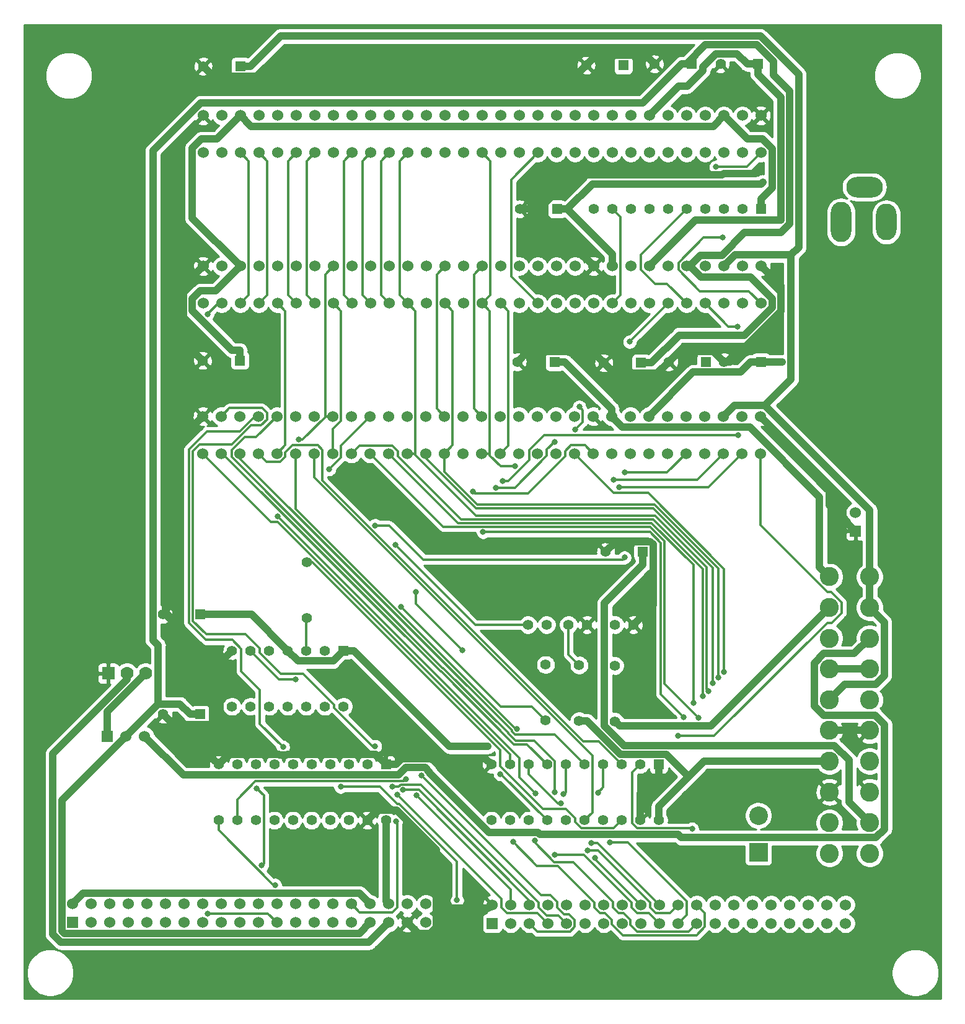
<source format=gbr>
%TF.GenerationSoftware,KiCad,Pcbnew,(5.1.6)-1*%
%TF.CreationDate,2020-09-24T22:30:07+01:00*%
%TF.ProjectId,PPCEXP,50504345-5850-42e6-9b69-6361645f7063,rev?*%
%TF.SameCoordinates,Original*%
%TF.FileFunction,Copper,L2,Bot*%
%TF.FilePolarity,Positive*%
%FSLAX46Y46*%
G04 Gerber Fmt 4.6, Leading zero omitted, Abs format (unit mm)*
G04 Created by KiCad (PCBNEW (5.1.6)-1) date 2020-09-24 22:30:07*
%MOMM*%
%LPD*%
G01*
G04 APERTURE LIST*
%TA.AperFunction,ComponentPad*%
%ADD10C,1.397000*%
%TD*%
%TA.AperFunction,ComponentPad*%
%ADD11R,1.397000X1.397000*%
%TD*%
%TA.AperFunction,ComponentPad*%
%ADD12C,2.540000*%
%TD*%
%TA.AperFunction,ComponentPad*%
%ADD13R,2.540000X2.540000*%
%TD*%
%TA.AperFunction,ComponentPad*%
%ADD14O,5.001260X2.799080*%
%TD*%
%TA.AperFunction,ComponentPad*%
%ADD15O,2.799080X5.499100*%
%TD*%
%TA.AperFunction,ComponentPad*%
%ADD16O,2.799080X5.001260*%
%TD*%
%TA.AperFunction,ComponentPad*%
%ADD17R,1.778000X1.778000*%
%TD*%
%TA.AperFunction,ComponentPad*%
%ADD18C,1.778000*%
%TD*%
%TA.AperFunction,ComponentPad*%
%ADD19C,1.524000*%
%TD*%
%TA.AperFunction,ComponentPad*%
%ADD20R,1.524000X1.524000*%
%TD*%
%TA.AperFunction,ComponentPad*%
%ADD21C,2.600960*%
%TD*%
%TA.AperFunction,ViaPad*%
%ADD22C,0.800000*%
%TD*%
%TA.AperFunction,Conductor*%
%ADD23C,1.000000*%
%TD*%
%TA.AperFunction,Conductor*%
%ADD24C,0.300000*%
%TD*%
%TA.AperFunction,Conductor*%
%ADD25C,0.254000*%
%TD*%
G04 APERTURE END LIST*
D10*
%TO.P,C13,2*%
%TO.N,GND*%
X190182000Y-100604000D03*
D11*
%TO.P,C13,1*%
%TO.N,-12V*%
X195262000Y-100604000D03*
%TD*%
D10*
%TO.P,C12,2*%
%TO.N,GND*%
X206312000Y-74676000D03*
D11*
%TO.P,C12,1*%
%TO.N,-12V*%
X211392000Y-74676000D03*
%TD*%
D10*
%TO.P,C11,2*%
%TO.N,GND*%
X129730000Y-109156000D03*
D11*
%TO.P,C11,1*%
%TO.N,5VSB*%
X134810000Y-109156000D03*
%TD*%
D10*
%TO.P,C10,2*%
%TO.N,GND*%
X205867000Y-33972500D03*
D11*
%TO.P,C10,1*%
%TO.N,-12V*%
X210947000Y-33972500D03*
%TD*%
D10*
%TO.P,C9,2*%
%TO.N,GND*%
X189928000Y-74803000D03*
D11*
%TO.P,C9,1*%
%TO.N,-5V*%
X195008000Y-74803000D03*
%TD*%
D10*
%TO.P,C8,2*%
%TO.N,GND*%
X129730000Y-122809000D03*
D11*
%TO.P,C8,1*%
%TO.N,-5V*%
X134810000Y-122809000D03*
%TD*%
D10*
%TO.P,C7,2*%
%TO.N,GND*%
X196850000Y-33972500D03*
D11*
%TO.P,C7,1*%
%TO.N,-5V*%
X201930000Y-33972500D03*
%TD*%
D10*
%TO.P,C6,2*%
%TO.N,GND*%
X198818000Y-74676000D03*
D11*
%TO.P,C6,1*%
%TO.N,5V*%
X203898000Y-74676000D03*
%TD*%
D10*
%TO.P,C5,2*%
%TO.N,GND*%
X187516000Y-34163000D03*
D11*
%TO.P,C5,1*%
%TO.N,12V*%
X192596000Y-34163000D03*
%TD*%
D10*
%TO.P,C4,2*%
%TO.N,GND*%
X135128000Y-74485500D03*
D11*
%TO.P,C4,1*%
%TO.N,5V*%
X140208000Y-74485500D03*
%TD*%
D10*
%TO.P,C3,2*%
%TO.N,GND*%
X178118000Y-74676000D03*
D11*
%TO.P,C3,1*%
%TO.N,12V*%
X183198000Y-74676000D03*
%TD*%
D10*
%TO.P,C2,2*%
%TO.N,GND*%
X135192000Y-34290000D03*
D11*
%TO.P,C2,1*%
%TO.N,5V*%
X140272000Y-34290000D03*
%TD*%
D10*
%TO.P,C1,2*%
%TO.N,GND*%
X178435000Y-53784500D03*
D11*
%TO.P,C1,1*%
%TO.N,12V*%
X183515000Y-53784500D03*
%TD*%
D12*
%TO.P,J7,2*%
%TO.N,GNDSupply*%
X211049000Y-136641640D03*
D13*
%TO.P,J7,1*%
%TO.N,12VSupply*%
X211049000Y-141640360D03*
%TD*%
D14*
%TO.P,J6,3*%
%TO.N,N/C*%
X225524260Y-50774600D03*
D15*
%TO.P,J6,1*%
%TO.N,12VSupply*%
X222323860Y-55575200D03*
D16*
%TO.P,J6,2*%
%TO.N,GNDSupply*%
X228524000Y-55575200D03*
%TD*%
D10*
%TO.P,U4,14*%
%TO.N,VCC*%
X154368000Y-121730000D03*
%TO.P,U4,13*%
%TO.N,N/C*%
X151828000Y-121730000D03*
%TO.P,U4,12*%
X149288000Y-121730000D03*
%TO.P,U4,11*%
X146748000Y-121730000D03*
%TO.P,U4,10*%
X144208000Y-121730000D03*
%TO.P,U4,9*%
X141668000Y-121730000D03*
%TO.P,U4,8*%
X139128000Y-121730000D03*
%TO.P,U4,7*%
%TO.N,GND*%
X139128000Y-114110000D03*
%TO.P,U4,6*%
%TO.N,Net-(R5-Pad2)*%
X141668000Y-114110000D03*
%TO.P,U4,5*%
%TO.N,Net-(D3-Pad2)*%
X144208000Y-114110000D03*
%TO.P,U4,4*%
%TO.N,5VSB*%
X146748000Y-114110000D03*
%TO.P,U4,3*%
%TO.N,Net-(R1-Pad1)*%
X149288000Y-114110000D03*
%TO.P,U4,2*%
%TO.N,Net-(R5-Pad2)*%
X151828000Y-114110000D03*
D11*
%TO.P,U4,1*%
%TO.N,5VSB*%
X154368000Y-114110000D03*
%TD*%
D17*
%TO.P,U3,1*%
%TO.N,GND*%
X122238000Y-117221000D03*
D18*
%TO.P,U3,3*%
%TO.N,-5V_7905*%
X127318000Y-117221000D03*
%TO.P,U3,2*%
%TO.N,-12V*%
X124778000Y-117221000D03*
%TD*%
D10*
%TO.P,R5,2*%
%TO.N,Net-(R5-Pad2)*%
X181978000Y-123647000D03*
%TO.P,R5,1*%
%TO.N,Net-(D3-Pad1)*%
X181978000Y-116027000D03*
%TD*%
%TO.P,R4,2*%
%TO.N,5VSB*%
X191440000Y-123774000D03*
%TO.P,R4,1*%
%TO.N,Net-(D2-Pad2)*%
X191440000Y-116154000D03*
%TD*%
%TO.P,R3,2*%
%TO.N,5V*%
X186550000Y-123711000D03*
%TO.P,R3,1*%
%TO.N,Net-(D1-Pad2)*%
X186550000Y-116091000D03*
%TD*%
%TO.P,R1,2*%
%TO.N,A07*%
X149352000Y-102044000D03*
%TO.P,R1,1*%
%TO.N,Net-(R1-Pad1)*%
X149352000Y-109664000D03*
%TD*%
D19*
%TO.P,JP2,2*%
%TO.N,PSON*%
X224307000Y-95224600D03*
D20*
%TO.P,JP2,1*%
%TO.N,GND*%
X224307000Y-97764600D03*
%TD*%
D19*
%TO.P,JP1,3*%
%TO.N,-5V_ATX*%
X127190000Y-125794000D03*
%TO.P,JP1,2*%
%TO.N,-5V*%
X124650000Y-125794000D03*
D20*
%TO.P,JP1,1*%
%TO.N,-5V_7905*%
X122110000Y-125794000D03*
%TD*%
D10*
%TO.P,D3,1*%
%TO.N,Net-(D3-Pad1)*%
X182105000Y-110566000D03*
%TO.P,D3,2*%
%TO.N,Net-(D3-Pad2)*%
X179565000Y-110566000D03*
%TD*%
%TO.P,D2,1*%
%TO.N,GND*%
X193980000Y-110566000D03*
%TO.P,D2,2*%
%TO.N,Net-(D2-Pad2)*%
X191440000Y-110566000D03*
%TD*%
%TO.P,D1,1*%
%TO.N,GND*%
X187630000Y-110566000D03*
%TO.P,D1,2*%
%TO.N,Net-(D1-Pad2)*%
X185090000Y-110566000D03*
%TD*%
%TO.P,RR1,10*%
%TO.N,AUX*%
X188532000Y-53784500D03*
%TO.P,RR1,9*%
%TO.N,DB0*%
X191072000Y-53784500D03*
%TO.P,RR1,8*%
%TO.N,DB1*%
X193612000Y-53784500D03*
%TO.P,RR1,7*%
%TO.N,DB2*%
X196152000Y-53784500D03*
%TO.P,RR1,6*%
%TO.N,DB3*%
X198692000Y-53784500D03*
%TO.P,RR1,5*%
%TO.N,DB4*%
X201232000Y-53784500D03*
%TO.P,RR1,4*%
%TO.N,DB5*%
X203772000Y-53784500D03*
%TO.P,RR1,3*%
%TO.N,DB6*%
X206312000Y-53784500D03*
%TO.P,RR1,2*%
%TO.N,DB7*%
X208852000Y-53784500D03*
D11*
%TO.P,RR1,1*%
%TO.N,5V*%
X211392000Y-53784500D03*
%TD*%
D21*
%TO.P,P1,1*%
%TO.N,Net-(P1-Pad1)*%
X220744180Y-141811140D03*
%TO.P,P1,2*%
%TO.N,Net-(P1-Pad2)*%
X220744180Y-137609980D03*
%TO.P,P1,3*%
%TO.N,GND*%
X220744180Y-133411360D03*
%TO.P,P1,4*%
%TO.N,5V*%
X220744180Y-129210200D03*
%TO.P,P1,20*%
X226245820Y-104010860D03*
%TO.P,P1,19*%
X226245820Y-108212020D03*
%TO.P,P1,18*%
%TO.N,-5V_ATX*%
X226245820Y-112410640D03*
%TO.P,P1,17*%
%TO.N,GND*%
X226245820Y-116611800D03*
%TO.P,P1,16*%
X226245820Y-120810420D03*
%TO.P,P1,15*%
X226245820Y-125011580D03*
%TO.P,P1,14*%
%TO.N,PSON*%
X226245820Y-129210200D03*
%TO.P,P1,13*%
%TO.N,GND*%
X226245820Y-133411360D03*
%TO.P,P1,12*%
%TO.N,-12V*%
X226245820Y-137609980D03*
%TO.P,P1,11*%
%TO.N,Net-(P1-Pad11)*%
X226245820Y-141811140D03*
%TO.P,P1,10*%
%TO.N,12V*%
X220744180Y-104010860D03*
%TO.P,P1,9*%
%TO.N,5VSB*%
X220744180Y-108212020D03*
%TO.P,P1,8*%
%TO.N,Net-(P1-Pad8)*%
X220744180Y-112410640D03*
%TO.P,P1,7*%
%TO.N,GND*%
X220744180Y-116611800D03*
%TO.P,P1,6*%
%TO.N,5V*%
X220744180Y-120810420D03*
%TO.P,P1,5*%
%TO.N,GND*%
X220744180Y-125011580D03*
%TD*%
D19*
%TO.P,J5,62*%
%TO.N,A00*%
X135192000Y-46101000D03*
%TO.P,J5,61*%
%TO.N,A01*%
X137732000Y-46101000D03*
%TO.P,J5,60*%
%TO.N,A02*%
X140272000Y-46101000D03*
%TO.P,J5,59*%
%TO.N,A03*%
X142812000Y-46101000D03*
%TO.P,J5,58*%
%TO.N,A04*%
X145352000Y-46101000D03*
%TO.P,J5,57*%
%TO.N,A05*%
X147892000Y-46101000D03*
%TO.P,J5,56*%
%TO.N,A06*%
X150432000Y-46101000D03*
%TO.P,J5,55*%
%TO.N,A07*%
X152972000Y-46101000D03*
%TO.P,J5,54*%
%TO.N,A08*%
X155512000Y-46101000D03*
%TO.P,J5,53*%
%TO.N,A09*%
X158052000Y-46101000D03*
%TO.P,J5,52*%
%TO.N,A10*%
X160592000Y-46101000D03*
%TO.P,J5,51*%
%TO.N,A11*%
X163132000Y-46101000D03*
%TO.P,J5,50*%
%TO.N,A12*%
X165672000Y-46101000D03*
%TO.P,J5,49*%
%TO.N,A13*%
X168212000Y-46101000D03*
%TO.P,J5,48*%
%TO.N,A14*%
X170752000Y-46101000D03*
%TO.P,J5,47*%
%TO.N,A15*%
X173292000Y-46101000D03*
%TO.P,J5,46*%
%TO.N,A16*%
X175832000Y-46101000D03*
%TO.P,J5,45*%
%TO.N,A17*%
X178372000Y-46101000D03*
%TO.P,J5,44*%
%TO.N,A18*%
X180912000Y-46101000D03*
%TO.P,J5,43*%
%TO.N,A19*%
X183452000Y-46101000D03*
%TO.P,J5,42*%
%TO.N,AEN*%
X185992000Y-46101000D03*
%TO.P,J5,41*%
%TO.N,IO*%
X188532000Y-46101000D03*
%TO.P,J5,40*%
%TO.N,DB0*%
X191072000Y-46101000D03*
%TO.P,J5,39*%
%TO.N,DB1*%
X193612000Y-46101000D03*
%TO.P,J5,38*%
%TO.N,DB2*%
X196152000Y-46101000D03*
%TO.P,J5,37*%
%TO.N,DB3*%
X198692000Y-46101000D03*
%TO.P,J5,36*%
%TO.N,DB4*%
X201232000Y-46101000D03*
%TO.P,J5,35*%
%TO.N,DB5*%
X203772000Y-46101000D03*
%TO.P,J5,34*%
%TO.N,DB6*%
X206312000Y-46101000D03*
%TO.P,J5,33*%
%TO.N,DB7*%
X208852000Y-46101000D03*
%TO.P,J5,32*%
%TO.N,IOCHCK*%
X211392000Y-46101000D03*
%TO.P,J5,31*%
%TO.N,GND*%
X135192000Y-41021000D03*
%TO.P,J5,30*%
%TO.N,OSC*%
X137732000Y-41021000D03*
%TO.P,J5,29*%
%TO.N,5V*%
X140272000Y-41021000D03*
%TO.P,J5,28*%
%TO.N,ALE*%
X142812000Y-41021000D03*
%TO.P,J5,27*%
%TO.N,TC*%
X145352000Y-41021000D03*
%TO.P,J5,26*%
%TO.N,DACK2*%
X147892000Y-41021000D03*
%TO.P,J5,25*%
%TO.N,IRQ3*%
X150432000Y-41021000D03*
%TO.P,J5,24*%
%TO.N,IRQ4*%
X152972000Y-41021000D03*
%TO.P,J5,23*%
%TO.N,IRQ5*%
X155512000Y-41021000D03*
%TO.P,J5,22*%
%TO.N,IRQ6*%
X158052000Y-41021000D03*
%TO.P,J5,21*%
%TO.N,IRQ7*%
X160592000Y-41021000D03*
%TO.P,J5,20*%
%TO.N,CLK*%
X163132000Y-41021000D03*
%TO.P,J5,19*%
%TO.N,DACK0*%
X165672000Y-41021000D03*
%TO.P,J5,18*%
%TO.N,DRQ1*%
X168212000Y-41021000D03*
%TO.P,J5,17*%
%TO.N,DACK1*%
X170752000Y-41021000D03*
%TO.P,J5,16*%
%TO.N,DRQ3*%
X173292000Y-41021000D03*
%TO.P,J5,15*%
%TO.N,DACK3*%
X175832000Y-41021000D03*
%TO.P,J5,14*%
%TO.N,IOR*%
X178372000Y-41021000D03*
%TO.P,J5,13*%
%TO.N,IOW*%
X180912000Y-41021000D03*
%TO.P,J5,12*%
%TO.N,SMEMR*%
X183452000Y-41021000D03*
%TO.P,J5,11*%
%TO.N,SMEMW*%
X185992000Y-41021000D03*
%TO.P,J5,10*%
%TO.N,GND*%
X188532000Y-41021000D03*
%TO.P,J5,9*%
%TO.N,12V*%
X191072000Y-41021000D03*
%TO.P,J5,8*%
%TO.N,Net-(J5-Pad8)*%
X193612000Y-41021000D03*
%TO.P,J5,7*%
%TO.N,-12V*%
X196152000Y-41021000D03*
%TO.P,J5,6*%
%TO.N,DRQ2*%
X198692000Y-41021000D03*
%TO.P,J5,5*%
%TO.N,-5V*%
X201232000Y-41021000D03*
%TO.P,J5,4*%
%TO.N,IRQ2*%
X203772000Y-41021000D03*
%TO.P,J5,3*%
%TO.N,5V*%
X206312000Y-41021000D03*
%TO.P,J5,2*%
%TO.N,RESET*%
X208852000Y-41021000D03*
%TO.P,J5,1*%
%TO.N,GND*%
X211392000Y-41021000D03*
%TD*%
%TO.P,J4,62*%
%TO.N,A00*%
X135192000Y-66675000D03*
%TO.P,J4,61*%
%TO.N,A01*%
X137732000Y-66675000D03*
%TO.P,J4,60*%
%TO.N,A02*%
X140272000Y-66675000D03*
%TO.P,J4,59*%
%TO.N,A03*%
X142812000Y-66675000D03*
%TO.P,J4,58*%
%TO.N,A04*%
X145352000Y-66675000D03*
%TO.P,J4,57*%
%TO.N,A05*%
X147892000Y-66675000D03*
%TO.P,J4,56*%
%TO.N,A06*%
X150432000Y-66675000D03*
%TO.P,J4,55*%
%TO.N,A07*%
X152972000Y-66675000D03*
%TO.P,J4,54*%
%TO.N,A08*%
X155512000Y-66675000D03*
%TO.P,J4,53*%
%TO.N,A09*%
X158052000Y-66675000D03*
%TO.P,J4,52*%
%TO.N,A10*%
X160592000Y-66675000D03*
%TO.P,J4,51*%
%TO.N,A11*%
X163132000Y-66675000D03*
%TO.P,J4,50*%
%TO.N,A12*%
X165672000Y-66675000D03*
%TO.P,J4,49*%
%TO.N,A13*%
X168212000Y-66675000D03*
%TO.P,J4,48*%
%TO.N,A14*%
X170752000Y-66675000D03*
%TO.P,J4,47*%
%TO.N,A15*%
X173292000Y-66675000D03*
%TO.P,J4,46*%
%TO.N,A16*%
X175832000Y-66675000D03*
%TO.P,J4,45*%
%TO.N,A17*%
X178372000Y-66675000D03*
%TO.P,J4,44*%
%TO.N,A18*%
X180912000Y-66675000D03*
%TO.P,J4,43*%
%TO.N,A19*%
X183452000Y-66675000D03*
%TO.P,J4,42*%
%TO.N,AEN*%
X185992000Y-66675000D03*
%TO.P,J4,41*%
%TO.N,IO*%
X188532000Y-66675000D03*
%TO.P,J4,40*%
%TO.N,DB0*%
X191072000Y-66675000D03*
%TO.P,J4,39*%
%TO.N,DB1*%
X193612000Y-66675000D03*
%TO.P,J4,38*%
%TO.N,DB2*%
X196152000Y-66675000D03*
%TO.P,J4,37*%
%TO.N,DB3*%
X198692000Y-66675000D03*
%TO.P,J4,36*%
%TO.N,DB4*%
X201232000Y-66675000D03*
%TO.P,J4,35*%
%TO.N,DB5*%
X203772000Y-66675000D03*
%TO.P,J4,34*%
%TO.N,DB6*%
X206312000Y-66675000D03*
%TO.P,J4,33*%
%TO.N,DB7*%
X208852000Y-66675000D03*
%TO.P,J4,32*%
%TO.N,IOCHCK*%
X211392000Y-66675000D03*
%TO.P,J4,31*%
%TO.N,GND*%
X135192000Y-61595000D03*
%TO.P,J4,30*%
%TO.N,OSC*%
X137732000Y-61595000D03*
%TO.P,J4,29*%
%TO.N,5V*%
X140272000Y-61595000D03*
%TO.P,J4,28*%
%TO.N,ALE*%
X142812000Y-61595000D03*
%TO.P,J4,27*%
%TO.N,TC*%
X145352000Y-61595000D03*
%TO.P,J4,26*%
%TO.N,DACK2*%
X147892000Y-61595000D03*
%TO.P,J4,25*%
%TO.N,IRQ3*%
X150432000Y-61595000D03*
%TO.P,J4,24*%
%TO.N,IRQ4*%
X152972000Y-61595000D03*
%TO.P,J4,23*%
%TO.N,IRQ5*%
X155512000Y-61595000D03*
%TO.P,J4,22*%
%TO.N,IRQ6*%
X158052000Y-61595000D03*
%TO.P,J4,21*%
%TO.N,IRQ7*%
X160592000Y-61595000D03*
%TO.P,J4,20*%
%TO.N,CLK*%
X163132000Y-61595000D03*
%TO.P,J4,19*%
%TO.N,DACK0*%
X165672000Y-61595000D03*
%TO.P,J4,18*%
%TO.N,DRQ1*%
X168212000Y-61595000D03*
%TO.P,J4,17*%
%TO.N,DACK1*%
X170752000Y-61595000D03*
%TO.P,J4,16*%
%TO.N,DRQ3*%
X173292000Y-61595000D03*
%TO.P,J4,15*%
%TO.N,DACK3*%
X175832000Y-61595000D03*
%TO.P,J4,14*%
%TO.N,IOR*%
X178372000Y-61595000D03*
%TO.P,J4,13*%
%TO.N,IOW*%
X180912000Y-61595000D03*
%TO.P,J4,12*%
%TO.N,SMEMR*%
X183452000Y-61595000D03*
%TO.P,J4,11*%
%TO.N,SMEMW*%
X185992000Y-61595000D03*
%TO.P,J4,10*%
%TO.N,GND*%
X188532000Y-61595000D03*
%TO.P,J4,9*%
%TO.N,12V*%
X191072000Y-61595000D03*
%TO.P,J4,8*%
%TO.N,Net-(J4-Pad8)*%
X193612000Y-61595000D03*
%TO.P,J4,7*%
%TO.N,-12V*%
X196152000Y-61595000D03*
%TO.P,J4,6*%
%TO.N,DRQ2*%
X198692000Y-61595000D03*
%TO.P,J4,5*%
%TO.N,-5V*%
X201232000Y-61595000D03*
%TO.P,J4,4*%
%TO.N,IRQ2*%
X203772000Y-61595000D03*
%TO.P,J4,3*%
%TO.N,5V*%
X206312000Y-61595000D03*
%TO.P,J4,2*%
%TO.N,RESET*%
X208852000Y-61595000D03*
%TO.P,J4,1*%
%TO.N,GND*%
X211392000Y-61595000D03*
%TD*%
D10*
%TO.P,U2,20*%
%TO.N,5V*%
X197422000Y-137287000D03*
%TO.P,U2,19*%
%TO.N,GND*%
X194882000Y-137287000D03*
%TO.P,U2,18*%
%TO.N,A07*%
X192342000Y-137287000D03*
%TO.P,U2,17*%
%TO.N,A03b*%
X189802000Y-137287000D03*
%TO.P,U2,16*%
%TO.N,A06*%
X187262000Y-137287000D03*
%TO.P,U2,15*%
%TO.N,A02b*%
X184722000Y-137287000D03*
%TO.P,U2,14*%
%TO.N,A05*%
X182182000Y-137287000D03*
%TO.P,U2,13*%
%TO.N,A01b*%
X179642000Y-137287000D03*
%TO.P,U2,12*%
%TO.N,A04*%
X177102000Y-137287000D03*
%TO.P,U2,11*%
%TO.N,A00b*%
X174562000Y-137287000D03*
%TO.P,U2,10*%
%TO.N,GND*%
X174562000Y-129667000D03*
%TO.P,U2,9*%
%TO.N,A00*%
X177102000Y-129667000D03*
%TO.P,U2,8*%
%TO.N,A04b*%
X179642000Y-129667000D03*
%TO.P,U2,7*%
%TO.N,A01*%
X182182000Y-129667000D03*
%TO.P,U2,6*%
%TO.N,A05b*%
X184722000Y-129667000D03*
%TO.P,U2,5*%
%TO.N,A02*%
X187262000Y-129667000D03*
%TO.P,U2,4*%
%TO.N,A06b*%
X189802000Y-129667000D03*
%TO.P,U2,3*%
%TO.N,A03*%
X192342000Y-129667000D03*
%TO.P,U2,2*%
%TO.N,A07b*%
X194882000Y-129667000D03*
D11*
%TO.P,U2,1*%
%TO.N,GND*%
X197422000Y-129667000D03*
%TD*%
D10*
%TO.P,U1,20*%
%TO.N,5V*%
X160147000Y-137287000D03*
%TO.P,U1,19*%
%TO.N,GND*%
X157607000Y-137287000D03*
%TO.P,U1,18*%
%TO.N,OSC*%
X155067000Y-137287000D03*
%TO.P,U1,17*%
%TO.N,IORb*%
X152527000Y-137287000D03*
%TO.P,U1,16*%
%TO.N,SMEMW*%
X149987000Y-137287000D03*
%TO.P,U1,15*%
%TO.N,RESETb*%
X147447000Y-137287000D03*
%TO.P,U1,14*%
%TO.N,SMEMR*%
X144907000Y-137287000D03*
%TO.P,U1,13*%
%TO.N,ALEb*%
X142367000Y-137287000D03*
%TO.P,U1,12*%
%TO.N,IOW*%
X139827000Y-137287000D03*
%TO.P,U1,11*%
%TO.N,CK4b*%
X137287000Y-137287000D03*
%TO.P,U1,10*%
%TO.N,GND*%
X137287000Y-129667000D03*
%TO.P,U1,9*%
%TO.N,CLK*%
X139827000Y-129667000D03*
%TO.P,U1,8*%
%TO.N,IOWb*%
X142367000Y-129667000D03*
%TO.P,U1,7*%
%TO.N,ALE*%
X144907000Y-129667000D03*
%TO.P,U1,6*%
%TO.N,MEMRb*%
X147447000Y-129667000D03*
%TO.P,U1,5*%
%TO.N,RESET*%
X149987000Y-129667000D03*
%TO.P,U1,4*%
%TO.N,MEMWb*%
X152527000Y-129667000D03*
%TO.P,U1,3*%
%TO.N,IOR*%
X155067000Y-129667000D03*
%TO.P,U1,2*%
%TO.N,OSCb*%
X157607000Y-129667000D03*
D11*
%TO.P,U1,1*%
%TO.N,GND*%
X160147000Y-129667000D03*
%TD*%
D19*
%TO.P,J3,62*%
%TO.N,A00*%
X135128000Y-87185500D03*
%TO.P,J3,61*%
%TO.N,A01*%
X137668000Y-87185500D03*
%TO.P,J3,60*%
%TO.N,A02*%
X140208000Y-87185500D03*
%TO.P,J3,59*%
%TO.N,A03*%
X142748000Y-87185500D03*
%TO.P,J3,58*%
%TO.N,A04*%
X145288000Y-87185500D03*
%TO.P,J3,57*%
%TO.N,A05*%
X147828000Y-87185500D03*
%TO.P,J3,56*%
%TO.N,A06*%
X150368000Y-87185500D03*
%TO.P,J3,55*%
%TO.N,A07*%
X152908000Y-87185500D03*
%TO.P,J3,54*%
%TO.N,A08*%
X155448000Y-87185500D03*
%TO.P,J3,53*%
%TO.N,A09*%
X157988000Y-87185500D03*
%TO.P,J3,52*%
%TO.N,A10*%
X160528000Y-87185500D03*
%TO.P,J3,51*%
%TO.N,A11*%
X163068000Y-87185500D03*
%TO.P,J3,50*%
%TO.N,A12*%
X165608000Y-87185500D03*
%TO.P,J3,49*%
%TO.N,A13*%
X168148000Y-87185500D03*
%TO.P,J3,48*%
%TO.N,A14*%
X170688000Y-87185500D03*
%TO.P,J3,47*%
%TO.N,A15*%
X173228000Y-87185500D03*
%TO.P,J3,46*%
%TO.N,A16*%
X175768000Y-87185500D03*
%TO.P,J3,45*%
%TO.N,A17*%
X178308000Y-87185500D03*
%TO.P,J3,44*%
%TO.N,A18*%
X180848000Y-87185500D03*
%TO.P,J3,43*%
%TO.N,A19*%
X183388000Y-87185500D03*
%TO.P,J3,42*%
%TO.N,AEN*%
X185928000Y-87185500D03*
%TO.P,J3,41*%
%TO.N,IO*%
X188468000Y-87185500D03*
%TO.P,J3,40*%
%TO.N,DB0*%
X191008000Y-87185500D03*
%TO.P,J3,39*%
%TO.N,DB1*%
X193548000Y-87185500D03*
%TO.P,J3,38*%
%TO.N,DB2*%
X196088000Y-87185500D03*
%TO.P,J3,37*%
%TO.N,DB3*%
X198628000Y-87185500D03*
%TO.P,J3,36*%
%TO.N,DB4*%
X201168000Y-87185500D03*
%TO.P,J3,35*%
%TO.N,DB5*%
X203708000Y-87185500D03*
%TO.P,J3,34*%
%TO.N,DB6*%
X206248000Y-87185500D03*
%TO.P,J3,33*%
%TO.N,DB7*%
X208788000Y-87185500D03*
%TO.P,J3,32*%
%TO.N,IOCHCK*%
X211328000Y-87185500D03*
%TO.P,J3,31*%
%TO.N,GND*%
X135128000Y-82105500D03*
%TO.P,J3,30*%
%TO.N,OSC*%
X137668000Y-82105500D03*
%TO.P,J3,29*%
%TO.N,5V*%
X140208000Y-82105500D03*
%TO.P,J3,28*%
%TO.N,ALE*%
X142748000Y-82105500D03*
%TO.P,J3,27*%
%TO.N,TC*%
X145288000Y-82105500D03*
%TO.P,J3,26*%
%TO.N,DACK2*%
X147828000Y-82105500D03*
%TO.P,J3,25*%
%TO.N,IRQ3*%
X150368000Y-82105500D03*
%TO.P,J3,24*%
%TO.N,IRQ4*%
X152908000Y-82105500D03*
%TO.P,J3,23*%
%TO.N,IRQ5*%
X155448000Y-82105500D03*
%TO.P,J3,22*%
%TO.N,IRQ6*%
X157988000Y-82105500D03*
%TO.P,J3,21*%
%TO.N,IRQ7*%
X160528000Y-82105500D03*
%TO.P,J3,20*%
%TO.N,CLK*%
X163068000Y-82105500D03*
%TO.P,J3,19*%
%TO.N,DACK0*%
X165608000Y-82105500D03*
%TO.P,J3,18*%
%TO.N,DRQ1*%
X168148000Y-82105500D03*
%TO.P,J3,17*%
%TO.N,DACK1*%
X170688000Y-82105500D03*
%TO.P,J3,16*%
%TO.N,DRQ3*%
X173228000Y-82105500D03*
%TO.P,J3,15*%
%TO.N,DACK3*%
X175768000Y-82105500D03*
%TO.P,J3,14*%
%TO.N,IOR*%
X178308000Y-82105500D03*
%TO.P,J3,13*%
%TO.N,IOW*%
X180848000Y-82105500D03*
%TO.P,J3,12*%
%TO.N,SMEMR*%
X183388000Y-82105500D03*
%TO.P,J3,11*%
%TO.N,SMEMW*%
X185928000Y-82105500D03*
%TO.P,J3,10*%
%TO.N,GND*%
X188468000Y-82105500D03*
%TO.P,J3,9*%
%TO.N,12V*%
X191008000Y-82105500D03*
%TO.P,J3,8*%
%TO.N,Net-(J3-Pad8)*%
X193548000Y-82105500D03*
%TO.P,J3,7*%
%TO.N,-12V*%
X196088000Y-82105500D03*
%TO.P,J3,6*%
%TO.N,DRQ2*%
X198628000Y-82105500D03*
%TO.P,J3,5*%
%TO.N,-5V*%
X201168000Y-82105500D03*
%TO.P,J3,4*%
%TO.N,IRQ2*%
X203708000Y-82105500D03*
%TO.P,J3,3*%
%TO.N,5V*%
X206248000Y-82105500D03*
%TO.P,J3,2*%
%TO.N,RESET*%
X208788000Y-82105500D03*
%TO.P,J3,1*%
%TO.N,GND*%
X211328000Y-82105500D03*
%TD*%
%TO.P,J2,40*%
%TO.N,Net-(J2-Pad40)*%
X222936000Y-148819000D03*
%TO.P,J2,39*%
%TO.N,Net-(J2-Pad39)*%
X222936000Y-151359000D03*
%TO.P,J2,38*%
%TO.N,Net-(J2-Pad38)*%
X220396000Y-148819000D03*
%TO.P,J2,37*%
%TO.N,Net-(J2-Pad37)*%
X220396000Y-151359000D03*
%TO.P,J2,36*%
%TO.N,Net-(J2-Pad36)*%
X217856000Y-148819000D03*
%TO.P,J2,35*%
%TO.N,Net-(J2-Pad35)*%
X217856000Y-151359000D03*
%TO.P,J2,34*%
%TO.N,Net-(J2-Pad34)*%
X215316000Y-148819000D03*
%TO.P,J2,33*%
%TO.N,Net-(J2-Pad33)*%
X215316000Y-151359000D03*
%TO.P,J2,32*%
%TO.N,Net-(J2-Pad32)*%
X212776000Y-148819000D03*
%TO.P,J2,31*%
%TO.N,Net-(J2-Pad31)*%
X212776000Y-151359000D03*
%TO.P,J2,29*%
%TO.N,Net-(J2-Pad29)*%
X210236000Y-151359000D03*
%TO.P,J2,30*%
%TO.N,Net-(J2-Pad30)*%
X210236000Y-148819000D03*
%TO.P,J2,27*%
%TO.N,Net-(J2-Pad27)*%
X207696000Y-151359000D03*
%TO.P,J2,28*%
%TO.N,Net-(J2-Pad28)*%
X207696000Y-148819000D03*
%TO.P,J2,26*%
%TO.N,Net-(J2-Pad26)*%
X205156000Y-148819000D03*
%TO.P,J2,25*%
%TO.N,AEN*%
X205156000Y-151359000D03*
%TO.P,J2,24*%
%TO.N,A00b*%
X202616000Y-148819000D03*
%TO.P,J2,23*%
%TO.N,A01b*%
X202616000Y-151359000D03*
%TO.P,J2,22*%
%TO.N,A02b*%
X200076000Y-148819000D03*
%TO.P,J2,21*%
%TO.N,A03b*%
X200076000Y-151359000D03*
%TO.P,J2,20*%
%TO.N,A04b*%
X197536000Y-148819000D03*
%TO.P,J2,19*%
%TO.N,A05b*%
X197536000Y-151359000D03*
%TO.P,J2,18*%
%TO.N,A06b*%
X194996000Y-148819000D03*
%TO.P,J2,17*%
%TO.N,A07b*%
X194996000Y-151359000D03*
%TO.P,J2,16*%
%TO.N,A08*%
X192456000Y-148819000D03*
%TO.P,J2,15*%
%TO.N,A09*%
X192456000Y-151359000D03*
%TO.P,J2,14*%
%TO.N,A10*%
X189916000Y-148819000D03*
%TO.P,J2,13*%
%TO.N,A11*%
X189916000Y-151359000D03*
%TO.P,J2,12*%
%TO.N,A12*%
X187376000Y-148819000D03*
%TO.P,J2,11*%
%TO.N,A13*%
X187376000Y-151359000D03*
%TO.P,J2,10*%
%TO.N,A14*%
X184836000Y-148819000D03*
%TO.P,J2,9*%
%TO.N,A15*%
X184836000Y-151359000D03*
%TO.P,J2,8*%
%TO.N,A16*%
X182296000Y-148819000D03*
%TO.P,J2,7*%
%TO.N,A17*%
X182296000Y-151359000D03*
%TO.P,J2,6*%
%TO.N,A18*%
X179756000Y-148819000D03*
%TO.P,J2,5*%
%TO.N,A19*%
X179756000Y-151359000D03*
%TO.P,J2,4*%
%TO.N,DACK0*%
X177216000Y-148819000D03*
%TO.P,J2,3*%
%TO.N,TC*%
X177216000Y-151359000D03*
%TO.P,J2,2*%
%TO.N,GND*%
X174676000Y-148819000D03*
D20*
%TO.P,J2,1*%
%TO.N,5V*%
X174676000Y-151359000D03*
%TD*%
D19*
%TO.P,J1,40*%
%TO.N,Net-(J1-Pad40)*%
X165608000Y-148717000D03*
%TO.P,J1,39*%
%TO.N,Net-(J1-Pad39)*%
X165608000Y-151257000D03*
%TO.P,J1,38*%
%TO.N,Net-(J1-Pad38)*%
X163068000Y-148717000D03*
%TO.P,J1,37*%
%TO.N,GND*%
X163068000Y-151257000D03*
%TO.P,J1,36*%
%TO.N,5V*%
X160528000Y-148717000D03*
%TO.P,J1,35*%
%TO.N,-12V*%
X160528000Y-151257000D03*
%TO.P,J1,34*%
%TO.N,12V*%
X157988000Y-148717000D03*
%TO.P,J1,33*%
%TO.N,-5V*%
X157988000Y-151257000D03*
%TO.P,J1,32*%
%TO.N,DB0*%
X155448000Y-148717000D03*
%TO.P,J1,31*%
%TO.N,DB1*%
X155448000Y-151257000D03*
%TO.P,J1,29*%
%TO.N,DB3*%
X152908000Y-151257000D03*
%TO.P,J1,30*%
%TO.N,DB2*%
X152908000Y-148717000D03*
%TO.P,J1,27*%
%TO.N,DB5*%
X150368000Y-151257000D03*
%TO.P,J1,28*%
%TO.N,DB4*%
X150368000Y-148717000D03*
%TO.P,J1,26*%
%TO.N,DB6*%
X147828000Y-148717000D03*
%TO.P,J1,25*%
%TO.N,DB7*%
X147828000Y-151257000D03*
%TO.P,J1,24*%
%TO.N,CK4b*%
X145288000Y-148717000D03*
%TO.P,J1,23*%
%TO.N,ALEb*%
X145288000Y-151257000D03*
%TO.P,J1,22*%
%TO.N,RESETb*%
X142748000Y-148717000D03*
%TO.P,J1,21*%
%TO.N,IORb*%
X142748000Y-151257000D03*
%TO.P,J1,20*%
%TO.N,IOWb*%
X140208000Y-148717000D03*
%TO.P,J1,19*%
%TO.N,MEMRb*%
X140208000Y-151257000D03*
%TO.P,J1,18*%
%TO.N,MEMWb*%
X137668000Y-148717000D03*
%TO.P,J1,17*%
%TO.N,OSCb*%
X137668000Y-151257000D03*
%TO.P,J1,16*%
%TO.N,DREQ3*%
X135128000Y-148717000D03*
%TO.P,J1,15*%
%TO.N,DREQ2*%
X135128000Y-151257000D03*
%TO.P,J1,14*%
%TO.N,DREQ1*%
X132588000Y-148717000D03*
%TO.P,J1,13*%
%TO.N,IOCHCK*%
X132588000Y-151257000D03*
%TO.P,J1,12*%
%TO.N,DACK3*%
X130048000Y-148717000D03*
%TO.P,J1,11*%
%TO.N,DACK2*%
X130048000Y-151257000D03*
%TO.P,J1,10*%
%TO.N,DACK1*%
X127508000Y-148717000D03*
%TO.P,J1,9*%
%TO.N,IO*%
X127508000Y-151257000D03*
%TO.P,J1,8*%
%TO.N,IRQ7*%
X124968000Y-148717000D03*
%TO.P,J1,7*%
%TO.N,IRQ6*%
X124968000Y-151257000D03*
%TO.P,J1,6*%
%TO.N,IRQ5*%
X122428000Y-148717000D03*
%TO.P,J1,5*%
%TO.N,IRQ4*%
X122428000Y-151257000D03*
%TO.P,J1,4*%
%TO.N,IRQ3*%
X119888000Y-148717000D03*
%TO.P,J1,3*%
%TO.N,IRQ2*%
X119888000Y-151257000D03*
%TO.P,J1,2*%
%TO.N,12V*%
X117348000Y-148717000D03*
D20*
%TO.P,J1,1*%
%TO.N,-20V*%
X117348000Y-151257000D03*
%TD*%
D22*
%TO.N,12V*%
X211649300Y-50120400D03*
%TO.N,DB0*%
X161527600Y-137385100D03*
%TO.N,DB4*%
X192774500Y-89778500D03*
%TO.N,DB6*%
X191283200Y-90739400D03*
%TO.N,CK4b*%
X144997000Y-146114000D03*
%TO.N,IOWb*%
X142473200Y-132893300D03*
X143194300Y-143467800D03*
%TO.N,GND*%
X210652700Y-48913200D03*
%TO.N,-12V*%
X214104100Y-55304600D03*
X214313300Y-74676000D03*
%TO.N,DB3*%
X193452600Y-71914400D03*
%TO.N,DB5*%
X208181000Y-69857000D03*
%TO.N,DB7*%
X192024100Y-91792100D03*
%TO.N,ALEb*%
X135830700Y-150003200D03*
%TO.N,IOCHCK*%
X206201900Y-57677300D03*
X205238600Y-48047600D03*
X200060300Y-125738000D03*
%TO.N,IO*%
X172019100Y-92384900D03*
%TO.N,IRQ6*%
X152415000Y-89306400D03*
%TO.N,IRQ4*%
X148243400Y-85302300D03*
%TO.N,IRQ2*%
X192755100Y-101389300D03*
X158683500Y-97008500D03*
%TO.N,A00b*%
X177526200Y-140251200D03*
%TO.N,A02b*%
X187713500Y-141375700D03*
%TO.N,A06b*%
X189101700Y-133484000D03*
X188738500Y-142442200D03*
%TO.N,A04b*%
X184053400Y-135005300D03*
X188182100Y-140344700D03*
%TO.N,A10*%
X202147500Y-121247600D03*
%TO.N,A08*%
X203492900Y-120286200D03*
%TO.N,A12*%
X204828400Y-118579800D03*
%TO.N,A14*%
X173435200Y-97914500D03*
X200814800Y-123156700D03*
%TO.N,A16*%
X153978000Y-132717200D03*
X169877100Y-148210100D03*
%TO.N,A18*%
X162507600Y-133142400D03*
%TO.N,DACK0*%
X164251100Y-106111000D03*
X170618700Y-114079900D03*
X164365400Y-133885700D03*
%TO.N,AEN*%
X186576900Y-80800200D03*
X186034700Y-83917100D03*
X206359600Y-117018800D03*
%TO.N,A01b*%
X180477200Y-140060400D03*
%TO.N,A03b*%
X190767500Y-140314000D03*
%TO.N,A05b*%
X184417000Y-133725000D03*
X183253600Y-142004900D03*
%TO.N,A07b*%
X201982000Y-138442400D03*
%TO.N,A09*%
X202897800Y-123308000D03*
%TO.N,A11*%
X204240800Y-119619500D03*
%TO.N,A13*%
X205609300Y-117764100D03*
%TO.N,A15*%
X177782000Y-88935400D03*
X161006900Y-132718700D03*
%TO.N,A17*%
X161670800Y-133737400D03*
%TO.N,A19*%
X165029600Y-131168700D03*
%TO.N,TC*%
X183173900Y-133439300D03*
%TO.N,A01*%
X135767300Y-68167100D03*
%TO.N,A04*%
X180596000Y-133643500D03*
X145333700Y-95785300D03*
%TO.N,A05*%
X175773600Y-130981600D03*
X178092800Y-124838600D03*
%TO.N,OSC*%
X158677600Y-127152200D03*
%TO.N,ALE*%
X146106100Y-127279900D03*
%TO.N,IOW*%
X162885100Y-131641700D03*
%TO.N,SMEMR*%
X175197100Y-91832800D03*
X183184500Y-85582400D03*
%TO.N,RESET*%
X176061800Y-90950400D03*
X208305600Y-84698200D03*
%TO.N,5VSB*%
X174079300Y-127193600D03*
%TO.N,Net-(D3-Pad2)*%
X161462100Y-99685300D03*
%TO.N,Net-(R5-Pad2)*%
X162208000Y-108092100D03*
X147836000Y-118023300D03*
%TD*%
D23*
%TO.N,5V*%
X215515700Y-60071000D02*
X216546400Y-59040300D01*
X216546400Y-59040300D02*
X216546400Y-35422500D01*
X216546400Y-35422500D02*
X211296000Y-30172100D01*
X211296000Y-30172100D02*
X145788700Y-30172100D01*
X145788700Y-30172100D02*
X141670800Y-34290000D01*
X211937000Y-80606900D02*
X215515700Y-77028200D01*
X215515700Y-77028200D02*
X215515700Y-60071000D01*
X206312000Y-61595000D02*
X207836000Y-60071000D01*
X207836000Y-60071000D02*
X215515700Y-60071000D01*
X206248000Y-82105500D02*
X207746600Y-80606900D01*
X207746600Y-80606900D02*
X211937000Y-80606900D01*
X226245800Y-104010900D02*
X226245800Y-94915700D01*
X226245800Y-94915700D02*
X211937000Y-80606900D01*
X226245800Y-108212000D02*
X226245800Y-104010900D01*
X140272000Y-34290000D02*
X141670800Y-34290000D01*
X206312000Y-41021000D02*
X209528800Y-44237800D01*
X209528800Y-44237800D02*
X211618000Y-44237800D01*
X211618000Y-44237800D02*
X212903700Y-45523500D01*
X212903700Y-45523500D02*
X212903700Y-50874000D01*
X212903700Y-50874000D02*
X211392000Y-52385700D01*
X211392000Y-53784500D02*
X211392000Y-52385700D01*
X140272000Y-41021000D02*
X141734400Y-42483400D01*
X141734400Y-42483400D02*
X204849600Y-42483400D01*
X204849600Y-42483400D02*
X206312000Y-41021000D01*
X160528000Y-148717000D02*
X160147000Y-148336000D01*
X160147000Y-148336000D02*
X160147000Y-137287000D01*
X140272000Y-41021000D02*
X137088200Y-44204800D01*
X137088200Y-44204800D02*
X134954300Y-44204800D01*
X134954300Y-44204800D02*
X133716400Y-45442700D01*
X133716400Y-45442700D02*
X133716400Y-55039400D01*
X133716400Y-55039400D02*
X140272000Y-61595000D01*
X226245800Y-108212000D02*
X228246700Y-110212900D01*
X228246700Y-110212900D02*
X228246700Y-117512900D01*
X228246700Y-117512900D02*
X227048500Y-118711100D01*
X227048500Y-118711100D02*
X222843500Y-118711100D01*
X222843500Y-118711100D02*
X220744200Y-120810400D01*
X201511200Y-131297600D02*
X197422000Y-135386800D01*
X197422000Y-135386800D02*
X197422000Y-137287000D01*
X220744200Y-129210200D02*
X203598600Y-129210200D01*
X203598600Y-129210200D02*
X201511200Y-131297600D01*
X201511200Y-131297600D02*
X198481600Y-128268100D01*
X198481600Y-128268100D02*
X192178400Y-128268100D01*
X192178400Y-128268100D02*
X187621300Y-123711000D01*
X187621300Y-123711000D02*
X186550000Y-123711000D01*
X140272000Y-61595000D02*
X136905500Y-64961500D01*
X136905500Y-64961500D02*
X134826500Y-64961500D01*
X134826500Y-64961500D02*
X133719600Y-66068400D01*
X133719600Y-66068400D02*
X133719600Y-67675400D01*
X133719600Y-67675400D02*
X139130900Y-73086700D01*
X139130900Y-73086700D02*
X140208000Y-73086700D01*
X140208000Y-74485500D02*
X140208000Y-73086700D01*
%TO.N,12V*%
X184913800Y-53784500D02*
X188350100Y-50348200D01*
X188350100Y-50348200D02*
X211421500Y-50348200D01*
X211421500Y-50348200D02*
X211649300Y-50120400D01*
X191008000Y-82105500D02*
X192470400Y-83567900D01*
X192470400Y-83567900D02*
X209849700Y-83567900D01*
X209849700Y-83567900D02*
X219398400Y-93116600D01*
X219398400Y-93116600D02*
X219398400Y-102665100D01*
X219398400Y-102665100D02*
X220744200Y-104010900D01*
X117348000Y-148717000D02*
X118825600Y-147239400D01*
X118825600Y-147239400D02*
X156510400Y-147239400D01*
X156510400Y-147239400D02*
X157988000Y-148717000D01*
X191072000Y-61595000D02*
X191072000Y-59942700D01*
X191072000Y-59942700D02*
X184913800Y-53784500D01*
X191008000Y-82105500D02*
X191008000Y-81087200D01*
X191008000Y-81087200D02*
X184596800Y-74676000D01*
X183515000Y-53784500D02*
X184913800Y-53784500D01*
X183198000Y-74676000D02*
X184596800Y-74676000D01*
D24*
%TO.N,DB0*%
X155448000Y-148717000D02*
X156560400Y-149829400D01*
X156560400Y-149829400D02*
X161028900Y-149829400D01*
X161028900Y-149829400D02*
X161689500Y-149168800D01*
X161689500Y-149168800D02*
X161689500Y-137547000D01*
X161689500Y-137547000D02*
X161527600Y-137385100D01*
X191072000Y-66675000D02*
X192188200Y-65558800D01*
X192188200Y-65558800D02*
X192188200Y-54900700D01*
X192188200Y-54900700D02*
X191072000Y-53784500D01*
%TO.N,DB4*%
X201168000Y-87185500D02*
X198575000Y-89778500D01*
X198575000Y-89778500D02*
X192774500Y-89778500D01*
X201232000Y-66675000D02*
X198534400Y-63977400D01*
X198534400Y-63977400D02*
X196942400Y-63977400D01*
X196942400Y-63977400D02*
X195010800Y-62045800D01*
X195010800Y-62045800D02*
X195010800Y-60005700D01*
X195010800Y-60005700D02*
X201232000Y-53784500D01*
%TO.N,DB6*%
X206248000Y-87185500D02*
X202694100Y-90739400D01*
X202694100Y-90739400D02*
X191283200Y-90739400D01*
%TO.N,CK4b*%
X144997000Y-146114000D02*
X144772500Y-146114000D01*
X144772500Y-146114000D02*
X137287000Y-138628500D01*
X137287000Y-138628500D02*
X137287000Y-137287000D01*
%TO.N,IOWb*%
X142473200Y-132893300D02*
X143471000Y-133891100D01*
X143471000Y-133891100D02*
X143471000Y-143191100D01*
X143471000Y-143191100D02*
X143194300Y-143467800D01*
D23*
%TO.N,GND*%
X180904600Y-53967500D02*
X185724200Y-49147900D01*
X185724200Y-49147900D02*
X206067000Y-49147900D01*
X206067000Y-49147900D02*
X206301700Y-48913200D01*
X206301700Y-48913200D02*
X210652700Y-48913200D01*
X211328000Y-82105500D02*
X220744300Y-91521800D01*
X220744300Y-91521800D02*
X220744300Y-94201900D01*
X220744300Y-94201900D02*
X224307000Y-97764600D01*
X180904600Y-53967500D02*
X180721500Y-53784500D01*
X180721500Y-53784500D02*
X178435000Y-53784500D01*
X188532000Y-61595000D02*
X180904600Y-53967500D01*
X211392000Y-61595000D02*
X214092300Y-64295300D01*
X214092300Y-64295300D02*
X214092300Y-67763500D01*
X214092300Y-67763500D02*
X207179800Y-74676000D01*
X207179800Y-74676000D02*
X206312000Y-74676000D01*
X174562000Y-129667000D02*
X173763100Y-128868100D01*
X173763100Y-128868100D02*
X162344700Y-128868100D01*
X162344700Y-128868100D02*
X161545800Y-129667000D01*
X167070400Y-149310400D02*
X167070400Y-141342400D01*
X167070400Y-141342400D02*
X161634000Y-135906000D01*
X161634000Y-135906000D02*
X161338600Y-135906000D01*
X161338600Y-135906000D02*
X161318400Y-135885800D01*
X161318400Y-135885800D02*
X159008200Y-135885800D01*
X159008200Y-135885800D02*
X157607000Y-137287000D01*
X137287000Y-129667000D02*
X138696200Y-128257800D01*
X138696200Y-128257800D02*
X145528000Y-128257800D01*
X145528000Y-128257800D02*
X145650400Y-128380200D01*
X145650400Y-128380200D02*
X146561900Y-128380200D01*
X146561900Y-128380200D02*
X146684300Y-128257800D01*
X146684300Y-128257800D02*
X158737800Y-128257800D01*
X158737800Y-128257800D02*
X160147000Y-129667000D01*
X163068000Y-151257000D02*
X164552900Y-152741900D01*
X164552900Y-152741900D02*
X166226300Y-152741900D01*
X166226300Y-152741900D02*
X167070400Y-151897800D01*
X167070400Y-151897800D02*
X167070400Y-149310400D01*
X167070400Y-149310400D02*
X174184600Y-149310400D01*
X174184600Y-149310400D02*
X174676000Y-148819000D01*
X130033700Y-108852300D02*
X130033700Y-87199800D01*
X130033700Y-87199800D02*
X135128000Y-82105500D01*
X129730000Y-109156000D02*
X130033700Y-108852300D01*
X130033700Y-108852300D02*
X136447800Y-115266400D01*
X136447800Y-115266400D02*
X137971600Y-115266400D01*
X137971600Y-115266400D02*
X139128000Y-114110000D01*
X136447800Y-124219700D02*
X136447800Y-115266400D01*
X137287000Y-129667000D02*
X136447800Y-128827800D01*
X136447800Y-128827800D02*
X136447800Y-124219700D01*
X136447800Y-124219700D02*
X131140700Y-124219700D01*
X131140700Y-124219700D02*
X129730000Y-122809000D01*
X187516000Y-34163000D02*
X185990100Y-35688900D01*
X185990100Y-35688900D02*
X136590900Y-35688900D01*
X136590900Y-35688900D02*
X135192000Y-34290000D01*
X178118000Y-74676000D02*
X179523700Y-73270300D01*
X179523700Y-73270300D02*
X188395300Y-73270300D01*
X188395300Y-73270300D02*
X189928000Y-74803000D01*
X198818000Y-74676000D02*
X197272500Y-76221500D01*
X197272500Y-76221500D02*
X191346500Y-76221500D01*
X191346500Y-76221500D02*
X189928000Y-74803000D01*
X226245800Y-116611800D02*
X220744200Y-116611800D01*
X206312000Y-74676000D02*
X204875800Y-73239800D01*
X204875800Y-73239800D02*
X200254200Y-73239800D01*
X200254200Y-73239800D02*
X198818000Y-74676000D01*
X226245800Y-125011600D02*
X220744200Y-125011600D01*
X193980000Y-110566000D02*
X196660900Y-107885100D01*
X196660900Y-107885100D02*
X196660900Y-99614700D01*
X196660900Y-99614700D02*
X196251300Y-99205100D01*
X196251300Y-99205100D02*
X191580900Y-99205100D01*
X191580900Y-99205100D02*
X190182000Y-100604000D01*
X160147000Y-129667000D02*
X161545800Y-129667000D01*
X187516000Y-34163000D02*
X188914900Y-32764100D01*
X188914900Y-32764100D02*
X195641600Y-32764100D01*
X195641600Y-32764100D02*
X196850000Y-33972500D01*
X197422000Y-129667000D02*
X197422000Y-131065800D01*
X197422000Y-131065800D02*
X194882000Y-133605800D01*
X194882000Y-133605800D02*
X194882000Y-137287000D01*
X135192000Y-61595000D02*
X132514900Y-64272100D01*
X132514900Y-64272100D02*
X132514900Y-71872400D01*
X132514900Y-71872400D02*
X135128000Y-74485500D01*
%TO.N,-12V*%
X214104100Y-55304600D02*
X202442400Y-55304600D01*
X202442400Y-55304600D02*
X196152000Y-61595000D01*
X210947000Y-35371300D02*
X214104100Y-38528400D01*
X214104100Y-38528400D02*
X214104100Y-55304600D01*
X212790800Y-74676000D02*
X214313300Y-74676000D01*
X211392000Y-74676000D02*
X212790800Y-74676000D01*
X210947000Y-33972500D02*
X210947000Y-35371300D01*
X160528000Y-151257000D02*
X157838900Y-153946100D01*
X157838900Y-153946100D02*
X115754100Y-153946100D01*
X115754100Y-153946100D02*
X114675700Y-152867700D01*
X114675700Y-152867700D02*
X114675700Y-128165600D01*
X114675700Y-128165600D02*
X124778000Y-118063300D01*
X124778000Y-118063300D02*
X124778000Y-117221000D01*
X196152000Y-41021000D02*
X200154400Y-37018600D01*
X200154400Y-37018600D02*
X201311700Y-37018600D01*
X201311700Y-37018600D02*
X203474000Y-34856300D01*
X203474000Y-34856300D02*
X203474000Y-34351100D01*
X203474000Y-34351100D02*
X205251400Y-32573700D01*
X205251400Y-32573700D02*
X208149400Y-32573700D01*
X208149400Y-32573700D02*
X209548200Y-33972500D01*
X211392000Y-74676000D02*
X209993200Y-74676000D01*
X209993200Y-74676000D02*
X208594400Y-76074800D01*
X208594400Y-76074800D02*
X202118700Y-76074800D01*
X202118700Y-76074800D02*
X196088000Y-82105500D01*
X226245800Y-137610000D02*
X223396600Y-134760800D01*
X223396600Y-134760800D02*
X223396600Y-129021900D01*
X223396600Y-129021900D02*
X221442500Y-127067800D01*
X221442500Y-127067800D02*
X192708500Y-127067800D01*
X192708500Y-127067800D02*
X190009700Y-124369000D01*
X190009700Y-124369000D02*
X190009700Y-107651000D01*
X190009700Y-107651000D02*
X195262000Y-102398700D01*
X195262000Y-102398700D02*
X195262000Y-102002800D01*
X195262000Y-100604000D02*
X195262000Y-102002800D01*
X210947000Y-33972500D02*
X209548200Y-33972500D01*
%TO.N,-5V*%
X201664300Y-61561000D02*
X203109100Y-60116200D01*
X203109100Y-60116200D02*
X206042400Y-60116200D01*
X206042400Y-60116200D02*
X209158800Y-56999800D01*
X209158800Y-56999800D02*
X214127200Y-56999800D01*
X214127200Y-56999800D02*
X215310800Y-55816200D01*
X215310800Y-55816200D02*
X215310800Y-37722500D01*
X215310800Y-37722500D02*
X213061300Y-35473000D01*
X213061300Y-35473000D02*
X213061300Y-33634900D01*
X213061300Y-33634900D02*
X210798800Y-31372400D01*
X210798800Y-31372400D02*
X203830700Y-31372400D01*
X203830700Y-31372400D02*
X201230600Y-33972500D01*
X201664300Y-61561000D02*
X201648400Y-61576900D01*
X201648400Y-61576900D02*
X201250100Y-61576900D01*
X201250100Y-61576900D02*
X201232000Y-61595000D01*
X201664300Y-61561000D02*
X203204700Y-63101500D01*
X203204700Y-63101500D02*
X209957200Y-63101500D01*
X209957200Y-63101500D02*
X212891900Y-66036200D01*
X212891900Y-66036200D02*
X212891900Y-67254800D01*
X212891900Y-67254800D02*
X209138100Y-71008600D01*
X209138100Y-71008600D02*
X200201200Y-71008600D01*
X200201200Y-71008600D02*
X196406800Y-74803000D01*
X201230600Y-33972500D02*
X200531200Y-33972500D01*
X201930000Y-33972500D02*
X201230600Y-33972500D01*
X195008000Y-74803000D02*
X196406800Y-74803000D01*
X129033700Y-121410200D02*
X132012400Y-121410200D01*
X132012400Y-121410200D02*
X133411200Y-122809000D01*
X200531200Y-33972500D02*
X195203200Y-39300500D01*
X195203200Y-39300500D02*
X134832800Y-39300500D01*
X134832800Y-39300500D02*
X128321000Y-45812300D01*
X128321000Y-45812300D02*
X128321000Y-112659900D01*
X128321000Y-112659900D02*
X129033700Y-113372600D01*
X129033700Y-113372600D02*
X129033700Y-121410200D01*
X124650000Y-125794000D02*
X129033700Y-121410300D01*
X129033700Y-121410300D02*
X129033700Y-121410200D01*
X134810000Y-122809000D02*
X133411200Y-122809000D01*
X157988000Y-151257000D02*
X156525600Y-152719400D01*
X156525600Y-152719400D02*
X116240600Y-152719400D01*
X116240600Y-152719400D02*
X115885600Y-152364400D01*
X115885600Y-152364400D02*
X115885600Y-134558400D01*
X115885600Y-134558400D02*
X124650000Y-125794000D01*
D24*
%TO.N,DB3*%
X198692000Y-66675000D02*
X193452600Y-71914400D01*
%TO.N,DB5*%
X208181000Y-69857000D02*
X206954000Y-69857000D01*
X206954000Y-69857000D02*
X203772000Y-66675000D01*
%TO.N,DB7*%
X192024100Y-91792100D02*
X204181400Y-91792100D01*
X204181400Y-91792100D02*
X208788000Y-87185500D01*
%TO.N,ALEb*%
X145288000Y-151257000D02*
X144034200Y-150003200D01*
X144034200Y-150003200D02*
X135830700Y-150003200D01*
%TO.N,IOCHCK*%
X211392000Y-46101000D02*
X209445400Y-48047600D01*
X209445400Y-48047600D02*
X205238600Y-48047600D01*
X206201900Y-57677300D02*
X203545800Y-57677300D01*
X203545800Y-57677300D02*
X200112800Y-61110300D01*
X200112800Y-61110300D02*
X200112800Y-62086200D01*
X200112800Y-62086200D02*
X203039000Y-65012400D01*
X203039000Y-65012400D02*
X209729400Y-65012400D01*
X209729400Y-65012400D02*
X211392000Y-66675000D01*
X200060300Y-125738000D02*
X205001800Y-125738000D01*
X205001800Y-125738000D02*
X220428500Y-110311300D01*
X220428500Y-110311300D02*
X221025000Y-110311300D01*
X221025000Y-110311300D02*
X222407200Y-108929100D01*
X222407200Y-108929100D02*
X222407200Y-107535500D01*
X222407200Y-107535500D02*
X220983100Y-106111400D01*
X220983100Y-106111400D02*
X220474700Y-106111400D01*
X220474700Y-106111400D02*
X211328000Y-96964700D01*
X211328000Y-96964700D02*
X211328000Y-87185500D01*
%TO.N,IO*%
X172019100Y-92384900D02*
X172269200Y-92635000D01*
X172269200Y-92635000D02*
X179537600Y-92635000D01*
X179537600Y-92635000D02*
X184658000Y-87514600D01*
X184658000Y-87514600D02*
X184658000Y-86864700D01*
X184658000Y-86864700D02*
X185458700Y-86064000D01*
X185458700Y-86064000D02*
X187346500Y-86064000D01*
X187346500Y-86064000D02*
X188468000Y-87185500D01*
%TO.N,IRQ6*%
X152415000Y-89306400D02*
X154020400Y-87701000D01*
X154020400Y-87701000D02*
X154020400Y-86073100D01*
X154020400Y-86073100D02*
X157988000Y-82105500D01*
%TO.N,IRQ4*%
X151852700Y-82105500D02*
X152908000Y-82105500D01*
X152972000Y-61595000D02*
X151852700Y-62714300D01*
X151852700Y-62714300D02*
X151852700Y-82105500D01*
X148243400Y-85302300D02*
X148791000Y-85302300D01*
X148791000Y-85302300D02*
X151852700Y-82240600D01*
X151852700Y-82240600D02*
X151852700Y-82105500D01*
%TO.N,IRQ2*%
X158683500Y-97008500D02*
X160593400Y-97008500D01*
X160593400Y-97008500D02*
X165237800Y-101652900D01*
X165237800Y-101652900D02*
X192491500Y-101652900D01*
X192491500Y-101652900D02*
X192755100Y-101389300D01*
%TO.N,A00b*%
X202616000Y-148819000D02*
X203736200Y-149939200D01*
X203736200Y-149939200D02*
X203736200Y-151852300D01*
X203736200Y-151852300D02*
X202602400Y-152986100D01*
X202602400Y-152986100D02*
X192502300Y-152986100D01*
X192502300Y-152986100D02*
X191028400Y-151512200D01*
X191028400Y-151512200D02*
X191028400Y-150858100D01*
X191028400Y-150858100D02*
X190101700Y-149931400D01*
X190101700Y-149931400D02*
X189415100Y-149931400D01*
X189415100Y-149931400D02*
X188646000Y-149162300D01*
X188646000Y-149162300D02*
X188646000Y-148477700D01*
X188646000Y-148477700D02*
X183674000Y-143505700D01*
X183674000Y-143505700D02*
X180780700Y-143505700D01*
X180780700Y-143505700D02*
X177526200Y-140251200D01*
%TO.N,A02b*%
X200076000Y-148819000D02*
X198933400Y-149961600D01*
X198933400Y-149961600D02*
X197042900Y-149961600D01*
X197042900Y-149961600D02*
X196266000Y-149184700D01*
X196266000Y-149184700D02*
X196266000Y-148502900D01*
X196266000Y-148502900D02*
X189138800Y-141375700D01*
X189138800Y-141375700D02*
X187713500Y-141375700D01*
%TO.N,A06b*%
X189802000Y-129667000D02*
X189802000Y-132783700D01*
X189802000Y-132783700D02*
X189101700Y-133484000D01*
X194996000Y-148819000D02*
X188738500Y-142561500D01*
X188738500Y-142561500D02*
X188738500Y-142442200D01*
%TO.N,A04b*%
X184053400Y-135005300D02*
X183644800Y-135005300D01*
X183644800Y-135005300D02*
X179642000Y-131002500D01*
X179642000Y-131002500D02*
X179642000Y-129667000D01*
X197536000Y-148819000D02*
X189061700Y-140344700D01*
X189061700Y-140344700D02*
X188182100Y-140344700D01*
%TO.N,A10*%
X160528000Y-87185500D02*
X170006300Y-96663800D01*
X170006300Y-96663800D02*
X196449300Y-96663800D01*
X196449300Y-96663800D02*
X202147500Y-102362000D01*
X202147500Y-102362000D02*
X202147500Y-121247600D01*
X160592000Y-66675000D02*
X159475800Y-65558800D01*
X159475800Y-65558800D02*
X159475800Y-47217200D01*
X159475800Y-47217200D02*
X160592000Y-46101000D01*
%TO.N,A08*%
X155448000Y-87185500D02*
X156560400Y-86073100D01*
X156560400Y-86073100D02*
X161036600Y-86073100D01*
X161036600Y-86073100D02*
X161799600Y-86836100D01*
X161799600Y-86836100D02*
X161799600Y-87521200D01*
X161799600Y-87521200D02*
X170441900Y-96163500D01*
X170441900Y-96163500D02*
X196656500Y-96163500D01*
X196656500Y-96163500D02*
X203490500Y-102997500D01*
X203490500Y-102997500D02*
X203490500Y-120283800D01*
X203490500Y-120283800D02*
X203492900Y-120286200D01*
X155512000Y-66675000D02*
X154395800Y-65558800D01*
X154395800Y-65558800D02*
X154395800Y-47217200D01*
X154395800Y-47217200D02*
X155512000Y-46101000D01*
%TO.N,A12*%
X204828400Y-118579800D02*
X204828400Y-102824600D01*
X204828400Y-102824600D02*
X196666400Y-94662600D01*
X196666400Y-94662600D02*
X172464000Y-94662600D01*
X172464000Y-94662600D02*
X165608000Y-87806600D01*
X165608000Y-87806600D02*
X165608000Y-87185500D01*
%TO.N,A14*%
X200814800Y-123156700D02*
X197704800Y-120046700D01*
X197704800Y-120046700D02*
X197704800Y-99381800D01*
X197704800Y-99381800D02*
X196237500Y-97914500D01*
X196237500Y-97914500D02*
X173435200Y-97914500D01*
%TO.N,A16*%
X169877100Y-148210100D02*
X169877100Y-142939200D01*
X169877100Y-142939200D02*
X161993600Y-135055700D01*
X161993600Y-135055700D02*
X161705600Y-135055700D01*
X161705600Y-135055700D02*
X159367100Y-132717200D01*
X159367100Y-132717200D02*
X153978000Y-132717200D01*
X175832000Y-66675000D02*
X176884200Y-67727200D01*
X176884200Y-67727200D02*
X176884200Y-86069300D01*
X176884200Y-86069300D02*
X175768000Y-87185500D01*
%TO.N,A18*%
X179756000Y-148819000D02*
X179756000Y-148215200D01*
X179756000Y-148215200D02*
X164676200Y-133135400D01*
X164676200Y-133135400D02*
X162514600Y-133135400D01*
X162514600Y-133135400D02*
X162507600Y-133142400D01*
X180912000Y-66675000D02*
X177249700Y-63012700D01*
X177249700Y-63012700D02*
X177249700Y-49763300D01*
X177249700Y-49763300D02*
X180912000Y-46101000D01*
%TO.N,DACK0*%
X170618700Y-114079900D02*
X164251100Y-107712300D01*
X164251100Y-107712300D02*
X164251100Y-106111000D01*
X177216000Y-148819000D02*
X177216000Y-146736300D01*
X177216000Y-146736300D02*
X164365400Y-133885700D01*
%TO.N,AEN*%
X185928000Y-87185500D02*
X191284900Y-92542400D01*
X191284900Y-92542400D02*
X195961300Y-92542400D01*
X195961300Y-92542400D02*
X206359600Y-102940700D01*
X206359600Y-102940700D02*
X206359600Y-117018800D01*
X186034700Y-83917100D02*
X187040400Y-82911400D01*
X187040400Y-82911400D02*
X187040400Y-81263700D01*
X187040400Y-81263700D02*
X186576900Y-80800200D01*
%TO.N,A01b*%
X202616000Y-151359000D02*
X201489300Y-152485700D01*
X201489300Y-152485700D02*
X194495700Y-152485700D01*
X194495700Y-152485700D02*
X193568400Y-151558400D01*
X193568400Y-151558400D02*
X193568400Y-150858100D01*
X193568400Y-150858100D02*
X192641700Y-149931400D01*
X192641700Y-149931400D02*
X191955100Y-149931400D01*
X191955100Y-149931400D02*
X191186000Y-149162300D01*
X191186000Y-149162300D02*
X191186000Y-148434500D01*
X191186000Y-148434500D02*
X185756800Y-143005300D01*
X185756800Y-143005300D02*
X183165400Y-143005300D01*
X183165400Y-143005300D02*
X180477200Y-140317100D01*
X180477200Y-140317100D02*
X180477200Y-140060400D01*
%TO.N,A03b*%
X200076000Y-151359000D02*
X201252900Y-150182100D01*
X201252900Y-150182100D02*
X201252900Y-148358000D01*
X201252900Y-148358000D02*
X193208900Y-140314000D01*
X193208900Y-140314000D02*
X190767500Y-140314000D01*
%TO.N,A05b*%
X184722000Y-129667000D02*
X184722000Y-133420000D01*
X184722000Y-133420000D02*
X184417000Y-133725000D01*
X197536000Y-151359000D02*
X196108400Y-149931400D01*
X196108400Y-149931400D02*
X194495100Y-149931400D01*
X194495100Y-149931400D02*
X193726000Y-149162300D01*
X193726000Y-149162300D02*
X193726000Y-148510300D01*
X193726000Y-148510300D02*
X187220600Y-142004900D01*
X187220600Y-142004900D02*
X183253600Y-142004900D01*
%TO.N,A07b*%
X201982000Y-138442400D02*
X201902900Y-138363300D01*
X201902900Y-138363300D02*
X194452800Y-138363300D01*
X194452800Y-138363300D02*
X193789100Y-137699600D01*
X193789100Y-137699600D02*
X193789100Y-130759900D01*
X193789100Y-130759900D02*
X194882000Y-129667000D01*
%TO.N,A09*%
X157988000Y-87185500D02*
X167966700Y-97164200D01*
X167966700Y-97164200D02*
X196242200Y-97164200D01*
X196242200Y-97164200D02*
X198205100Y-99127100D01*
X198205100Y-99127100D02*
X198205100Y-118615300D01*
X198205100Y-118615300D02*
X202897800Y-123308000D01*
X158052000Y-66675000D02*
X156935800Y-65558800D01*
X156935800Y-65558800D02*
X156935800Y-47217200D01*
X156935800Y-47217200D02*
X158052000Y-46101000D01*
%TO.N,A11*%
X164187200Y-87185500D02*
X164187200Y-87352300D01*
X164187200Y-87352300D02*
X172498000Y-95663100D01*
X172498000Y-95663100D02*
X196959200Y-95663100D01*
X196959200Y-95663100D02*
X203993300Y-102697200D01*
X203993300Y-102697200D02*
X203993300Y-119372000D01*
X203993300Y-119372000D02*
X204240800Y-119619500D01*
X164187200Y-87185500D02*
X163068000Y-87185500D01*
X163132000Y-66675000D02*
X164187200Y-67730200D01*
X164187200Y-67730200D02*
X164187200Y-87185500D01*
X163132000Y-46101000D02*
X162015800Y-47217200D01*
X162015800Y-47217200D02*
X162015800Y-65558800D01*
X162015800Y-65558800D02*
X163132000Y-66675000D01*
%TO.N,A13*%
X168148000Y-87185500D02*
X169267200Y-86066300D01*
X169267200Y-86066300D02*
X169267200Y-67730200D01*
X169267200Y-67730200D02*
X168212000Y-66675000D01*
X205609300Y-117764100D02*
X205609300Y-102897900D01*
X205609300Y-102897900D02*
X196873700Y-94162300D01*
X196873700Y-94162300D02*
X172671200Y-94162300D01*
X172671200Y-94162300D02*
X168148000Y-89639100D01*
X168148000Y-89639100D02*
X168148000Y-87185500D01*
%TO.N,A15*%
X184836000Y-151359000D02*
X183723600Y-150246600D01*
X183723600Y-150246600D02*
X182087900Y-150246600D01*
X182087900Y-150246600D02*
X181026000Y-149184700D01*
X181026000Y-149184700D02*
X181026000Y-148498600D01*
X181026000Y-148498600D02*
X164919500Y-132392100D01*
X164919500Y-132392100D02*
X162196900Y-132392100D01*
X162196900Y-132392100D02*
X161870300Y-132718700D01*
X161870300Y-132718700D02*
X161006900Y-132718700D01*
X174347200Y-87185500D02*
X174347200Y-67730200D01*
X174347200Y-67730200D02*
X173292000Y-66675000D01*
X173228000Y-87185500D02*
X174347200Y-87185500D01*
X174347200Y-87185500D02*
X174347200Y-87465300D01*
X174347200Y-87465300D02*
X175817300Y-88935400D01*
X175817300Y-88935400D02*
X177782000Y-88935400D01*
X173292000Y-46101000D02*
X174408200Y-47217200D01*
X174408200Y-47217200D02*
X174408200Y-65558800D01*
X174408200Y-65558800D02*
X173292000Y-66675000D01*
%TO.N,A17*%
X182296000Y-151359000D02*
X180868400Y-149931400D01*
X180868400Y-149931400D02*
X176715100Y-149931400D01*
X176715100Y-149931400D02*
X175946000Y-149162300D01*
X175946000Y-149162300D02*
X175946000Y-148012600D01*
X175946000Y-148012600D02*
X161670800Y-133737400D01*
%TO.N,A19*%
X179756000Y-151359000D02*
X180883000Y-152486000D01*
X180883000Y-152486000D02*
X185314800Y-152486000D01*
X185314800Y-152486000D02*
X185948400Y-151852400D01*
X185948400Y-151852400D02*
X185948400Y-150858100D01*
X185948400Y-150858100D02*
X185179300Y-150089000D01*
X185179300Y-150089000D02*
X184489200Y-150089000D01*
X184489200Y-150089000D02*
X183566000Y-149165800D01*
X183566000Y-149165800D02*
X183566000Y-148459200D01*
X183566000Y-148459200D02*
X182617100Y-147510300D01*
X182617100Y-147510300D02*
X181371200Y-147510300D01*
X181371200Y-147510300D02*
X165029600Y-131168700D01*
%TO.N,TC*%
X145288000Y-82105500D02*
X142435100Y-84958400D01*
X142435100Y-84958400D02*
X140861900Y-84958400D01*
X140861900Y-84958400D02*
X139093100Y-86727200D01*
X139093100Y-86727200D02*
X139093100Y-87647100D01*
X139093100Y-87647100D02*
X167910000Y-116464000D01*
X167910000Y-116464000D02*
X167991700Y-116464000D01*
X167991700Y-116464000D02*
X176842200Y-125314500D01*
X176842200Y-125314500D02*
X176842200Y-125356500D01*
X176842200Y-125356500D02*
X177867700Y-126382000D01*
X177867700Y-126382000D02*
X180404100Y-126382000D01*
X180404100Y-126382000D02*
X183243400Y-129221300D01*
X183243400Y-129221300D02*
X183243400Y-133369800D01*
X183243400Y-133369800D02*
X183173900Y-133439300D01*
%TO.N,A00*%
X135128000Y-87185500D02*
X144478100Y-96535600D01*
X144478100Y-96535600D02*
X145331500Y-96535600D01*
X145331500Y-96535600D02*
X177102000Y-128306100D01*
X177102000Y-128306100D02*
X177102000Y-129667000D01*
%TO.N,A01*%
X137668000Y-87185500D02*
X137836700Y-87185500D01*
X137836700Y-87185500D02*
X167615500Y-116964300D01*
X167615500Y-116964300D02*
X167742600Y-116964300D01*
X167742600Y-116964300D02*
X167742600Y-116964400D01*
X167742600Y-116964400D02*
X177660600Y-126882400D01*
X177660600Y-126882400D02*
X179397400Y-126882400D01*
X179397400Y-126882400D02*
X182182000Y-129667000D01*
X135767300Y-68167100D02*
X137259400Y-66675000D01*
X137259400Y-66675000D02*
X137732000Y-66675000D01*
%TO.N,A02*%
X140208000Y-87185500D02*
X140208000Y-87860600D01*
X140208000Y-87860600D02*
X177342500Y-124995100D01*
X177342500Y-124995100D02*
X177342500Y-125149300D01*
X177342500Y-125149300D02*
X177782100Y-125588900D01*
X177782100Y-125588900D02*
X183183900Y-125588900D01*
X183183900Y-125588900D02*
X187262000Y-129667000D01*
X140272000Y-66675000D02*
X141388200Y-65558800D01*
X141388200Y-65558800D02*
X141388200Y-47217200D01*
X141388200Y-47217200D02*
X140272000Y-46101000D01*
%TO.N,A03*%
X142748000Y-87185500D02*
X143862200Y-88299700D01*
X143862200Y-88299700D02*
X145747100Y-88299700D01*
X145747100Y-88299700D02*
X146400400Y-87646400D01*
X146400400Y-87646400D02*
X146400400Y-87012900D01*
X146400400Y-87012900D02*
X147360700Y-86052600D01*
X147360700Y-86052600D02*
X150839400Y-86052600D01*
X150839400Y-86052600D02*
X151483500Y-86696700D01*
X151483500Y-86696700D02*
X151483500Y-90869500D01*
X151483500Y-90869500D02*
X187125900Y-126511900D01*
X187125900Y-126511900D02*
X189186900Y-126511900D01*
X189186900Y-126511900D02*
X192342000Y-129667000D01*
X142812000Y-66675000D02*
X143928200Y-65558800D01*
X143928200Y-65558800D02*
X143928200Y-47217200D01*
X143928200Y-47217200D02*
X142812000Y-46101000D01*
%TO.N,A04*%
X145333700Y-95785300D02*
X178372000Y-128823600D01*
X178372000Y-128823600D02*
X178372000Y-131419500D01*
X178372000Y-131419500D02*
X180596000Y-133643500D01*
X145288000Y-87185500D02*
X146416700Y-86056800D01*
X146416700Y-86056800D02*
X146416700Y-67739700D01*
X146416700Y-67739700D02*
X145352000Y-66675000D01*
%TO.N,A05*%
X182182000Y-137287000D02*
X175876600Y-130981600D01*
X175876600Y-130981600D02*
X175773600Y-130981600D01*
X147828000Y-87185500D02*
X147828000Y-94773100D01*
X147828000Y-94773100D02*
X177893500Y-124838600D01*
X177893500Y-124838600D02*
X178092800Y-124838600D01*
X147892000Y-66675000D02*
X146775800Y-65558800D01*
X146775800Y-65558800D02*
X146775800Y-47217200D01*
X146775800Y-47217200D02*
X147892000Y-46101000D01*
%TO.N,A06*%
X187262000Y-137287000D02*
X188351300Y-136197700D01*
X188351300Y-136197700D02*
X188351300Y-128444800D01*
X188351300Y-128444800D02*
X150368000Y-90461500D01*
X150368000Y-90461500D02*
X150368000Y-87185500D01*
X150432000Y-66675000D02*
X149315800Y-65558800D01*
X149315800Y-65558800D02*
X149315800Y-47217200D01*
X149315800Y-47217200D02*
X150432000Y-46101000D01*
%TO.N,A07*%
X149352000Y-102044000D02*
X150132200Y-102044000D01*
X150132200Y-102044000D02*
X175754300Y-127666100D01*
X175754300Y-127666100D02*
X175754300Y-129885200D01*
X175754300Y-129885200D02*
X181624700Y-135755600D01*
X181624700Y-135755600D02*
X184713500Y-135755600D01*
X184713500Y-135755600D02*
X185992000Y-137034100D01*
X185992000Y-137034100D02*
X185992000Y-137522400D01*
X185992000Y-137522400D02*
X186832900Y-138363300D01*
X186832900Y-138363300D02*
X191265700Y-138363300D01*
X191265700Y-138363300D02*
X192342000Y-137287000D01*
X152908000Y-87185500D02*
X152908000Y-83829700D01*
X152908000Y-83829700D02*
X154020400Y-82717300D01*
X154020400Y-82717300D02*
X154020400Y-67723400D01*
X154020400Y-67723400D02*
X152972000Y-66675000D01*
%TO.N,OSC*%
X137668000Y-82105500D02*
X138788500Y-80985000D01*
X138788500Y-80985000D02*
X143233700Y-80985000D01*
X143233700Y-80985000D02*
X143909300Y-81660600D01*
X143909300Y-81660600D02*
X143909300Y-82529900D01*
X143909300Y-82529900D02*
X143095800Y-83343400D01*
X143095800Y-83343400D02*
X141722900Y-83343400D01*
X141722900Y-83343400D02*
X139121000Y-85945300D01*
X139121000Y-85945300D02*
X134711200Y-85945300D01*
X134711200Y-85945300D02*
X133746400Y-86910100D01*
X133746400Y-86910100D02*
X133746400Y-110037600D01*
X133746400Y-110037600D02*
X135599100Y-111890300D01*
X135599100Y-111890300D02*
X141003000Y-111890300D01*
X141003000Y-111890300D02*
X142938000Y-113825300D01*
X142938000Y-113825300D02*
X142938000Y-114373500D01*
X142938000Y-114373500D02*
X145807800Y-117243300D01*
X145807800Y-117243300D02*
X148853900Y-117243300D01*
X148853900Y-117243300D02*
X153098100Y-121487500D01*
X153098100Y-121487500D02*
X153098100Y-121950000D01*
X153098100Y-121950000D02*
X158300300Y-127152200D01*
X158300300Y-127152200D02*
X158677600Y-127152200D01*
%TO.N,ALE*%
X142748000Y-82105500D02*
X142253100Y-82105500D01*
X142253100Y-82105500D02*
X140204200Y-84154400D01*
X140204200Y-84154400D02*
X135718700Y-84154400D01*
X135718700Y-84154400D02*
X133228300Y-86644800D01*
X133228300Y-86644800D02*
X133228300Y-110295300D01*
X133228300Y-110295300D02*
X135586300Y-112653300D01*
X135586300Y-112653300D02*
X139165300Y-112653300D01*
X139165300Y-112653300D02*
X140398000Y-113886000D01*
X140398000Y-113886000D02*
X140398000Y-116951200D01*
X140398000Y-116951200D02*
X142938000Y-119491200D01*
X142938000Y-119491200D02*
X142938000Y-124111800D01*
X142938000Y-124111800D02*
X146106100Y-127279900D01*
%TO.N,DRQ1*%
X168148000Y-82105500D02*
X167092700Y-81050200D01*
X167092700Y-81050200D02*
X167092700Y-62714300D01*
X167092700Y-62714300D02*
X168212000Y-61595000D01*
%TO.N,DRQ3*%
X173228000Y-82105500D02*
X172172700Y-81050200D01*
X172172700Y-81050200D02*
X172172700Y-62714300D01*
X172172700Y-62714300D02*
X173292000Y-61595000D01*
%TO.N,IOW*%
X139827000Y-137287000D02*
X139827000Y-134468700D01*
X139827000Y-134468700D02*
X142354700Y-131941000D01*
X142354700Y-131941000D02*
X161940500Y-131941000D01*
X161940500Y-131941000D02*
X161989700Y-131891800D01*
X161989700Y-131891800D02*
X162635000Y-131891800D01*
X162635000Y-131891800D02*
X162885100Y-131641700D01*
%TO.N,SMEMR*%
X183184500Y-85582400D02*
X182118000Y-86648900D01*
X182118000Y-86648900D02*
X182118000Y-87504900D01*
X182118000Y-87504900D02*
X177790100Y-91832800D01*
X177790100Y-91832800D02*
X175197100Y-91832800D01*
%TO.N,RESET*%
X176061800Y-90950400D02*
X176828100Y-90950400D01*
X176828100Y-90950400D02*
X179735600Y-88042900D01*
X179735600Y-88042900D02*
X179735600Y-86712800D01*
X179735600Y-86712800D02*
X181750200Y-84698200D01*
X181750200Y-84698200D02*
X208305600Y-84698200D01*
D23*
%TO.N,-5V_ATX*%
X226245800Y-112410600D02*
X224145200Y-114511200D01*
X224145200Y-114511200D02*
X220002200Y-114511200D01*
X220002200Y-114511200D02*
X218718300Y-115795100D01*
X218718300Y-115795100D02*
X218718300Y-121671200D01*
X218718300Y-121671200D02*
X219958100Y-122911000D01*
X219958100Y-122911000D02*
X227006100Y-122911000D01*
X227006100Y-122911000D02*
X228278600Y-124183500D01*
X228278600Y-124183500D02*
X228278600Y-138477900D01*
X228278600Y-138477900D02*
X227100400Y-139656100D01*
X227100400Y-139656100D02*
X200527400Y-139656100D01*
X200527400Y-139656100D02*
X200085000Y-139213700D01*
X200085000Y-139213700D02*
X181186600Y-139213700D01*
X181186600Y-139213700D02*
X180933000Y-138960100D01*
X180933000Y-138960100D02*
X174241800Y-138960100D01*
X174241800Y-138960100D02*
X166129900Y-130848200D01*
X166129900Y-130848200D02*
X166129900Y-130712900D01*
X166129900Y-130712900D02*
X165485400Y-130068400D01*
X165485400Y-130068400D02*
X162882600Y-130068400D01*
X162882600Y-130068400D02*
X161909500Y-131041500D01*
X161909500Y-131041500D02*
X161637500Y-131041500D01*
X161637500Y-131041500D02*
X161610800Y-131068200D01*
X161610800Y-131068200D02*
X132464200Y-131068200D01*
X132464200Y-131068200D02*
X127190000Y-125794000D01*
%TO.N,5VSB*%
X155766800Y-114110000D02*
X168850400Y-127193600D01*
X168850400Y-127193600D02*
X174079300Y-127193600D01*
X154368000Y-114110000D02*
X155766800Y-114110000D01*
X154368000Y-114110000D02*
X152950100Y-115527900D01*
X152950100Y-115527900D02*
X148165900Y-115527900D01*
X148165900Y-115527900D02*
X146748000Y-114110000D01*
X191440000Y-123774000D02*
X192074300Y-124408300D01*
X192074300Y-124408300D02*
X204547900Y-124408300D01*
X204547900Y-124408300D02*
X220744200Y-108212000D01*
X134810000Y-109156000D02*
X141794000Y-109156000D01*
X141794000Y-109156000D02*
X146748000Y-114110000D01*
D24*
%TO.N,Net-(D1-Pad2)*%
X185090000Y-110566000D02*
X185090000Y-114631000D01*
X185090000Y-114631000D02*
X186550000Y-116091000D01*
%TO.N,Net-(D3-Pad2)*%
X179565000Y-110566000D02*
X172342800Y-110566000D01*
X172342800Y-110566000D02*
X161462100Y-99685300D01*
D23*
%TO.N,-5V_7905*%
X122110000Y-125794000D02*
X122110000Y-122429000D01*
X122110000Y-122429000D02*
X127318000Y-117221000D01*
D24*
%TO.N,Net-(R1-Pad1)*%
X149352000Y-109664000D02*
X149288000Y-109728000D01*
X149288000Y-109728000D02*
X149288000Y-114110000D01*
%TO.N,Net-(R5-Pad2)*%
X181978000Y-123647000D02*
X180079200Y-121748200D01*
X180079200Y-121748200D02*
X180079200Y-121748100D01*
X180079200Y-121748100D02*
X175864000Y-121748100D01*
X175864000Y-121748100D02*
X162208000Y-108092100D01*
X141668000Y-114110000D02*
X145581300Y-118023300D01*
X145581300Y-118023300D02*
X147836000Y-118023300D01*
%TD*%
D25*
%TO.N,GND*%
G36*
X235941312Y-161646000D02*
G01*
X110705500Y-161646000D01*
X110705500Y-157794484D01*
X111045746Y-157794484D01*
X111045746Y-158435516D01*
X111170805Y-159064231D01*
X111416117Y-159656467D01*
X111772256Y-160189466D01*
X112225534Y-160642744D01*
X112758533Y-160998883D01*
X113350769Y-161244195D01*
X113979484Y-161369254D01*
X114620516Y-161369254D01*
X115249231Y-161244195D01*
X115841467Y-160998883D01*
X116374466Y-160642744D01*
X116827744Y-160189466D01*
X117183883Y-159656467D01*
X117429195Y-159064231D01*
X117554254Y-158435516D01*
X117554254Y-157794484D01*
X229219246Y-157794484D01*
X229219246Y-158435516D01*
X229344305Y-159064231D01*
X229589617Y-159656467D01*
X229945756Y-160189466D01*
X230399034Y-160642744D01*
X230932033Y-160998883D01*
X231524269Y-161244195D01*
X232152984Y-161369254D01*
X232794016Y-161369254D01*
X233422731Y-161244195D01*
X234014967Y-160998883D01*
X234547966Y-160642744D01*
X235001244Y-160189466D01*
X235357383Y-159656467D01*
X235602695Y-159064231D01*
X235727754Y-158435516D01*
X235727754Y-157794484D01*
X235602695Y-157165769D01*
X235357383Y-156573533D01*
X235001244Y-156040534D01*
X234547966Y-155587256D01*
X234014967Y-155231117D01*
X233422731Y-154985805D01*
X232794016Y-154860746D01*
X232152984Y-154860746D01*
X231524269Y-154985805D01*
X230932033Y-155231117D01*
X230399034Y-155587256D01*
X229945756Y-156040534D01*
X229589617Y-156573533D01*
X229344305Y-157165769D01*
X229219246Y-157794484D01*
X117554254Y-157794484D01*
X117429195Y-157165769D01*
X117183883Y-156573533D01*
X116827744Y-156040534D01*
X116374466Y-155587256D01*
X115841467Y-155231117D01*
X115249231Y-154985805D01*
X114620516Y-154860746D01*
X113979484Y-154860746D01*
X113350769Y-154985805D01*
X112758533Y-155231117D01*
X112225534Y-155587256D01*
X111772256Y-156040534D01*
X111416117Y-156573533D01*
X111170805Y-157165769D01*
X111045746Y-157794484D01*
X110705500Y-157794484D01*
X110705500Y-128165600D01*
X113535209Y-128165600D01*
X113540701Y-128221362D01*
X113540700Y-152811949D01*
X113535209Y-152867700D01*
X113540700Y-152923451D01*
X113557123Y-153090198D01*
X113622024Y-153304146D01*
X113727416Y-153501323D01*
X113869251Y-153674149D01*
X113912564Y-153709696D01*
X114912108Y-154709240D01*
X114947651Y-154752549D01*
X115079489Y-154860746D01*
X115120477Y-154894384D01*
X115317653Y-154999776D01*
X115531601Y-155064677D01*
X115754100Y-155086591D01*
X115809851Y-155081100D01*
X157783149Y-155081100D01*
X157838900Y-155086591D01*
X157894651Y-155081100D01*
X157894652Y-155081100D01*
X158061399Y-155064677D01*
X158275347Y-154999776D01*
X158472523Y-154894384D01*
X158645349Y-154752549D01*
X158680896Y-154709235D01*
X160753648Y-152636485D01*
X160935490Y-152600314D01*
X161189727Y-152495005D01*
X161418535Y-152342120D01*
X161538090Y-152222565D01*
X162282040Y-152222565D01*
X162349020Y-152462656D01*
X162598048Y-152579756D01*
X162865135Y-152646023D01*
X163140017Y-152658910D01*
X163412133Y-152617922D01*
X163671023Y-152524636D01*
X163786980Y-152462656D01*
X163853960Y-152222565D01*
X163068000Y-151436605D01*
X162282040Y-152222565D01*
X161538090Y-152222565D01*
X161613120Y-152147535D01*
X161766005Y-151918727D01*
X161795692Y-151847057D01*
X161800364Y-151860023D01*
X161862344Y-151975980D01*
X162102435Y-152042960D01*
X162888395Y-151257000D01*
X162102435Y-150471040D01*
X161862344Y-150538020D01*
X161798515Y-150673760D01*
X161766005Y-150595273D01*
X161613120Y-150366465D01*
X161607919Y-150361264D01*
X161611247Y-150357211D01*
X162171901Y-149796556D01*
X162177465Y-149802120D01*
X162406273Y-149955005D01*
X162477943Y-149984692D01*
X162464977Y-149989364D01*
X162349020Y-150051344D01*
X162282040Y-150291435D01*
X163068000Y-151077395D01*
X163853960Y-150291435D01*
X163786980Y-150051344D01*
X163651240Y-149987515D01*
X163729727Y-149955005D01*
X163958535Y-149802120D01*
X164153120Y-149607535D01*
X164306005Y-149378727D01*
X164338000Y-149301485D01*
X164369995Y-149378727D01*
X164522880Y-149607535D01*
X164717465Y-149802120D01*
X164946273Y-149955005D01*
X165023515Y-149987000D01*
X164946273Y-150018995D01*
X164717465Y-150171880D01*
X164522880Y-150366465D01*
X164369995Y-150595273D01*
X164340308Y-150666943D01*
X164335636Y-150653977D01*
X164273656Y-150538020D01*
X164033565Y-150471040D01*
X163247605Y-151257000D01*
X164033565Y-152042960D01*
X164273656Y-151975980D01*
X164337485Y-151840240D01*
X164369995Y-151918727D01*
X164522880Y-152147535D01*
X164717465Y-152342120D01*
X164946273Y-152495005D01*
X165200510Y-152600314D01*
X165470408Y-152654000D01*
X165745592Y-152654000D01*
X166015490Y-152600314D01*
X166269727Y-152495005D01*
X166498535Y-152342120D01*
X166693120Y-152147535D01*
X166846005Y-151918727D01*
X166951314Y-151664490D01*
X167005000Y-151394592D01*
X167005000Y-151119408D01*
X166951314Y-150849510D01*
X166846005Y-150595273D01*
X166693120Y-150366465D01*
X166498535Y-150171880D01*
X166269727Y-150018995D01*
X166192485Y-149987000D01*
X166269727Y-149955005D01*
X166498535Y-149802120D01*
X166693120Y-149607535D01*
X166846005Y-149378727D01*
X166951314Y-149124490D01*
X167005000Y-148854592D01*
X167005000Y-148579408D01*
X166951314Y-148309510D01*
X166846005Y-148055273D01*
X166693120Y-147826465D01*
X166498535Y-147631880D01*
X166269727Y-147478995D01*
X166015490Y-147373686D01*
X165745592Y-147320000D01*
X165470408Y-147320000D01*
X165200510Y-147373686D01*
X164946273Y-147478995D01*
X164717465Y-147631880D01*
X164522880Y-147826465D01*
X164369995Y-148055273D01*
X164338000Y-148132515D01*
X164306005Y-148055273D01*
X164153120Y-147826465D01*
X163958535Y-147631880D01*
X163729727Y-147478995D01*
X163475490Y-147373686D01*
X163205592Y-147320000D01*
X162930408Y-147320000D01*
X162660510Y-147373686D01*
X162474500Y-147450734D01*
X162474500Y-137803666D01*
X162522826Y-137686998D01*
X162562600Y-137487039D01*
X162562600Y-137283161D01*
X162522826Y-137083202D01*
X162444805Y-136894844D01*
X162331537Y-136725326D01*
X162187374Y-136581163D01*
X162017856Y-136467895D01*
X161829498Y-136389874D01*
X161629539Y-136350100D01*
X161425661Y-136350100D01*
X161225702Y-136389874D01*
X161162081Y-136416227D01*
X160997057Y-136251203D01*
X160778649Y-136105268D01*
X160535968Y-136004746D01*
X160278338Y-135953500D01*
X160015662Y-135953500D01*
X159758032Y-136004746D01*
X159515351Y-136105268D01*
X159296943Y-136251203D01*
X159111203Y-136436943D01*
X158965268Y-136655351D01*
X158875293Y-136872570D01*
X158814514Y-136706158D01*
X158760812Y-136605686D01*
X158527197Y-136546408D01*
X157786605Y-137287000D01*
X158527197Y-138027592D01*
X158760812Y-137968314D01*
X158871559Y-137730125D01*
X158877342Y-137706378D01*
X158965268Y-137918649D01*
X159012001Y-137988590D01*
X159012000Y-147765345D01*
X158878535Y-147631880D01*
X158649727Y-147478995D01*
X158395490Y-147373686D01*
X158213647Y-147337515D01*
X157352396Y-146476265D01*
X157316849Y-146432951D01*
X157144023Y-146291116D01*
X156946847Y-146185724D01*
X156732899Y-146120823D01*
X156566152Y-146104400D01*
X156566151Y-146104400D01*
X156510400Y-146098909D01*
X156454649Y-146104400D01*
X146032000Y-146104400D01*
X146032000Y-146012061D01*
X145992226Y-145812102D01*
X145914205Y-145623744D01*
X145800937Y-145454226D01*
X145656774Y-145310063D01*
X145487256Y-145196795D01*
X145298898Y-145118774D01*
X145098939Y-145079000D01*
X144895061Y-145079000D01*
X144855522Y-145086865D01*
X143947234Y-144178577D01*
X143998237Y-144127574D01*
X144111505Y-143958056D01*
X144189526Y-143769698D01*
X144229300Y-143569739D01*
X144229300Y-143395561D01*
X144244642Y-143344987D01*
X144254877Y-143241059D01*
X144256000Y-143229661D01*
X144256000Y-143229656D01*
X144259797Y-143191100D01*
X144256000Y-143152544D01*
X144256000Y-138455802D01*
X144275351Y-138468732D01*
X144518032Y-138569254D01*
X144775662Y-138620500D01*
X145038338Y-138620500D01*
X145295968Y-138569254D01*
X145538649Y-138468732D01*
X145757057Y-138322797D01*
X145942797Y-138137057D01*
X146088732Y-137918649D01*
X146177000Y-137705552D01*
X146265268Y-137918649D01*
X146411203Y-138137057D01*
X146596943Y-138322797D01*
X146815351Y-138468732D01*
X147058032Y-138569254D01*
X147315662Y-138620500D01*
X147578338Y-138620500D01*
X147835968Y-138569254D01*
X148078649Y-138468732D01*
X148297057Y-138322797D01*
X148482797Y-138137057D01*
X148628732Y-137918649D01*
X148717000Y-137705552D01*
X148805268Y-137918649D01*
X148951203Y-138137057D01*
X149136943Y-138322797D01*
X149355351Y-138468732D01*
X149598032Y-138569254D01*
X149855662Y-138620500D01*
X150118338Y-138620500D01*
X150375968Y-138569254D01*
X150618649Y-138468732D01*
X150837057Y-138322797D01*
X151022797Y-138137057D01*
X151168732Y-137918649D01*
X151257000Y-137705552D01*
X151345268Y-137918649D01*
X151491203Y-138137057D01*
X151676943Y-138322797D01*
X151895351Y-138468732D01*
X152138032Y-138569254D01*
X152395662Y-138620500D01*
X152658338Y-138620500D01*
X152915968Y-138569254D01*
X153158649Y-138468732D01*
X153377057Y-138322797D01*
X153562797Y-138137057D01*
X153708732Y-137918649D01*
X153797000Y-137705552D01*
X153885268Y-137918649D01*
X154031203Y-138137057D01*
X154216943Y-138322797D01*
X154435351Y-138468732D01*
X154678032Y-138569254D01*
X154935662Y-138620500D01*
X155198338Y-138620500D01*
X155455968Y-138569254D01*
X155698649Y-138468732D01*
X155917057Y-138322797D01*
X156032657Y-138207197D01*
X156866408Y-138207197D01*
X156925686Y-138440812D01*
X157163875Y-138551559D01*
X157419093Y-138613711D01*
X157681533Y-138624876D01*
X157941107Y-138584629D01*
X158187842Y-138494514D01*
X158288314Y-138440812D01*
X158347592Y-138207197D01*
X157607000Y-137466605D01*
X156866408Y-138207197D01*
X156032657Y-138207197D01*
X156102797Y-138137057D01*
X156248732Y-137918649D01*
X156338707Y-137701430D01*
X156399486Y-137867842D01*
X156453188Y-137968314D01*
X156686803Y-138027592D01*
X157427395Y-137287000D01*
X156686803Y-136546408D01*
X156453188Y-136605686D01*
X156342441Y-136843875D01*
X156336658Y-136867622D01*
X156248732Y-136655351D01*
X156102797Y-136436943D01*
X156032657Y-136366803D01*
X156866408Y-136366803D01*
X157607000Y-137107395D01*
X158347592Y-136366803D01*
X158288314Y-136133188D01*
X158050125Y-136022441D01*
X157794907Y-135960289D01*
X157532467Y-135949124D01*
X157272893Y-135989371D01*
X157026158Y-136079486D01*
X156925686Y-136133188D01*
X156866408Y-136366803D01*
X156032657Y-136366803D01*
X155917057Y-136251203D01*
X155698649Y-136105268D01*
X155455968Y-136004746D01*
X155198338Y-135953500D01*
X154935662Y-135953500D01*
X154678032Y-136004746D01*
X154435351Y-136105268D01*
X154216943Y-136251203D01*
X154031203Y-136436943D01*
X153885268Y-136655351D01*
X153797000Y-136868448D01*
X153708732Y-136655351D01*
X153562797Y-136436943D01*
X153377057Y-136251203D01*
X153158649Y-136105268D01*
X152915968Y-136004746D01*
X152658338Y-135953500D01*
X152395662Y-135953500D01*
X152138032Y-136004746D01*
X151895351Y-136105268D01*
X151676943Y-136251203D01*
X151491203Y-136436943D01*
X151345268Y-136655351D01*
X151257000Y-136868448D01*
X151168732Y-136655351D01*
X151022797Y-136436943D01*
X150837057Y-136251203D01*
X150618649Y-136105268D01*
X150375968Y-136004746D01*
X150118338Y-135953500D01*
X149855662Y-135953500D01*
X149598032Y-136004746D01*
X149355351Y-136105268D01*
X149136943Y-136251203D01*
X148951203Y-136436943D01*
X148805268Y-136655351D01*
X148717000Y-136868448D01*
X148628732Y-136655351D01*
X148482797Y-136436943D01*
X148297057Y-136251203D01*
X148078649Y-136105268D01*
X147835968Y-136004746D01*
X147578338Y-135953500D01*
X147315662Y-135953500D01*
X147058032Y-136004746D01*
X146815351Y-136105268D01*
X146596943Y-136251203D01*
X146411203Y-136436943D01*
X146265268Y-136655351D01*
X146177000Y-136868448D01*
X146088732Y-136655351D01*
X145942797Y-136436943D01*
X145757057Y-136251203D01*
X145538649Y-136105268D01*
X145295968Y-136004746D01*
X145038338Y-135953500D01*
X144775662Y-135953500D01*
X144518032Y-136004746D01*
X144275351Y-136105268D01*
X144256000Y-136118198D01*
X144256000Y-133929652D01*
X144259797Y-133891099D01*
X144256000Y-133852546D01*
X144256000Y-133852539D01*
X144244910Y-133739946D01*
X144244641Y-133737212D01*
X144227256Y-133679902D01*
X144199754Y-133589240D01*
X144126862Y-133452867D01*
X144068752Y-133382061D01*
X144053345Y-133363287D01*
X144053342Y-133363284D01*
X144028764Y-133333336D01*
X143998817Y-133308759D01*
X143508200Y-132818143D01*
X143508200Y-132791361D01*
X143495199Y-132726000D01*
X152943000Y-132726000D01*
X152943000Y-132819139D01*
X152982774Y-133019098D01*
X153060795Y-133207456D01*
X153174063Y-133376974D01*
X153318226Y-133521137D01*
X153487744Y-133634405D01*
X153676102Y-133712426D01*
X153876061Y-133752200D01*
X154079939Y-133752200D01*
X154279898Y-133712426D01*
X154468256Y-133634405D01*
X154637774Y-133521137D01*
X154656711Y-133502200D01*
X159041943Y-133502200D01*
X161123258Y-135583516D01*
X161147836Y-135613464D01*
X161177784Y-135638042D01*
X161177787Y-135638045D01*
X161205954Y-135661161D01*
X161267367Y-135711562D01*
X161403740Y-135784454D01*
X161502710Y-135814476D01*
X161551712Y-135829341D01*
X161566090Y-135830757D01*
X161667039Y-135840700D01*
X161667046Y-135840700D01*
X161668596Y-135840853D01*
X169092101Y-143264358D01*
X169092100Y-147531389D01*
X169073163Y-147550326D01*
X168959895Y-147719844D01*
X168881874Y-147908202D01*
X168842100Y-148108161D01*
X168842100Y-148312039D01*
X168881874Y-148511998D01*
X168959895Y-148700356D01*
X169073163Y-148869874D01*
X169217326Y-149014037D01*
X169386844Y-149127305D01*
X169575202Y-149205326D01*
X169775161Y-149245100D01*
X169979039Y-149245100D01*
X170178998Y-149205326D01*
X170367356Y-149127305D01*
X170536874Y-149014037D01*
X170659894Y-148891017D01*
X173274090Y-148891017D01*
X173315078Y-149163133D01*
X173408364Y-149422023D01*
X173470344Y-149537980D01*
X173710435Y-149604960D01*
X174496395Y-148819000D01*
X173710435Y-148033040D01*
X173470344Y-148100020D01*
X173353244Y-148349048D01*
X173286977Y-148616135D01*
X173274090Y-148891017D01*
X170659894Y-148891017D01*
X170681037Y-148869874D01*
X170794305Y-148700356D01*
X170872326Y-148511998D01*
X170912100Y-148312039D01*
X170912100Y-148108161D01*
X170872326Y-147908202D01*
X170794305Y-147719844D01*
X170681037Y-147550326D01*
X170662100Y-147531389D01*
X170662100Y-143838858D01*
X174294709Y-147471467D01*
X174072977Y-147551364D01*
X173957020Y-147613344D01*
X173890040Y-147853435D01*
X174676000Y-148639395D01*
X174690143Y-148625253D01*
X174869748Y-148804858D01*
X174855605Y-148819000D01*
X174869748Y-148833143D01*
X174690143Y-149012748D01*
X174676000Y-148998605D01*
X173890040Y-149784565D01*
X173938683Y-149958928D01*
X173914000Y-149958928D01*
X173789518Y-149971188D01*
X173669820Y-150007498D01*
X173559506Y-150066463D01*
X173462815Y-150145815D01*
X173383463Y-150242506D01*
X173324498Y-150352820D01*
X173288188Y-150472518D01*
X173275928Y-150597000D01*
X173275928Y-152121000D01*
X173288188Y-152245482D01*
X173324498Y-152365180D01*
X173383463Y-152475494D01*
X173462815Y-152572185D01*
X173559506Y-152651537D01*
X173669820Y-152710502D01*
X173789518Y-152746812D01*
X173914000Y-152759072D01*
X175438000Y-152759072D01*
X175562482Y-152746812D01*
X175682180Y-152710502D01*
X175792494Y-152651537D01*
X175889185Y-152572185D01*
X175968537Y-152475494D01*
X176027502Y-152365180D01*
X176063812Y-152245482D01*
X176072080Y-152161535D01*
X176130880Y-152249535D01*
X176325465Y-152444120D01*
X176554273Y-152597005D01*
X176808510Y-152702314D01*
X177078408Y-152756000D01*
X177353592Y-152756000D01*
X177623490Y-152702314D01*
X177877727Y-152597005D01*
X178106535Y-152444120D01*
X178301120Y-152249535D01*
X178454005Y-152020727D01*
X178486000Y-151943485D01*
X178517995Y-152020727D01*
X178670880Y-152249535D01*
X178865465Y-152444120D01*
X179094273Y-152597005D01*
X179348510Y-152702314D01*
X179618408Y-152756000D01*
X179893592Y-152756000D01*
X180018081Y-152731238D01*
X180300653Y-153013810D01*
X180325236Y-153043764D01*
X180444767Y-153141862D01*
X180580577Y-153214453D01*
X180581140Y-153214754D01*
X180729113Y-153259642D01*
X180804026Y-153267020D01*
X180844439Y-153271000D01*
X180844444Y-153271000D01*
X180883000Y-153274797D01*
X180921556Y-153271000D01*
X185276247Y-153271000D01*
X185314800Y-153274797D01*
X185353353Y-153271000D01*
X185353361Y-153271000D01*
X185468687Y-153259641D01*
X185616660Y-153214754D01*
X185753033Y-153141862D01*
X185872564Y-153043764D01*
X185897147Y-153013810D01*
X186476151Y-152434806D01*
X186485465Y-152444120D01*
X186714273Y-152597005D01*
X186968510Y-152702314D01*
X187238408Y-152756000D01*
X187513592Y-152756000D01*
X187783490Y-152702314D01*
X188037727Y-152597005D01*
X188266535Y-152444120D01*
X188461120Y-152249535D01*
X188614005Y-152020727D01*
X188646000Y-151943485D01*
X188677995Y-152020727D01*
X188830880Y-152249535D01*
X189025465Y-152444120D01*
X189254273Y-152597005D01*
X189508510Y-152702314D01*
X189778408Y-152756000D01*
X190053592Y-152756000D01*
X190323490Y-152702314D01*
X190577727Y-152597005D01*
X190806535Y-152444120D01*
X190828349Y-152422306D01*
X191919958Y-153513916D01*
X191944536Y-153543864D01*
X191974484Y-153568442D01*
X191974487Y-153568445D01*
X192003859Y-153592550D01*
X192064067Y-153641962D01*
X192200440Y-153714854D01*
X192313972Y-153749294D01*
X192348412Y-153759741D01*
X192362790Y-153761157D01*
X192463739Y-153771100D01*
X192463746Y-153771100D01*
X192502299Y-153774897D01*
X192540852Y-153771100D01*
X202563847Y-153771100D01*
X202602400Y-153774897D01*
X202640953Y-153771100D01*
X202640961Y-153771100D01*
X202756287Y-153759741D01*
X202904260Y-153714854D01*
X203040633Y-153641962D01*
X203160164Y-153543864D01*
X203184747Y-153513910D01*
X204260001Y-152438656D01*
X204265465Y-152444120D01*
X204494273Y-152597005D01*
X204748510Y-152702314D01*
X205018408Y-152756000D01*
X205293592Y-152756000D01*
X205563490Y-152702314D01*
X205817727Y-152597005D01*
X206046535Y-152444120D01*
X206241120Y-152249535D01*
X206394005Y-152020727D01*
X206426000Y-151943485D01*
X206457995Y-152020727D01*
X206610880Y-152249535D01*
X206805465Y-152444120D01*
X207034273Y-152597005D01*
X207288510Y-152702314D01*
X207558408Y-152756000D01*
X207833592Y-152756000D01*
X208103490Y-152702314D01*
X208357727Y-152597005D01*
X208586535Y-152444120D01*
X208781120Y-152249535D01*
X208934005Y-152020727D01*
X208966000Y-151943485D01*
X208997995Y-152020727D01*
X209150880Y-152249535D01*
X209345465Y-152444120D01*
X209574273Y-152597005D01*
X209828510Y-152702314D01*
X210098408Y-152756000D01*
X210373592Y-152756000D01*
X210643490Y-152702314D01*
X210897727Y-152597005D01*
X211126535Y-152444120D01*
X211321120Y-152249535D01*
X211474005Y-152020727D01*
X211506000Y-151943485D01*
X211537995Y-152020727D01*
X211690880Y-152249535D01*
X211885465Y-152444120D01*
X212114273Y-152597005D01*
X212368510Y-152702314D01*
X212638408Y-152756000D01*
X212913592Y-152756000D01*
X213183490Y-152702314D01*
X213437727Y-152597005D01*
X213666535Y-152444120D01*
X213861120Y-152249535D01*
X214014005Y-152020727D01*
X214046000Y-151943485D01*
X214077995Y-152020727D01*
X214230880Y-152249535D01*
X214425465Y-152444120D01*
X214654273Y-152597005D01*
X214908510Y-152702314D01*
X215178408Y-152756000D01*
X215453592Y-152756000D01*
X215723490Y-152702314D01*
X215977727Y-152597005D01*
X216206535Y-152444120D01*
X216401120Y-152249535D01*
X216554005Y-152020727D01*
X216586000Y-151943485D01*
X216617995Y-152020727D01*
X216770880Y-152249535D01*
X216965465Y-152444120D01*
X217194273Y-152597005D01*
X217448510Y-152702314D01*
X217718408Y-152756000D01*
X217993592Y-152756000D01*
X218263490Y-152702314D01*
X218517727Y-152597005D01*
X218746535Y-152444120D01*
X218941120Y-152249535D01*
X219094005Y-152020727D01*
X219126000Y-151943485D01*
X219157995Y-152020727D01*
X219310880Y-152249535D01*
X219505465Y-152444120D01*
X219734273Y-152597005D01*
X219988510Y-152702314D01*
X220258408Y-152756000D01*
X220533592Y-152756000D01*
X220803490Y-152702314D01*
X221057727Y-152597005D01*
X221286535Y-152444120D01*
X221481120Y-152249535D01*
X221634005Y-152020727D01*
X221666000Y-151943485D01*
X221697995Y-152020727D01*
X221850880Y-152249535D01*
X222045465Y-152444120D01*
X222274273Y-152597005D01*
X222528510Y-152702314D01*
X222798408Y-152756000D01*
X223073592Y-152756000D01*
X223343490Y-152702314D01*
X223597727Y-152597005D01*
X223826535Y-152444120D01*
X224021120Y-152249535D01*
X224174005Y-152020727D01*
X224279314Y-151766490D01*
X224333000Y-151496592D01*
X224333000Y-151221408D01*
X224279314Y-150951510D01*
X224174005Y-150697273D01*
X224021120Y-150468465D01*
X223826535Y-150273880D01*
X223597727Y-150120995D01*
X223520485Y-150089000D01*
X223597727Y-150057005D01*
X223826535Y-149904120D01*
X224021120Y-149709535D01*
X224174005Y-149480727D01*
X224279314Y-149226490D01*
X224333000Y-148956592D01*
X224333000Y-148681408D01*
X224279314Y-148411510D01*
X224174005Y-148157273D01*
X224021120Y-147928465D01*
X223826535Y-147733880D01*
X223597727Y-147580995D01*
X223343490Y-147475686D01*
X223073592Y-147422000D01*
X222798408Y-147422000D01*
X222528510Y-147475686D01*
X222274273Y-147580995D01*
X222045465Y-147733880D01*
X221850880Y-147928465D01*
X221697995Y-148157273D01*
X221666000Y-148234515D01*
X221634005Y-148157273D01*
X221481120Y-147928465D01*
X221286535Y-147733880D01*
X221057727Y-147580995D01*
X220803490Y-147475686D01*
X220533592Y-147422000D01*
X220258408Y-147422000D01*
X219988510Y-147475686D01*
X219734273Y-147580995D01*
X219505465Y-147733880D01*
X219310880Y-147928465D01*
X219157995Y-148157273D01*
X219126000Y-148234515D01*
X219094005Y-148157273D01*
X218941120Y-147928465D01*
X218746535Y-147733880D01*
X218517727Y-147580995D01*
X218263490Y-147475686D01*
X217993592Y-147422000D01*
X217718408Y-147422000D01*
X217448510Y-147475686D01*
X217194273Y-147580995D01*
X216965465Y-147733880D01*
X216770880Y-147928465D01*
X216617995Y-148157273D01*
X216586000Y-148234515D01*
X216554005Y-148157273D01*
X216401120Y-147928465D01*
X216206535Y-147733880D01*
X215977727Y-147580995D01*
X215723490Y-147475686D01*
X215453592Y-147422000D01*
X215178408Y-147422000D01*
X214908510Y-147475686D01*
X214654273Y-147580995D01*
X214425465Y-147733880D01*
X214230880Y-147928465D01*
X214077995Y-148157273D01*
X214046000Y-148234515D01*
X214014005Y-148157273D01*
X213861120Y-147928465D01*
X213666535Y-147733880D01*
X213437727Y-147580995D01*
X213183490Y-147475686D01*
X212913592Y-147422000D01*
X212638408Y-147422000D01*
X212368510Y-147475686D01*
X212114273Y-147580995D01*
X211885465Y-147733880D01*
X211690880Y-147928465D01*
X211537995Y-148157273D01*
X211506000Y-148234515D01*
X211474005Y-148157273D01*
X211321120Y-147928465D01*
X211126535Y-147733880D01*
X210897727Y-147580995D01*
X210643490Y-147475686D01*
X210373592Y-147422000D01*
X210098408Y-147422000D01*
X209828510Y-147475686D01*
X209574273Y-147580995D01*
X209345465Y-147733880D01*
X209150880Y-147928465D01*
X208997995Y-148157273D01*
X208966000Y-148234515D01*
X208934005Y-148157273D01*
X208781120Y-147928465D01*
X208586535Y-147733880D01*
X208357727Y-147580995D01*
X208103490Y-147475686D01*
X207833592Y-147422000D01*
X207558408Y-147422000D01*
X207288510Y-147475686D01*
X207034273Y-147580995D01*
X206805465Y-147733880D01*
X206610880Y-147928465D01*
X206457995Y-148157273D01*
X206426000Y-148234515D01*
X206394005Y-148157273D01*
X206241120Y-147928465D01*
X206046535Y-147733880D01*
X205817727Y-147580995D01*
X205563490Y-147475686D01*
X205293592Y-147422000D01*
X205018408Y-147422000D01*
X204748510Y-147475686D01*
X204494273Y-147580995D01*
X204265465Y-147733880D01*
X204070880Y-147928465D01*
X203917995Y-148157273D01*
X203886000Y-148234515D01*
X203854005Y-148157273D01*
X203701120Y-147928465D01*
X203506535Y-147733880D01*
X203277727Y-147580995D01*
X203023490Y-147475686D01*
X202753592Y-147422000D01*
X202478408Y-147422000D01*
X202208510Y-147475686D01*
X201954273Y-147580995D01*
X201733541Y-147728483D01*
X194353757Y-140348700D01*
X199614869Y-140348700D01*
X199685404Y-140419235D01*
X199720951Y-140462549D01*
X199893777Y-140604384D01*
X200052892Y-140689432D01*
X200090953Y-140709776D01*
X200304901Y-140774677D01*
X200527399Y-140796591D01*
X200583151Y-140791100D01*
X209140928Y-140791100D01*
X209140928Y-142910360D01*
X209153188Y-143034842D01*
X209189498Y-143154540D01*
X209248463Y-143264854D01*
X209327815Y-143361545D01*
X209424506Y-143440897D01*
X209534820Y-143499862D01*
X209654518Y-143536172D01*
X209779000Y-143548432D01*
X212319000Y-143548432D01*
X212443482Y-143536172D01*
X212563180Y-143499862D01*
X212673494Y-143440897D01*
X212770185Y-143361545D01*
X212849537Y-143264854D01*
X212908502Y-143154540D01*
X212944812Y-143034842D01*
X212957072Y-142910360D01*
X212957072Y-140791100D01*
X219097967Y-140791100D01*
X219028980Y-140894346D01*
X218883079Y-141246581D01*
X218808700Y-141620512D01*
X218808700Y-142001768D01*
X218883079Y-142375699D01*
X219028980Y-142727934D01*
X219240794Y-143044937D01*
X219510383Y-143314526D01*
X219827386Y-143526340D01*
X220179621Y-143672241D01*
X220553552Y-143746620D01*
X220934808Y-143746620D01*
X221308739Y-143672241D01*
X221660974Y-143526340D01*
X221977977Y-143314526D01*
X222247566Y-143044937D01*
X222459380Y-142727934D01*
X222605281Y-142375699D01*
X222679660Y-142001768D01*
X222679660Y-141620512D01*
X222605281Y-141246581D01*
X222459380Y-140894346D01*
X222390393Y-140791100D01*
X224599607Y-140791100D01*
X224530620Y-140894346D01*
X224384719Y-141246581D01*
X224310340Y-141620512D01*
X224310340Y-142001768D01*
X224384719Y-142375699D01*
X224530620Y-142727934D01*
X224742434Y-143044937D01*
X225012023Y-143314526D01*
X225329026Y-143526340D01*
X225681261Y-143672241D01*
X226055192Y-143746620D01*
X226436448Y-143746620D01*
X226810379Y-143672241D01*
X227162614Y-143526340D01*
X227479617Y-143314526D01*
X227749206Y-143044937D01*
X227961020Y-142727934D01*
X228106921Y-142375699D01*
X228181300Y-142001768D01*
X228181300Y-141620512D01*
X228106921Y-141246581D01*
X227961020Y-140894346D01*
X227755498Y-140586760D01*
X227906849Y-140462549D01*
X227942396Y-140419235D01*
X229041740Y-139319892D01*
X229085049Y-139284349D01*
X229226884Y-139111523D01*
X229332276Y-138914347D01*
X229397177Y-138700399D01*
X229413600Y-138533652D01*
X229413600Y-138533643D01*
X229419090Y-138477901D01*
X229413600Y-138422159D01*
X229413600Y-124239252D01*
X229419091Y-124183500D01*
X229402645Y-124016514D01*
X229397177Y-123961001D01*
X229332276Y-123747053D01*
X229226884Y-123549877D01*
X229085049Y-123377051D01*
X229041740Y-123341508D01*
X227848096Y-122147865D01*
X227812549Y-122104551D01*
X227639723Y-121962716D01*
X227637518Y-121961537D01*
X227890524Y-121848386D01*
X228061418Y-121507576D01*
X228162541Y-121139975D01*
X228190004Y-120759709D01*
X228142754Y-120381391D01*
X228022606Y-120019561D01*
X227890524Y-119772454D01*
X227661886Y-119670201D01*
X227682123Y-119659384D01*
X227854949Y-119517549D01*
X227890495Y-119474236D01*
X229009846Y-118354887D01*
X229053149Y-118319349D01*
X229089830Y-118274654D01*
X229194984Y-118146523D01*
X229300376Y-117949347D01*
X229365277Y-117735399D01*
X229372158Y-117665534D01*
X229381700Y-117568652D01*
X229387191Y-117512900D01*
X229381700Y-117457148D01*
X229381700Y-110268651D01*
X229387191Y-110212900D01*
X229365277Y-109990401D01*
X229300376Y-109776453D01*
X229288127Y-109753536D01*
X229194984Y-109579277D01*
X229053149Y-109406451D01*
X229009841Y-109370909D01*
X228158119Y-108519187D01*
X228181300Y-108402648D01*
X228181300Y-108021392D01*
X228106921Y-107647461D01*
X227961020Y-107295226D01*
X227749206Y-106978223D01*
X227479617Y-106708634D01*
X227380800Y-106642607D01*
X227380800Y-105580273D01*
X227479617Y-105514246D01*
X227749206Y-105244657D01*
X227961020Y-104927654D01*
X228106921Y-104575419D01*
X228181300Y-104201488D01*
X228181300Y-103820232D01*
X228106921Y-103446301D01*
X227961020Y-103094066D01*
X227749206Y-102777063D01*
X227479617Y-102507474D01*
X227380800Y-102441447D01*
X227380800Y-94971451D01*
X227386291Y-94915699D01*
X227364377Y-94693201D01*
X227299476Y-94479253D01*
X227194084Y-94282077D01*
X227052249Y-94109251D01*
X227008941Y-94073709D01*
X213542131Y-80606900D01*
X216278841Y-77870191D01*
X216322149Y-77834649D01*
X216463984Y-77661823D01*
X216569376Y-77464647D01*
X216634277Y-77250699D01*
X216650700Y-77083952D01*
X216650700Y-77083951D01*
X216656191Y-77028201D01*
X216650700Y-76972449D01*
X216650700Y-60541131D01*
X217309540Y-59882292D01*
X217352849Y-59846749D01*
X217494684Y-59673923D01*
X217600076Y-59476747D01*
X217664977Y-59262799D01*
X217681400Y-59096052D01*
X217681400Y-59096051D01*
X217686891Y-59040300D01*
X217681400Y-58984549D01*
X217681400Y-57025158D01*
X220289320Y-57025158D01*
X220318758Y-57324049D01*
X220435095Y-57707561D01*
X220624017Y-58061009D01*
X220878262Y-58370808D01*
X221188061Y-58625053D01*
X221541508Y-58813975D01*
X221925020Y-58930312D01*
X222323860Y-58969594D01*
X222722699Y-58930312D01*
X223106211Y-58813975D01*
X223459659Y-58625053D01*
X223769458Y-58370808D01*
X224023703Y-58061009D01*
X224212625Y-57707562D01*
X224328962Y-57324050D01*
X224358400Y-57025159D01*
X224358400Y-56776238D01*
X226489460Y-56776238D01*
X226518898Y-57075129D01*
X226635235Y-57458641D01*
X226824157Y-57812089D01*
X227078402Y-58121888D01*
X227388201Y-58376133D01*
X227741648Y-58565055D01*
X228125160Y-58681392D01*
X228524000Y-58720674D01*
X228922839Y-58681392D01*
X229306351Y-58565055D01*
X229659799Y-58376133D01*
X229969598Y-58121888D01*
X230223843Y-57812089D01*
X230412765Y-57458642D01*
X230529102Y-57075130D01*
X230558540Y-56776239D01*
X230558540Y-54374161D01*
X230529102Y-54075270D01*
X230412765Y-53691758D01*
X230223843Y-53338311D01*
X229969598Y-53028512D01*
X229659799Y-52774267D01*
X229306352Y-52585345D01*
X228922840Y-52469008D01*
X228524000Y-52429726D01*
X228125161Y-52469008D01*
X227741649Y-52585345D01*
X227388202Y-52774267D01*
X227078403Y-53028512D01*
X226824158Y-53338311D01*
X226635236Y-53691758D01*
X226518899Y-54075270D01*
X226489461Y-54374161D01*
X226489460Y-56776238D01*
X224358400Y-56776238D01*
X224358400Y-54125241D01*
X224328962Y-53826350D01*
X224212625Y-53442838D01*
X224023703Y-53089391D01*
X223769458Y-52779592D01*
X223603584Y-52643463D01*
X223640818Y-52663365D01*
X224024330Y-52779702D01*
X224323221Y-52809140D01*
X226725299Y-52809140D01*
X227024190Y-52779702D01*
X227407702Y-52663365D01*
X227761149Y-52474443D01*
X228070948Y-52220198D01*
X228325193Y-51910399D01*
X228514115Y-51556952D01*
X228630452Y-51173440D01*
X228669734Y-50774600D01*
X228630452Y-50375760D01*
X228514115Y-49992248D01*
X228325193Y-49638801D01*
X228070948Y-49329002D01*
X227761149Y-49074757D01*
X227407702Y-48885835D01*
X227024190Y-48769498D01*
X226725299Y-48740060D01*
X224323221Y-48740060D01*
X224024330Y-48769498D01*
X223640818Y-48885835D01*
X223287371Y-49074757D01*
X222977572Y-49329002D01*
X222723327Y-49638801D01*
X222534405Y-49992248D01*
X222418068Y-50375760D01*
X222378786Y-50774600D01*
X222418068Y-51173440D01*
X222534405Y-51556952D01*
X222723327Y-51910399D01*
X222977572Y-52220198D01*
X223143446Y-52356327D01*
X223106212Y-52336425D01*
X222722700Y-52220088D01*
X222323860Y-52180806D01*
X221925021Y-52220088D01*
X221541509Y-52336425D01*
X221188062Y-52525347D01*
X220878263Y-52779592D01*
X220624018Y-53089391D01*
X220435096Y-53442838D01*
X220318759Y-53826350D01*
X220289321Y-54125241D01*
X220289320Y-57025158D01*
X217681400Y-57025158D01*
X217681400Y-35478252D01*
X217686891Y-35422500D01*
X217674112Y-35292746D01*
X217668866Y-35239484D01*
X226806246Y-35239484D01*
X226806246Y-35880516D01*
X226931305Y-36509231D01*
X227176617Y-37101467D01*
X227532756Y-37634466D01*
X227986034Y-38087744D01*
X228519033Y-38443883D01*
X229111269Y-38689195D01*
X229739984Y-38814254D01*
X230381016Y-38814254D01*
X231009731Y-38689195D01*
X231601967Y-38443883D01*
X232134966Y-38087744D01*
X232588244Y-37634466D01*
X232944383Y-37101467D01*
X233189695Y-36509231D01*
X233314754Y-35880516D01*
X233314754Y-35239484D01*
X233189695Y-34610769D01*
X232944383Y-34018533D01*
X232588244Y-33485534D01*
X232134966Y-33032256D01*
X231601967Y-32676117D01*
X231009731Y-32430805D01*
X230381016Y-32305746D01*
X229739984Y-32305746D01*
X229111269Y-32430805D01*
X228519033Y-32676117D01*
X227986034Y-33032256D01*
X227532756Y-33485534D01*
X227176617Y-34018533D01*
X226931305Y-34610769D01*
X226806246Y-35239484D01*
X217668866Y-35239484D01*
X217664977Y-35200001D01*
X217600076Y-34986053D01*
X217494684Y-34788877D01*
X217352849Y-34616051D01*
X217309541Y-34580509D01*
X212137996Y-29408965D01*
X212102449Y-29365651D01*
X211929623Y-29223816D01*
X211732447Y-29118424D01*
X211518499Y-29053523D01*
X211351752Y-29037100D01*
X211351751Y-29037100D01*
X211296000Y-29031609D01*
X211240249Y-29037100D01*
X145844451Y-29037100D01*
X145788699Y-29031609D01*
X145732948Y-29037100D01*
X145566201Y-29053523D01*
X145352253Y-29118424D01*
X145155077Y-29223816D01*
X144982251Y-29365651D01*
X144946709Y-29408959D01*
X141305256Y-33050413D01*
X141214680Y-33001998D01*
X141094982Y-32965688D01*
X140970500Y-32953428D01*
X139573500Y-32953428D01*
X139449018Y-32965688D01*
X139329320Y-33001998D01*
X139219006Y-33060963D01*
X139122315Y-33140315D01*
X139042963Y-33237006D01*
X138983998Y-33347320D01*
X138947688Y-33467018D01*
X138935428Y-33591500D01*
X138935428Y-34988500D01*
X138947688Y-35112982D01*
X138983998Y-35232680D01*
X139042963Y-35342994D01*
X139122315Y-35439685D01*
X139219006Y-35519037D01*
X139329320Y-35578002D01*
X139449018Y-35614312D01*
X139573500Y-35626572D01*
X140970500Y-35626572D01*
X141094982Y-35614312D01*
X141214680Y-35578002D01*
X141324994Y-35519037D01*
X141421685Y-35439685D01*
X141433737Y-35425000D01*
X141615049Y-35425000D01*
X141670800Y-35430491D01*
X141726551Y-35425000D01*
X141726552Y-35425000D01*
X141893299Y-35408577D01*
X142107247Y-35343676D01*
X142304423Y-35238284D01*
X142477249Y-35096449D01*
X142488124Y-35083197D01*
X186775408Y-35083197D01*
X186834686Y-35316812D01*
X187072875Y-35427559D01*
X187328093Y-35489711D01*
X187590533Y-35500876D01*
X187850107Y-35460629D01*
X188096842Y-35370514D01*
X188197314Y-35316812D01*
X188256592Y-35083197D01*
X187516000Y-34342605D01*
X186775408Y-35083197D01*
X142488124Y-35083197D01*
X142512796Y-35053135D01*
X143328398Y-34237533D01*
X186178124Y-34237533D01*
X186218371Y-34497107D01*
X186308486Y-34743842D01*
X186362188Y-34844314D01*
X186595803Y-34903592D01*
X187336395Y-34163000D01*
X187695605Y-34163000D01*
X188436197Y-34903592D01*
X188669812Y-34844314D01*
X188780559Y-34606125D01*
X188842711Y-34350907D01*
X188853876Y-34088467D01*
X188813629Y-33828893D01*
X188723514Y-33582158D01*
X188669812Y-33481686D01*
X188602082Y-33464500D01*
X191259428Y-33464500D01*
X191259428Y-34861500D01*
X191271688Y-34985982D01*
X191307998Y-35105680D01*
X191366963Y-35215994D01*
X191446315Y-35312685D01*
X191543006Y-35392037D01*
X191653320Y-35451002D01*
X191773018Y-35487312D01*
X191897500Y-35499572D01*
X193294500Y-35499572D01*
X193418982Y-35487312D01*
X193538680Y-35451002D01*
X193648994Y-35392037D01*
X193745685Y-35312685D01*
X193825037Y-35215994D01*
X193884002Y-35105680D01*
X193920312Y-34985982D01*
X193929499Y-34892697D01*
X196109408Y-34892697D01*
X196168686Y-35126312D01*
X196406875Y-35237059D01*
X196662093Y-35299211D01*
X196924533Y-35310376D01*
X197184107Y-35270129D01*
X197430842Y-35180014D01*
X197531314Y-35126312D01*
X197590592Y-34892697D01*
X196850000Y-34152105D01*
X196109408Y-34892697D01*
X193929499Y-34892697D01*
X193932572Y-34861500D01*
X193932572Y-34047033D01*
X195512124Y-34047033D01*
X195552371Y-34306607D01*
X195642486Y-34553342D01*
X195696188Y-34653814D01*
X195929803Y-34713092D01*
X196670395Y-33972500D01*
X197029605Y-33972500D01*
X197770197Y-34713092D01*
X198003812Y-34653814D01*
X198114559Y-34415625D01*
X198176711Y-34160407D01*
X198187876Y-33897967D01*
X198147629Y-33638393D01*
X198057514Y-33391658D01*
X198003812Y-33291186D01*
X197770197Y-33231908D01*
X197029605Y-33972500D01*
X196670395Y-33972500D01*
X195929803Y-33231908D01*
X195696188Y-33291186D01*
X195585441Y-33529375D01*
X195523289Y-33784593D01*
X195512124Y-34047033D01*
X193932572Y-34047033D01*
X193932572Y-33464500D01*
X193920312Y-33340018D01*
X193884002Y-33220320D01*
X193825037Y-33110006D01*
X193777682Y-33052303D01*
X196109408Y-33052303D01*
X196850000Y-33792895D01*
X197590592Y-33052303D01*
X197531314Y-32818688D01*
X197293125Y-32707941D01*
X197037907Y-32645789D01*
X196775467Y-32634624D01*
X196515893Y-32674871D01*
X196269158Y-32764986D01*
X196168686Y-32818688D01*
X196109408Y-33052303D01*
X193777682Y-33052303D01*
X193745685Y-33013315D01*
X193648994Y-32933963D01*
X193538680Y-32874998D01*
X193418982Y-32838688D01*
X193294500Y-32826428D01*
X191897500Y-32826428D01*
X191773018Y-32838688D01*
X191653320Y-32874998D01*
X191543006Y-32933963D01*
X191446315Y-33013315D01*
X191366963Y-33110006D01*
X191307998Y-33220320D01*
X191271688Y-33340018D01*
X191259428Y-33464500D01*
X188602082Y-33464500D01*
X188436197Y-33422408D01*
X187695605Y-34163000D01*
X187336395Y-34163000D01*
X186595803Y-33422408D01*
X186362188Y-33481686D01*
X186251441Y-33719875D01*
X186189289Y-33975093D01*
X186178124Y-34237533D01*
X143328398Y-34237533D01*
X144323128Y-33242803D01*
X186775408Y-33242803D01*
X187516000Y-33983395D01*
X188256592Y-33242803D01*
X188197314Y-33009188D01*
X187959125Y-32898441D01*
X187703907Y-32836289D01*
X187441467Y-32825124D01*
X187181893Y-32865371D01*
X186935158Y-32955486D01*
X186834686Y-33009188D01*
X186775408Y-33242803D01*
X144323128Y-33242803D01*
X146258832Y-31307100D01*
X202290868Y-31307100D01*
X200760469Y-32837500D01*
X200586952Y-32837500D01*
X200531200Y-32832009D01*
X200475448Y-32837500D01*
X200308701Y-32853923D01*
X200094753Y-32918824D01*
X199897577Y-33024216D01*
X199724751Y-33166051D01*
X199689211Y-33209357D01*
X194733069Y-38165500D01*
X134888552Y-38165500D01*
X134832800Y-38160009D01*
X134777048Y-38165500D01*
X134610301Y-38181923D01*
X134396353Y-38246824D01*
X134199177Y-38352216D01*
X134026351Y-38494051D01*
X133990811Y-38537357D01*
X127557865Y-44970304D01*
X127514551Y-45005851D01*
X127372716Y-45178677D01*
X127269252Y-45372247D01*
X127267324Y-45375854D01*
X127202423Y-45589802D01*
X127180509Y-45812300D01*
X127186000Y-45868051D01*
X127186001Y-112604138D01*
X127180509Y-112659900D01*
X127202423Y-112882398D01*
X127267324Y-113096346D01*
X127316384Y-113188130D01*
X127372717Y-113293523D01*
X127514552Y-113466349D01*
X127557860Y-113501891D01*
X127898700Y-113842731D01*
X127898700Y-115811968D01*
X127762534Y-115755566D01*
X127468101Y-115697000D01*
X127167899Y-115697000D01*
X126873466Y-115755566D01*
X126596115Y-115870449D01*
X126346507Y-116037232D01*
X126134232Y-116249507D01*
X126048000Y-116378562D01*
X125961768Y-116249507D01*
X125749493Y-116037232D01*
X125499885Y-115870449D01*
X125222534Y-115755566D01*
X124928101Y-115697000D01*
X124627899Y-115697000D01*
X124333466Y-115755566D01*
X124056115Y-115870449D01*
X123806507Y-116037232D01*
X123725676Y-116118063D01*
X123716502Y-116087820D01*
X123657537Y-115977506D01*
X123578185Y-115880815D01*
X123481494Y-115801463D01*
X123371180Y-115742498D01*
X123251482Y-115706188D01*
X123127000Y-115693928D01*
X122523750Y-115697000D01*
X122365000Y-115855750D01*
X122365000Y-117094000D01*
X122385000Y-117094000D01*
X122385000Y-117348000D01*
X122365000Y-117348000D01*
X122365000Y-118586250D01*
X122507459Y-118728709D01*
X113912560Y-127323609D01*
X113869252Y-127359151D01*
X113727417Y-127531977D01*
X113696172Y-127590433D01*
X113622024Y-127729154D01*
X113557123Y-127943102D01*
X113535209Y-128165600D01*
X110705500Y-128165600D01*
X110705500Y-118110000D01*
X120710928Y-118110000D01*
X120723188Y-118234482D01*
X120759498Y-118354180D01*
X120818463Y-118464494D01*
X120897815Y-118561185D01*
X120994506Y-118640537D01*
X121104820Y-118699502D01*
X121224518Y-118735812D01*
X121349000Y-118748072D01*
X121952250Y-118745000D01*
X122111000Y-118586250D01*
X122111000Y-117348000D01*
X120872750Y-117348000D01*
X120714000Y-117506750D01*
X120710928Y-118110000D01*
X110705500Y-118110000D01*
X110705500Y-116332000D01*
X120710928Y-116332000D01*
X120714000Y-116935250D01*
X120872750Y-117094000D01*
X122111000Y-117094000D01*
X122111000Y-115855750D01*
X121952250Y-115697000D01*
X121349000Y-115693928D01*
X121224518Y-115706188D01*
X121104820Y-115742498D01*
X120994506Y-115801463D01*
X120897815Y-115880815D01*
X120818463Y-115977506D01*
X120759498Y-116087820D01*
X120723188Y-116207518D01*
X120710928Y-116332000D01*
X110705500Y-116332000D01*
X110705500Y-35239484D01*
X113585746Y-35239484D01*
X113585746Y-35880516D01*
X113710805Y-36509231D01*
X113956117Y-37101467D01*
X114312256Y-37634466D01*
X114765534Y-38087744D01*
X115298533Y-38443883D01*
X115890769Y-38689195D01*
X116519484Y-38814254D01*
X117160516Y-38814254D01*
X117789231Y-38689195D01*
X118381467Y-38443883D01*
X118914466Y-38087744D01*
X119367744Y-37634466D01*
X119723883Y-37101467D01*
X119969195Y-36509231D01*
X120094254Y-35880516D01*
X120094254Y-35239484D01*
X120088429Y-35210197D01*
X134451408Y-35210197D01*
X134510686Y-35443812D01*
X134748875Y-35554559D01*
X135004093Y-35616711D01*
X135266533Y-35627876D01*
X135526107Y-35587629D01*
X135772842Y-35497514D01*
X135873314Y-35443812D01*
X135932592Y-35210197D01*
X135192000Y-34469605D01*
X134451408Y-35210197D01*
X120088429Y-35210197D01*
X119969195Y-34610769D01*
X119867201Y-34364533D01*
X133854124Y-34364533D01*
X133894371Y-34624107D01*
X133984486Y-34870842D01*
X134038188Y-34971314D01*
X134271803Y-35030592D01*
X135012395Y-34290000D01*
X135371605Y-34290000D01*
X136112197Y-35030592D01*
X136345812Y-34971314D01*
X136456559Y-34733125D01*
X136518711Y-34477907D01*
X136529876Y-34215467D01*
X136489629Y-33955893D01*
X136399514Y-33709158D01*
X136345812Y-33608686D01*
X136112197Y-33549408D01*
X135371605Y-34290000D01*
X135012395Y-34290000D01*
X134271803Y-33549408D01*
X134038188Y-33608686D01*
X133927441Y-33846875D01*
X133865289Y-34102093D01*
X133854124Y-34364533D01*
X119867201Y-34364533D01*
X119723883Y-34018533D01*
X119367744Y-33485534D01*
X119252013Y-33369803D01*
X134451408Y-33369803D01*
X135192000Y-34110395D01*
X135932592Y-33369803D01*
X135873314Y-33136188D01*
X135635125Y-33025441D01*
X135379907Y-32963289D01*
X135117467Y-32952124D01*
X134857893Y-32992371D01*
X134611158Y-33082486D01*
X134510686Y-33136188D01*
X134451408Y-33369803D01*
X119252013Y-33369803D01*
X118914466Y-33032256D01*
X118381467Y-32676117D01*
X117789231Y-32430805D01*
X117160516Y-32305746D01*
X116519484Y-32305746D01*
X115890769Y-32430805D01*
X115298533Y-32676117D01*
X114765534Y-33032256D01*
X114312256Y-33485534D01*
X113956117Y-34018533D01*
X113710805Y-34610769D01*
X113585746Y-35239484D01*
X110705500Y-35239484D01*
X110705500Y-28663500D01*
X236004188Y-28663500D01*
X235941312Y-161646000D01*
G37*
X235941312Y-161646000D02*
X110705500Y-161646000D01*
X110705500Y-157794484D01*
X111045746Y-157794484D01*
X111045746Y-158435516D01*
X111170805Y-159064231D01*
X111416117Y-159656467D01*
X111772256Y-160189466D01*
X112225534Y-160642744D01*
X112758533Y-160998883D01*
X113350769Y-161244195D01*
X113979484Y-161369254D01*
X114620516Y-161369254D01*
X115249231Y-161244195D01*
X115841467Y-160998883D01*
X116374466Y-160642744D01*
X116827744Y-160189466D01*
X117183883Y-159656467D01*
X117429195Y-159064231D01*
X117554254Y-158435516D01*
X117554254Y-157794484D01*
X229219246Y-157794484D01*
X229219246Y-158435516D01*
X229344305Y-159064231D01*
X229589617Y-159656467D01*
X229945756Y-160189466D01*
X230399034Y-160642744D01*
X230932033Y-160998883D01*
X231524269Y-161244195D01*
X232152984Y-161369254D01*
X232794016Y-161369254D01*
X233422731Y-161244195D01*
X234014967Y-160998883D01*
X234547966Y-160642744D01*
X235001244Y-160189466D01*
X235357383Y-159656467D01*
X235602695Y-159064231D01*
X235727754Y-158435516D01*
X235727754Y-157794484D01*
X235602695Y-157165769D01*
X235357383Y-156573533D01*
X235001244Y-156040534D01*
X234547966Y-155587256D01*
X234014967Y-155231117D01*
X233422731Y-154985805D01*
X232794016Y-154860746D01*
X232152984Y-154860746D01*
X231524269Y-154985805D01*
X230932033Y-155231117D01*
X230399034Y-155587256D01*
X229945756Y-156040534D01*
X229589617Y-156573533D01*
X229344305Y-157165769D01*
X229219246Y-157794484D01*
X117554254Y-157794484D01*
X117429195Y-157165769D01*
X117183883Y-156573533D01*
X116827744Y-156040534D01*
X116374466Y-155587256D01*
X115841467Y-155231117D01*
X115249231Y-154985805D01*
X114620516Y-154860746D01*
X113979484Y-154860746D01*
X113350769Y-154985805D01*
X112758533Y-155231117D01*
X112225534Y-155587256D01*
X111772256Y-156040534D01*
X111416117Y-156573533D01*
X111170805Y-157165769D01*
X111045746Y-157794484D01*
X110705500Y-157794484D01*
X110705500Y-128165600D01*
X113535209Y-128165600D01*
X113540701Y-128221362D01*
X113540700Y-152811949D01*
X113535209Y-152867700D01*
X113540700Y-152923451D01*
X113557123Y-153090198D01*
X113622024Y-153304146D01*
X113727416Y-153501323D01*
X113869251Y-153674149D01*
X113912564Y-153709696D01*
X114912108Y-154709240D01*
X114947651Y-154752549D01*
X115079489Y-154860746D01*
X115120477Y-154894384D01*
X115317653Y-154999776D01*
X115531601Y-155064677D01*
X115754100Y-155086591D01*
X115809851Y-155081100D01*
X157783149Y-155081100D01*
X157838900Y-155086591D01*
X157894651Y-155081100D01*
X157894652Y-155081100D01*
X158061399Y-155064677D01*
X158275347Y-154999776D01*
X158472523Y-154894384D01*
X158645349Y-154752549D01*
X158680896Y-154709235D01*
X160753648Y-152636485D01*
X160935490Y-152600314D01*
X161189727Y-152495005D01*
X161418535Y-152342120D01*
X161538090Y-152222565D01*
X162282040Y-152222565D01*
X162349020Y-152462656D01*
X162598048Y-152579756D01*
X162865135Y-152646023D01*
X163140017Y-152658910D01*
X163412133Y-152617922D01*
X163671023Y-152524636D01*
X163786980Y-152462656D01*
X163853960Y-152222565D01*
X163068000Y-151436605D01*
X162282040Y-152222565D01*
X161538090Y-152222565D01*
X161613120Y-152147535D01*
X161766005Y-151918727D01*
X161795692Y-151847057D01*
X161800364Y-151860023D01*
X161862344Y-151975980D01*
X162102435Y-152042960D01*
X162888395Y-151257000D01*
X162102435Y-150471040D01*
X161862344Y-150538020D01*
X161798515Y-150673760D01*
X161766005Y-150595273D01*
X161613120Y-150366465D01*
X161607919Y-150361264D01*
X161611247Y-150357211D01*
X162171901Y-149796556D01*
X162177465Y-149802120D01*
X162406273Y-149955005D01*
X162477943Y-149984692D01*
X162464977Y-149989364D01*
X162349020Y-150051344D01*
X162282040Y-150291435D01*
X163068000Y-151077395D01*
X163853960Y-150291435D01*
X163786980Y-150051344D01*
X163651240Y-149987515D01*
X163729727Y-149955005D01*
X163958535Y-149802120D01*
X164153120Y-149607535D01*
X164306005Y-149378727D01*
X164338000Y-149301485D01*
X164369995Y-149378727D01*
X164522880Y-149607535D01*
X164717465Y-149802120D01*
X164946273Y-149955005D01*
X165023515Y-149987000D01*
X164946273Y-150018995D01*
X164717465Y-150171880D01*
X164522880Y-150366465D01*
X164369995Y-150595273D01*
X164340308Y-150666943D01*
X164335636Y-150653977D01*
X164273656Y-150538020D01*
X164033565Y-150471040D01*
X163247605Y-151257000D01*
X164033565Y-152042960D01*
X164273656Y-151975980D01*
X164337485Y-151840240D01*
X164369995Y-151918727D01*
X164522880Y-152147535D01*
X164717465Y-152342120D01*
X164946273Y-152495005D01*
X165200510Y-152600314D01*
X165470408Y-152654000D01*
X165745592Y-152654000D01*
X166015490Y-152600314D01*
X166269727Y-152495005D01*
X166498535Y-152342120D01*
X166693120Y-152147535D01*
X166846005Y-151918727D01*
X166951314Y-151664490D01*
X167005000Y-151394592D01*
X167005000Y-151119408D01*
X166951314Y-150849510D01*
X166846005Y-150595273D01*
X166693120Y-150366465D01*
X166498535Y-150171880D01*
X166269727Y-150018995D01*
X166192485Y-149987000D01*
X166269727Y-149955005D01*
X166498535Y-149802120D01*
X166693120Y-149607535D01*
X166846005Y-149378727D01*
X166951314Y-149124490D01*
X167005000Y-148854592D01*
X167005000Y-148579408D01*
X166951314Y-148309510D01*
X166846005Y-148055273D01*
X166693120Y-147826465D01*
X166498535Y-147631880D01*
X166269727Y-147478995D01*
X166015490Y-147373686D01*
X165745592Y-147320000D01*
X165470408Y-147320000D01*
X165200510Y-147373686D01*
X164946273Y-147478995D01*
X164717465Y-147631880D01*
X164522880Y-147826465D01*
X164369995Y-148055273D01*
X164338000Y-148132515D01*
X164306005Y-148055273D01*
X164153120Y-147826465D01*
X163958535Y-147631880D01*
X163729727Y-147478995D01*
X163475490Y-147373686D01*
X163205592Y-147320000D01*
X162930408Y-147320000D01*
X162660510Y-147373686D01*
X162474500Y-147450734D01*
X162474500Y-137803666D01*
X162522826Y-137686998D01*
X162562600Y-137487039D01*
X162562600Y-137283161D01*
X162522826Y-137083202D01*
X162444805Y-136894844D01*
X162331537Y-136725326D01*
X162187374Y-136581163D01*
X162017856Y-136467895D01*
X161829498Y-136389874D01*
X161629539Y-136350100D01*
X161425661Y-136350100D01*
X161225702Y-136389874D01*
X161162081Y-136416227D01*
X160997057Y-136251203D01*
X160778649Y-136105268D01*
X160535968Y-136004746D01*
X160278338Y-135953500D01*
X160015662Y-135953500D01*
X159758032Y-136004746D01*
X159515351Y-136105268D01*
X159296943Y-136251203D01*
X159111203Y-136436943D01*
X158965268Y-136655351D01*
X158875293Y-136872570D01*
X158814514Y-136706158D01*
X158760812Y-136605686D01*
X158527197Y-136546408D01*
X157786605Y-137287000D01*
X158527197Y-138027592D01*
X158760812Y-137968314D01*
X158871559Y-137730125D01*
X158877342Y-137706378D01*
X158965268Y-137918649D01*
X159012001Y-137988590D01*
X159012000Y-147765345D01*
X158878535Y-147631880D01*
X158649727Y-147478995D01*
X158395490Y-147373686D01*
X158213647Y-147337515D01*
X157352396Y-146476265D01*
X157316849Y-146432951D01*
X157144023Y-146291116D01*
X156946847Y-146185724D01*
X156732899Y-146120823D01*
X156566152Y-146104400D01*
X156566151Y-146104400D01*
X156510400Y-146098909D01*
X156454649Y-146104400D01*
X146032000Y-146104400D01*
X146032000Y-146012061D01*
X145992226Y-145812102D01*
X145914205Y-145623744D01*
X145800937Y-145454226D01*
X145656774Y-145310063D01*
X145487256Y-145196795D01*
X145298898Y-145118774D01*
X145098939Y-145079000D01*
X144895061Y-145079000D01*
X144855522Y-145086865D01*
X143947234Y-144178577D01*
X143998237Y-144127574D01*
X144111505Y-143958056D01*
X144189526Y-143769698D01*
X144229300Y-143569739D01*
X144229300Y-143395561D01*
X144244642Y-143344987D01*
X144254877Y-143241059D01*
X144256000Y-143229661D01*
X144256000Y-143229656D01*
X144259797Y-143191100D01*
X144256000Y-143152544D01*
X144256000Y-138455802D01*
X144275351Y-138468732D01*
X144518032Y-138569254D01*
X144775662Y-138620500D01*
X145038338Y-138620500D01*
X145295968Y-138569254D01*
X145538649Y-138468732D01*
X145757057Y-138322797D01*
X145942797Y-138137057D01*
X146088732Y-137918649D01*
X146177000Y-137705552D01*
X146265268Y-137918649D01*
X146411203Y-138137057D01*
X146596943Y-138322797D01*
X146815351Y-138468732D01*
X147058032Y-138569254D01*
X147315662Y-138620500D01*
X147578338Y-138620500D01*
X147835968Y-138569254D01*
X148078649Y-138468732D01*
X148297057Y-138322797D01*
X148482797Y-138137057D01*
X148628732Y-137918649D01*
X148717000Y-137705552D01*
X148805268Y-137918649D01*
X148951203Y-138137057D01*
X149136943Y-138322797D01*
X149355351Y-138468732D01*
X149598032Y-138569254D01*
X149855662Y-138620500D01*
X150118338Y-138620500D01*
X150375968Y-138569254D01*
X150618649Y-138468732D01*
X150837057Y-138322797D01*
X151022797Y-138137057D01*
X151168732Y-137918649D01*
X151257000Y-137705552D01*
X151345268Y-137918649D01*
X151491203Y-138137057D01*
X151676943Y-138322797D01*
X151895351Y-138468732D01*
X152138032Y-138569254D01*
X152395662Y-138620500D01*
X152658338Y-138620500D01*
X152915968Y-138569254D01*
X153158649Y-138468732D01*
X153377057Y-138322797D01*
X153562797Y-138137057D01*
X153708732Y-137918649D01*
X153797000Y-137705552D01*
X153885268Y-137918649D01*
X154031203Y-138137057D01*
X154216943Y-138322797D01*
X154435351Y-138468732D01*
X154678032Y-138569254D01*
X154935662Y-138620500D01*
X155198338Y-138620500D01*
X155455968Y-138569254D01*
X155698649Y-138468732D01*
X155917057Y-138322797D01*
X156032657Y-138207197D01*
X156866408Y-138207197D01*
X156925686Y-138440812D01*
X157163875Y-138551559D01*
X157419093Y-138613711D01*
X157681533Y-138624876D01*
X157941107Y-138584629D01*
X158187842Y-138494514D01*
X158288314Y-138440812D01*
X158347592Y-138207197D01*
X157607000Y-137466605D01*
X156866408Y-138207197D01*
X156032657Y-138207197D01*
X156102797Y-138137057D01*
X156248732Y-137918649D01*
X156338707Y-137701430D01*
X156399486Y-137867842D01*
X156453188Y-137968314D01*
X156686803Y-138027592D01*
X157427395Y-137287000D01*
X156686803Y-136546408D01*
X156453188Y-136605686D01*
X156342441Y-136843875D01*
X156336658Y-136867622D01*
X156248732Y-136655351D01*
X156102797Y-136436943D01*
X156032657Y-136366803D01*
X156866408Y-136366803D01*
X157607000Y-137107395D01*
X158347592Y-136366803D01*
X158288314Y-136133188D01*
X158050125Y-136022441D01*
X157794907Y-135960289D01*
X157532467Y-135949124D01*
X157272893Y-135989371D01*
X157026158Y-136079486D01*
X156925686Y-136133188D01*
X156866408Y-136366803D01*
X156032657Y-136366803D01*
X155917057Y-136251203D01*
X155698649Y-136105268D01*
X155455968Y-136004746D01*
X155198338Y-135953500D01*
X154935662Y-135953500D01*
X154678032Y-136004746D01*
X154435351Y-136105268D01*
X154216943Y-136251203D01*
X154031203Y-136436943D01*
X153885268Y-136655351D01*
X153797000Y-136868448D01*
X153708732Y-136655351D01*
X153562797Y-136436943D01*
X153377057Y-136251203D01*
X153158649Y-136105268D01*
X152915968Y-136004746D01*
X152658338Y-135953500D01*
X152395662Y-135953500D01*
X152138032Y-136004746D01*
X151895351Y-136105268D01*
X151676943Y-136251203D01*
X151491203Y-136436943D01*
X151345268Y-136655351D01*
X151257000Y-136868448D01*
X151168732Y-136655351D01*
X151022797Y-136436943D01*
X150837057Y-136251203D01*
X150618649Y-136105268D01*
X150375968Y-136004746D01*
X150118338Y-135953500D01*
X149855662Y-135953500D01*
X149598032Y-136004746D01*
X149355351Y-136105268D01*
X149136943Y-136251203D01*
X148951203Y-136436943D01*
X148805268Y-136655351D01*
X148717000Y-136868448D01*
X148628732Y-136655351D01*
X148482797Y-136436943D01*
X148297057Y-136251203D01*
X148078649Y-136105268D01*
X147835968Y-136004746D01*
X147578338Y-135953500D01*
X147315662Y-135953500D01*
X147058032Y-136004746D01*
X146815351Y-136105268D01*
X146596943Y-136251203D01*
X146411203Y-136436943D01*
X146265268Y-136655351D01*
X146177000Y-136868448D01*
X146088732Y-136655351D01*
X145942797Y-136436943D01*
X145757057Y-136251203D01*
X145538649Y-136105268D01*
X145295968Y-136004746D01*
X145038338Y-135953500D01*
X144775662Y-135953500D01*
X144518032Y-136004746D01*
X144275351Y-136105268D01*
X144256000Y-136118198D01*
X144256000Y-133929652D01*
X144259797Y-133891099D01*
X144256000Y-133852546D01*
X144256000Y-133852539D01*
X144244910Y-133739946D01*
X144244641Y-133737212D01*
X144227256Y-133679902D01*
X144199754Y-133589240D01*
X144126862Y-133452867D01*
X144068752Y-133382061D01*
X144053345Y-133363287D01*
X144053342Y-133363284D01*
X144028764Y-133333336D01*
X143998817Y-133308759D01*
X143508200Y-132818143D01*
X143508200Y-132791361D01*
X143495199Y-132726000D01*
X152943000Y-132726000D01*
X152943000Y-132819139D01*
X152982774Y-133019098D01*
X153060795Y-133207456D01*
X153174063Y-133376974D01*
X153318226Y-133521137D01*
X153487744Y-133634405D01*
X153676102Y-133712426D01*
X153876061Y-133752200D01*
X154079939Y-133752200D01*
X154279898Y-133712426D01*
X154468256Y-133634405D01*
X154637774Y-133521137D01*
X154656711Y-133502200D01*
X159041943Y-133502200D01*
X161123258Y-135583516D01*
X161147836Y-135613464D01*
X161177784Y-135638042D01*
X161177787Y-135638045D01*
X161205954Y-135661161D01*
X161267367Y-135711562D01*
X161403740Y-135784454D01*
X161502710Y-135814476D01*
X161551712Y-135829341D01*
X161566090Y-135830757D01*
X161667039Y-135840700D01*
X161667046Y-135840700D01*
X161668596Y-135840853D01*
X169092101Y-143264358D01*
X169092100Y-147531389D01*
X169073163Y-147550326D01*
X168959895Y-147719844D01*
X168881874Y-147908202D01*
X168842100Y-148108161D01*
X168842100Y-148312039D01*
X168881874Y-148511998D01*
X168959895Y-148700356D01*
X169073163Y-148869874D01*
X169217326Y-149014037D01*
X169386844Y-149127305D01*
X169575202Y-149205326D01*
X169775161Y-149245100D01*
X169979039Y-149245100D01*
X170178998Y-149205326D01*
X170367356Y-149127305D01*
X170536874Y-149014037D01*
X170659894Y-148891017D01*
X173274090Y-148891017D01*
X173315078Y-149163133D01*
X173408364Y-149422023D01*
X173470344Y-149537980D01*
X173710435Y-149604960D01*
X174496395Y-148819000D01*
X173710435Y-148033040D01*
X173470344Y-148100020D01*
X173353244Y-148349048D01*
X173286977Y-148616135D01*
X173274090Y-148891017D01*
X170659894Y-148891017D01*
X170681037Y-148869874D01*
X170794305Y-148700356D01*
X170872326Y-148511998D01*
X170912100Y-148312039D01*
X170912100Y-148108161D01*
X170872326Y-147908202D01*
X170794305Y-147719844D01*
X170681037Y-147550326D01*
X170662100Y-147531389D01*
X170662100Y-143838858D01*
X174294709Y-147471467D01*
X174072977Y-147551364D01*
X173957020Y-147613344D01*
X173890040Y-147853435D01*
X174676000Y-148639395D01*
X174690143Y-148625253D01*
X174869748Y-148804858D01*
X174855605Y-148819000D01*
X174869748Y-148833143D01*
X174690143Y-149012748D01*
X174676000Y-148998605D01*
X173890040Y-149784565D01*
X173938683Y-149958928D01*
X173914000Y-149958928D01*
X173789518Y-149971188D01*
X173669820Y-150007498D01*
X173559506Y-150066463D01*
X173462815Y-150145815D01*
X173383463Y-150242506D01*
X173324498Y-150352820D01*
X173288188Y-150472518D01*
X173275928Y-150597000D01*
X173275928Y-152121000D01*
X173288188Y-152245482D01*
X173324498Y-152365180D01*
X173383463Y-152475494D01*
X173462815Y-152572185D01*
X173559506Y-152651537D01*
X173669820Y-152710502D01*
X173789518Y-152746812D01*
X173914000Y-152759072D01*
X175438000Y-152759072D01*
X175562482Y-152746812D01*
X175682180Y-152710502D01*
X175792494Y-152651537D01*
X175889185Y-152572185D01*
X175968537Y-152475494D01*
X176027502Y-152365180D01*
X176063812Y-152245482D01*
X176072080Y-152161535D01*
X176130880Y-152249535D01*
X176325465Y-152444120D01*
X176554273Y-152597005D01*
X176808510Y-152702314D01*
X177078408Y-152756000D01*
X177353592Y-152756000D01*
X177623490Y-152702314D01*
X177877727Y-152597005D01*
X178106535Y-152444120D01*
X178301120Y-152249535D01*
X178454005Y-152020727D01*
X178486000Y-151943485D01*
X178517995Y-152020727D01*
X178670880Y-152249535D01*
X178865465Y-152444120D01*
X179094273Y-152597005D01*
X179348510Y-152702314D01*
X179618408Y-152756000D01*
X179893592Y-152756000D01*
X180018081Y-152731238D01*
X180300653Y-153013810D01*
X180325236Y-153043764D01*
X180444767Y-153141862D01*
X180580577Y-153214453D01*
X180581140Y-153214754D01*
X180729113Y-153259642D01*
X180804026Y-153267020D01*
X180844439Y-153271000D01*
X180844444Y-153271000D01*
X180883000Y-153274797D01*
X180921556Y-153271000D01*
X185276247Y-153271000D01*
X185314800Y-153274797D01*
X185353353Y-153271000D01*
X185353361Y-153271000D01*
X185468687Y-153259641D01*
X185616660Y-153214754D01*
X185753033Y-153141862D01*
X185872564Y-153043764D01*
X185897147Y-153013810D01*
X186476151Y-152434806D01*
X186485465Y-152444120D01*
X186714273Y-152597005D01*
X186968510Y-152702314D01*
X187238408Y-152756000D01*
X187513592Y-152756000D01*
X187783490Y-152702314D01*
X188037727Y-152597005D01*
X188266535Y-152444120D01*
X188461120Y-152249535D01*
X188614005Y-152020727D01*
X188646000Y-151943485D01*
X188677995Y-152020727D01*
X188830880Y-152249535D01*
X189025465Y-152444120D01*
X189254273Y-152597005D01*
X189508510Y-152702314D01*
X189778408Y-152756000D01*
X190053592Y-152756000D01*
X190323490Y-152702314D01*
X190577727Y-152597005D01*
X190806535Y-152444120D01*
X190828349Y-152422306D01*
X191919958Y-153513916D01*
X191944536Y-153543864D01*
X191974484Y-153568442D01*
X191974487Y-153568445D01*
X192003859Y-153592550D01*
X192064067Y-153641962D01*
X192200440Y-153714854D01*
X192313972Y-153749294D01*
X192348412Y-153759741D01*
X192362790Y-153761157D01*
X192463739Y-153771100D01*
X192463746Y-153771100D01*
X192502299Y-153774897D01*
X192540852Y-153771100D01*
X202563847Y-153771100D01*
X202602400Y-153774897D01*
X202640953Y-153771100D01*
X202640961Y-153771100D01*
X202756287Y-153759741D01*
X202904260Y-153714854D01*
X203040633Y-153641962D01*
X203160164Y-153543864D01*
X203184747Y-153513910D01*
X204260001Y-152438656D01*
X204265465Y-152444120D01*
X204494273Y-152597005D01*
X204748510Y-152702314D01*
X205018408Y-152756000D01*
X205293592Y-152756000D01*
X205563490Y-152702314D01*
X205817727Y-152597005D01*
X206046535Y-152444120D01*
X206241120Y-152249535D01*
X206394005Y-152020727D01*
X206426000Y-151943485D01*
X206457995Y-152020727D01*
X206610880Y-152249535D01*
X206805465Y-152444120D01*
X207034273Y-152597005D01*
X207288510Y-152702314D01*
X207558408Y-152756000D01*
X207833592Y-152756000D01*
X208103490Y-152702314D01*
X208357727Y-152597005D01*
X208586535Y-152444120D01*
X208781120Y-152249535D01*
X208934005Y-152020727D01*
X208966000Y-151943485D01*
X208997995Y-152020727D01*
X209150880Y-152249535D01*
X209345465Y-152444120D01*
X209574273Y-152597005D01*
X209828510Y-152702314D01*
X210098408Y-152756000D01*
X210373592Y-152756000D01*
X210643490Y-152702314D01*
X210897727Y-152597005D01*
X211126535Y-152444120D01*
X211321120Y-152249535D01*
X211474005Y-152020727D01*
X211506000Y-151943485D01*
X211537995Y-152020727D01*
X211690880Y-152249535D01*
X211885465Y-152444120D01*
X212114273Y-152597005D01*
X212368510Y-152702314D01*
X212638408Y-152756000D01*
X212913592Y-152756000D01*
X213183490Y-152702314D01*
X213437727Y-152597005D01*
X213666535Y-152444120D01*
X213861120Y-152249535D01*
X214014005Y-152020727D01*
X214046000Y-151943485D01*
X214077995Y-152020727D01*
X214230880Y-152249535D01*
X214425465Y-152444120D01*
X214654273Y-152597005D01*
X214908510Y-152702314D01*
X215178408Y-152756000D01*
X215453592Y-152756000D01*
X215723490Y-152702314D01*
X215977727Y-152597005D01*
X216206535Y-152444120D01*
X216401120Y-152249535D01*
X216554005Y-152020727D01*
X216586000Y-151943485D01*
X216617995Y-152020727D01*
X216770880Y-152249535D01*
X216965465Y-152444120D01*
X217194273Y-152597005D01*
X217448510Y-152702314D01*
X217718408Y-152756000D01*
X217993592Y-152756000D01*
X218263490Y-152702314D01*
X218517727Y-152597005D01*
X218746535Y-152444120D01*
X218941120Y-152249535D01*
X219094005Y-152020727D01*
X219126000Y-151943485D01*
X219157995Y-152020727D01*
X219310880Y-152249535D01*
X219505465Y-152444120D01*
X219734273Y-152597005D01*
X219988510Y-152702314D01*
X220258408Y-152756000D01*
X220533592Y-152756000D01*
X220803490Y-152702314D01*
X221057727Y-152597005D01*
X221286535Y-152444120D01*
X221481120Y-152249535D01*
X221634005Y-152020727D01*
X221666000Y-151943485D01*
X221697995Y-152020727D01*
X221850880Y-152249535D01*
X222045465Y-152444120D01*
X222274273Y-152597005D01*
X222528510Y-152702314D01*
X222798408Y-152756000D01*
X223073592Y-152756000D01*
X223343490Y-152702314D01*
X223597727Y-152597005D01*
X223826535Y-152444120D01*
X224021120Y-152249535D01*
X224174005Y-152020727D01*
X224279314Y-151766490D01*
X224333000Y-151496592D01*
X224333000Y-151221408D01*
X224279314Y-150951510D01*
X224174005Y-150697273D01*
X224021120Y-150468465D01*
X223826535Y-150273880D01*
X223597727Y-150120995D01*
X223520485Y-150089000D01*
X223597727Y-150057005D01*
X223826535Y-149904120D01*
X224021120Y-149709535D01*
X224174005Y-149480727D01*
X224279314Y-149226490D01*
X224333000Y-148956592D01*
X224333000Y-148681408D01*
X224279314Y-148411510D01*
X224174005Y-148157273D01*
X224021120Y-147928465D01*
X223826535Y-147733880D01*
X223597727Y-147580995D01*
X223343490Y-147475686D01*
X223073592Y-147422000D01*
X222798408Y-147422000D01*
X222528510Y-147475686D01*
X222274273Y-147580995D01*
X222045465Y-147733880D01*
X221850880Y-147928465D01*
X221697995Y-148157273D01*
X221666000Y-148234515D01*
X221634005Y-148157273D01*
X221481120Y-147928465D01*
X221286535Y-147733880D01*
X221057727Y-147580995D01*
X220803490Y-147475686D01*
X220533592Y-147422000D01*
X220258408Y-147422000D01*
X219988510Y-147475686D01*
X219734273Y-147580995D01*
X219505465Y-147733880D01*
X219310880Y-147928465D01*
X219157995Y-148157273D01*
X219126000Y-148234515D01*
X219094005Y-148157273D01*
X218941120Y-147928465D01*
X218746535Y-147733880D01*
X218517727Y-147580995D01*
X218263490Y-147475686D01*
X217993592Y-147422000D01*
X217718408Y-147422000D01*
X217448510Y-147475686D01*
X217194273Y-147580995D01*
X216965465Y-147733880D01*
X216770880Y-147928465D01*
X216617995Y-148157273D01*
X216586000Y-148234515D01*
X216554005Y-148157273D01*
X216401120Y-147928465D01*
X216206535Y-147733880D01*
X215977727Y-147580995D01*
X215723490Y-147475686D01*
X215453592Y-147422000D01*
X215178408Y-147422000D01*
X214908510Y-147475686D01*
X214654273Y-147580995D01*
X214425465Y-147733880D01*
X214230880Y-147928465D01*
X214077995Y-148157273D01*
X214046000Y-148234515D01*
X214014005Y-148157273D01*
X213861120Y-147928465D01*
X213666535Y-147733880D01*
X213437727Y-147580995D01*
X213183490Y-147475686D01*
X212913592Y-147422000D01*
X212638408Y-147422000D01*
X212368510Y-147475686D01*
X212114273Y-147580995D01*
X211885465Y-147733880D01*
X211690880Y-147928465D01*
X211537995Y-148157273D01*
X211506000Y-148234515D01*
X211474005Y-148157273D01*
X211321120Y-147928465D01*
X211126535Y-147733880D01*
X210897727Y-147580995D01*
X210643490Y-147475686D01*
X210373592Y-147422000D01*
X210098408Y-147422000D01*
X209828510Y-147475686D01*
X209574273Y-147580995D01*
X209345465Y-147733880D01*
X209150880Y-147928465D01*
X208997995Y-148157273D01*
X208966000Y-148234515D01*
X208934005Y-148157273D01*
X208781120Y-147928465D01*
X208586535Y-147733880D01*
X208357727Y-147580995D01*
X208103490Y-147475686D01*
X207833592Y-147422000D01*
X207558408Y-147422000D01*
X207288510Y-147475686D01*
X207034273Y-147580995D01*
X206805465Y-147733880D01*
X206610880Y-147928465D01*
X206457995Y-148157273D01*
X206426000Y-148234515D01*
X206394005Y-148157273D01*
X206241120Y-147928465D01*
X206046535Y-147733880D01*
X205817727Y-147580995D01*
X205563490Y-147475686D01*
X205293592Y-147422000D01*
X205018408Y-147422000D01*
X204748510Y-147475686D01*
X204494273Y-147580995D01*
X204265465Y-147733880D01*
X204070880Y-147928465D01*
X203917995Y-148157273D01*
X203886000Y-148234515D01*
X203854005Y-148157273D01*
X203701120Y-147928465D01*
X203506535Y-147733880D01*
X203277727Y-147580995D01*
X203023490Y-147475686D01*
X202753592Y-147422000D01*
X202478408Y-147422000D01*
X202208510Y-147475686D01*
X201954273Y-147580995D01*
X201733541Y-147728483D01*
X194353757Y-140348700D01*
X199614869Y-140348700D01*
X199685404Y-140419235D01*
X199720951Y-140462549D01*
X199893777Y-140604384D01*
X200052892Y-140689432D01*
X200090953Y-140709776D01*
X200304901Y-140774677D01*
X200527399Y-140796591D01*
X200583151Y-140791100D01*
X209140928Y-140791100D01*
X209140928Y-142910360D01*
X209153188Y-143034842D01*
X209189498Y-143154540D01*
X209248463Y-143264854D01*
X209327815Y-143361545D01*
X209424506Y-143440897D01*
X209534820Y-143499862D01*
X209654518Y-143536172D01*
X209779000Y-143548432D01*
X212319000Y-143548432D01*
X212443482Y-143536172D01*
X212563180Y-143499862D01*
X212673494Y-143440897D01*
X212770185Y-143361545D01*
X212849537Y-143264854D01*
X212908502Y-143154540D01*
X212944812Y-143034842D01*
X212957072Y-142910360D01*
X212957072Y-140791100D01*
X219097967Y-140791100D01*
X219028980Y-140894346D01*
X218883079Y-141246581D01*
X218808700Y-141620512D01*
X218808700Y-142001768D01*
X218883079Y-142375699D01*
X219028980Y-142727934D01*
X219240794Y-143044937D01*
X219510383Y-143314526D01*
X219827386Y-143526340D01*
X220179621Y-143672241D01*
X220553552Y-143746620D01*
X220934808Y-143746620D01*
X221308739Y-143672241D01*
X221660974Y-143526340D01*
X221977977Y-143314526D01*
X222247566Y-143044937D01*
X222459380Y-142727934D01*
X222605281Y-142375699D01*
X222679660Y-142001768D01*
X222679660Y-141620512D01*
X222605281Y-141246581D01*
X222459380Y-140894346D01*
X222390393Y-140791100D01*
X224599607Y-140791100D01*
X224530620Y-140894346D01*
X224384719Y-141246581D01*
X224310340Y-141620512D01*
X224310340Y-142001768D01*
X224384719Y-142375699D01*
X224530620Y-142727934D01*
X224742434Y-143044937D01*
X225012023Y-143314526D01*
X225329026Y-143526340D01*
X225681261Y-143672241D01*
X226055192Y-143746620D01*
X226436448Y-143746620D01*
X226810379Y-143672241D01*
X227162614Y-143526340D01*
X227479617Y-143314526D01*
X227749206Y-143044937D01*
X227961020Y-142727934D01*
X228106921Y-142375699D01*
X228181300Y-142001768D01*
X228181300Y-141620512D01*
X228106921Y-141246581D01*
X227961020Y-140894346D01*
X227755498Y-140586760D01*
X227906849Y-140462549D01*
X227942396Y-140419235D01*
X229041740Y-139319892D01*
X229085049Y-139284349D01*
X229226884Y-139111523D01*
X229332276Y-138914347D01*
X229397177Y-138700399D01*
X229413600Y-138533652D01*
X229413600Y-138533643D01*
X229419090Y-138477901D01*
X229413600Y-138422159D01*
X229413600Y-124239252D01*
X229419091Y-124183500D01*
X229402645Y-124016514D01*
X229397177Y-123961001D01*
X229332276Y-123747053D01*
X229226884Y-123549877D01*
X229085049Y-123377051D01*
X229041740Y-123341508D01*
X227848096Y-122147865D01*
X227812549Y-122104551D01*
X227639723Y-121962716D01*
X227637518Y-121961537D01*
X227890524Y-121848386D01*
X228061418Y-121507576D01*
X228162541Y-121139975D01*
X228190004Y-120759709D01*
X228142754Y-120381391D01*
X228022606Y-120019561D01*
X227890524Y-119772454D01*
X227661886Y-119670201D01*
X227682123Y-119659384D01*
X227854949Y-119517549D01*
X227890495Y-119474236D01*
X229009846Y-118354887D01*
X229053149Y-118319349D01*
X229089830Y-118274654D01*
X229194984Y-118146523D01*
X229300376Y-117949347D01*
X229365277Y-117735399D01*
X229372158Y-117665534D01*
X229381700Y-117568652D01*
X229387191Y-117512900D01*
X229381700Y-117457148D01*
X229381700Y-110268651D01*
X229387191Y-110212900D01*
X229365277Y-109990401D01*
X229300376Y-109776453D01*
X229288127Y-109753536D01*
X229194984Y-109579277D01*
X229053149Y-109406451D01*
X229009841Y-109370909D01*
X228158119Y-108519187D01*
X228181300Y-108402648D01*
X228181300Y-108021392D01*
X228106921Y-107647461D01*
X227961020Y-107295226D01*
X227749206Y-106978223D01*
X227479617Y-106708634D01*
X227380800Y-106642607D01*
X227380800Y-105580273D01*
X227479617Y-105514246D01*
X227749206Y-105244657D01*
X227961020Y-104927654D01*
X228106921Y-104575419D01*
X228181300Y-104201488D01*
X228181300Y-103820232D01*
X228106921Y-103446301D01*
X227961020Y-103094066D01*
X227749206Y-102777063D01*
X227479617Y-102507474D01*
X227380800Y-102441447D01*
X227380800Y-94971451D01*
X227386291Y-94915699D01*
X227364377Y-94693201D01*
X227299476Y-94479253D01*
X227194084Y-94282077D01*
X227052249Y-94109251D01*
X227008941Y-94073709D01*
X213542131Y-80606900D01*
X216278841Y-77870191D01*
X216322149Y-77834649D01*
X216463984Y-77661823D01*
X216569376Y-77464647D01*
X216634277Y-77250699D01*
X216650700Y-77083952D01*
X216650700Y-77083951D01*
X216656191Y-77028201D01*
X216650700Y-76972449D01*
X216650700Y-60541131D01*
X217309540Y-59882292D01*
X217352849Y-59846749D01*
X217494684Y-59673923D01*
X217600076Y-59476747D01*
X217664977Y-59262799D01*
X217681400Y-59096052D01*
X217681400Y-59096051D01*
X217686891Y-59040300D01*
X217681400Y-58984549D01*
X217681400Y-57025158D01*
X220289320Y-57025158D01*
X220318758Y-57324049D01*
X220435095Y-57707561D01*
X220624017Y-58061009D01*
X220878262Y-58370808D01*
X221188061Y-58625053D01*
X221541508Y-58813975D01*
X221925020Y-58930312D01*
X222323860Y-58969594D01*
X222722699Y-58930312D01*
X223106211Y-58813975D01*
X223459659Y-58625053D01*
X223769458Y-58370808D01*
X224023703Y-58061009D01*
X224212625Y-57707562D01*
X224328962Y-57324050D01*
X224358400Y-57025159D01*
X224358400Y-56776238D01*
X226489460Y-56776238D01*
X226518898Y-57075129D01*
X226635235Y-57458641D01*
X226824157Y-57812089D01*
X227078402Y-58121888D01*
X227388201Y-58376133D01*
X227741648Y-58565055D01*
X228125160Y-58681392D01*
X228524000Y-58720674D01*
X228922839Y-58681392D01*
X229306351Y-58565055D01*
X229659799Y-58376133D01*
X229969598Y-58121888D01*
X230223843Y-57812089D01*
X230412765Y-57458642D01*
X230529102Y-57075130D01*
X230558540Y-56776239D01*
X230558540Y-54374161D01*
X230529102Y-54075270D01*
X230412765Y-53691758D01*
X230223843Y-53338311D01*
X229969598Y-53028512D01*
X229659799Y-52774267D01*
X229306352Y-52585345D01*
X228922840Y-52469008D01*
X228524000Y-52429726D01*
X228125161Y-52469008D01*
X227741649Y-52585345D01*
X227388202Y-52774267D01*
X227078403Y-53028512D01*
X226824158Y-53338311D01*
X226635236Y-53691758D01*
X226518899Y-54075270D01*
X226489461Y-54374161D01*
X226489460Y-56776238D01*
X224358400Y-56776238D01*
X224358400Y-54125241D01*
X224328962Y-53826350D01*
X224212625Y-53442838D01*
X224023703Y-53089391D01*
X223769458Y-52779592D01*
X223603584Y-52643463D01*
X223640818Y-52663365D01*
X224024330Y-52779702D01*
X224323221Y-52809140D01*
X226725299Y-52809140D01*
X227024190Y-52779702D01*
X227407702Y-52663365D01*
X227761149Y-52474443D01*
X228070948Y-52220198D01*
X228325193Y-51910399D01*
X228514115Y-51556952D01*
X228630452Y-51173440D01*
X228669734Y-50774600D01*
X228630452Y-50375760D01*
X228514115Y-49992248D01*
X228325193Y-49638801D01*
X228070948Y-49329002D01*
X227761149Y-49074757D01*
X227407702Y-48885835D01*
X227024190Y-48769498D01*
X226725299Y-48740060D01*
X224323221Y-48740060D01*
X224024330Y-48769498D01*
X223640818Y-48885835D01*
X223287371Y-49074757D01*
X222977572Y-49329002D01*
X222723327Y-49638801D01*
X222534405Y-49992248D01*
X222418068Y-50375760D01*
X222378786Y-50774600D01*
X222418068Y-51173440D01*
X222534405Y-51556952D01*
X222723327Y-51910399D01*
X222977572Y-52220198D01*
X223143446Y-52356327D01*
X223106212Y-52336425D01*
X222722700Y-52220088D01*
X222323860Y-52180806D01*
X221925021Y-52220088D01*
X221541509Y-52336425D01*
X221188062Y-52525347D01*
X220878263Y-52779592D01*
X220624018Y-53089391D01*
X220435096Y-53442838D01*
X220318759Y-53826350D01*
X220289321Y-54125241D01*
X220289320Y-57025158D01*
X217681400Y-57025158D01*
X217681400Y-35478252D01*
X217686891Y-35422500D01*
X217674112Y-35292746D01*
X217668866Y-35239484D01*
X226806246Y-35239484D01*
X226806246Y-35880516D01*
X226931305Y-36509231D01*
X227176617Y-37101467D01*
X227532756Y-37634466D01*
X227986034Y-38087744D01*
X228519033Y-38443883D01*
X229111269Y-38689195D01*
X229739984Y-38814254D01*
X230381016Y-38814254D01*
X231009731Y-38689195D01*
X231601967Y-38443883D01*
X232134966Y-38087744D01*
X232588244Y-37634466D01*
X232944383Y-37101467D01*
X233189695Y-36509231D01*
X233314754Y-35880516D01*
X233314754Y-35239484D01*
X233189695Y-34610769D01*
X232944383Y-34018533D01*
X232588244Y-33485534D01*
X232134966Y-33032256D01*
X231601967Y-32676117D01*
X231009731Y-32430805D01*
X230381016Y-32305746D01*
X229739984Y-32305746D01*
X229111269Y-32430805D01*
X228519033Y-32676117D01*
X227986034Y-33032256D01*
X227532756Y-33485534D01*
X227176617Y-34018533D01*
X226931305Y-34610769D01*
X226806246Y-35239484D01*
X217668866Y-35239484D01*
X217664977Y-35200001D01*
X217600076Y-34986053D01*
X217494684Y-34788877D01*
X217352849Y-34616051D01*
X217309541Y-34580509D01*
X212137996Y-29408965D01*
X212102449Y-29365651D01*
X211929623Y-29223816D01*
X211732447Y-29118424D01*
X211518499Y-29053523D01*
X211351752Y-29037100D01*
X211351751Y-29037100D01*
X211296000Y-29031609D01*
X211240249Y-29037100D01*
X145844451Y-29037100D01*
X145788699Y-29031609D01*
X145732948Y-29037100D01*
X145566201Y-29053523D01*
X145352253Y-29118424D01*
X145155077Y-29223816D01*
X144982251Y-29365651D01*
X144946709Y-29408959D01*
X141305256Y-33050413D01*
X141214680Y-33001998D01*
X141094982Y-32965688D01*
X140970500Y-32953428D01*
X139573500Y-32953428D01*
X139449018Y-32965688D01*
X139329320Y-33001998D01*
X139219006Y-33060963D01*
X139122315Y-33140315D01*
X139042963Y-33237006D01*
X138983998Y-33347320D01*
X138947688Y-33467018D01*
X138935428Y-33591500D01*
X138935428Y-34988500D01*
X138947688Y-35112982D01*
X138983998Y-35232680D01*
X139042963Y-35342994D01*
X139122315Y-35439685D01*
X139219006Y-35519037D01*
X139329320Y-35578002D01*
X139449018Y-35614312D01*
X139573500Y-35626572D01*
X140970500Y-35626572D01*
X141094982Y-35614312D01*
X141214680Y-35578002D01*
X141324994Y-35519037D01*
X141421685Y-35439685D01*
X141433737Y-35425000D01*
X141615049Y-35425000D01*
X141670800Y-35430491D01*
X141726551Y-35425000D01*
X141726552Y-35425000D01*
X141893299Y-35408577D01*
X142107247Y-35343676D01*
X142304423Y-35238284D01*
X142477249Y-35096449D01*
X142488124Y-35083197D01*
X186775408Y-35083197D01*
X186834686Y-35316812D01*
X187072875Y-35427559D01*
X187328093Y-35489711D01*
X187590533Y-35500876D01*
X187850107Y-35460629D01*
X188096842Y-35370514D01*
X188197314Y-35316812D01*
X188256592Y-35083197D01*
X187516000Y-34342605D01*
X186775408Y-35083197D01*
X142488124Y-35083197D01*
X142512796Y-35053135D01*
X143328398Y-34237533D01*
X186178124Y-34237533D01*
X186218371Y-34497107D01*
X186308486Y-34743842D01*
X186362188Y-34844314D01*
X186595803Y-34903592D01*
X187336395Y-34163000D01*
X187695605Y-34163000D01*
X188436197Y-34903592D01*
X188669812Y-34844314D01*
X188780559Y-34606125D01*
X188842711Y-34350907D01*
X188853876Y-34088467D01*
X188813629Y-33828893D01*
X188723514Y-33582158D01*
X188669812Y-33481686D01*
X188602082Y-33464500D01*
X191259428Y-33464500D01*
X191259428Y-34861500D01*
X191271688Y-34985982D01*
X191307998Y-35105680D01*
X191366963Y-35215994D01*
X191446315Y-35312685D01*
X191543006Y-35392037D01*
X191653320Y-35451002D01*
X191773018Y-35487312D01*
X191897500Y-35499572D01*
X193294500Y-35499572D01*
X193418982Y-35487312D01*
X193538680Y-35451002D01*
X193648994Y-35392037D01*
X193745685Y-35312685D01*
X193825037Y-35215994D01*
X193884002Y-35105680D01*
X193920312Y-34985982D01*
X193929499Y-34892697D01*
X196109408Y-34892697D01*
X196168686Y-35126312D01*
X196406875Y-35237059D01*
X196662093Y-35299211D01*
X196924533Y-35310376D01*
X197184107Y-35270129D01*
X197430842Y-35180014D01*
X197531314Y-35126312D01*
X197590592Y-34892697D01*
X196850000Y-34152105D01*
X196109408Y-34892697D01*
X193929499Y-34892697D01*
X193932572Y-34861500D01*
X193932572Y-34047033D01*
X195512124Y-34047033D01*
X195552371Y-34306607D01*
X195642486Y-34553342D01*
X195696188Y-34653814D01*
X195929803Y-34713092D01*
X196670395Y-33972500D01*
X197029605Y-33972500D01*
X197770197Y-34713092D01*
X198003812Y-34653814D01*
X198114559Y-34415625D01*
X198176711Y-34160407D01*
X198187876Y-33897967D01*
X198147629Y-33638393D01*
X198057514Y-33391658D01*
X198003812Y-33291186D01*
X197770197Y-33231908D01*
X197029605Y-33972500D01*
X196670395Y-33972500D01*
X195929803Y-33231908D01*
X195696188Y-33291186D01*
X195585441Y-33529375D01*
X195523289Y-33784593D01*
X195512124Y-34047033D01*
X193932572Y-34047033D01*
X193932572Y-33464500D01*
X193920312Y-33340018D01*
X193884002Y-33220320D01*
X193825037Y-33110006D01*
X193777682Y-33052303D01*
X196109408Y-33052303D01*
X196850000Y-33792895D01*
X197590592Y-33052303D01*
X197531314Y-32818688D01*
X197293125Y-32707941D01*
X197037907Y-32645789D01*
X196775467Y-32634624D01*
X196515893Y-32674871D01*
X196269158Y-32764986D01*
X196168686Y-32818688D01*
X196109408Y-33052303D01*
X193777682Y-33052303D01*
X193745685Y-33013315D01*
X193648994Y-32933963D01*
X193538680Y-32874998D01*
X193418982Y-32838688D01*
X193294500Y-32826428D01*
X191897500Y-32826428D01*
X191773018Y-32838688D01*
X191653320Y-32874998D01*
X191543006Y-32933963D01*
X191446315Y-33013315D01*
X191366963Y-33110006D01*
X191307998Y-33220320D01*
X191271688Y-33340018D01*
X191259428Y-33464500D01*
X188602082Y-33464500D01*
X188436197Y-33422408D01*
X187695605Y-34163000D01*
X187336395Y-34163000D01*
X186595803Y-33422408D01*
X186362188Y-33481686D01*
X186251441Y-33719875D01*
X186189289Y-33975093D01*
X186178124Y-34237533D01*
X143328398Y-34237533D01*
X144323128Y-33242803D01*
X186775408Y-33242803D01*
X187516000Y-33983395D01*
X188256592Y-33242803D01*
X188197314Y-33009188D01*
X187959125Y-32898441D01*
X187703907Y-32836289D01*
X187441467Y-32825124D01*
X187181893Y-32865371D01*
X186935158Y-32955486D01*
X186834686Y-33009188D01*
X186775408Y-33242803D01*
X144323128Y-33242803D01*
X146258832Y-31307100D01*
X202290868Y-31307100D01*
X200760469Y-32837500D01*
X200586952Y-32837500D01*
X200531200Y-32832009D01*
X200475448Y-32837500D01*
X200308701Y-32853923D01*
X200094753Y-32918824D01*
X199897577Y-33024216D01*
X199724751Y-33166051D01*
X199689211Y-33209357D01*
X194733069Y-38165500D01*
X134888552Y-38165500D01*
X134832800Y-38160009D01*
X134777048Y-38165500D01*
X134610301Y-38181923D01*
X134396353Y-38246824D01*
X134199177Y-38352216D01*
X134026351Y-38494051D01*
X133990811Y-38537357D01*
X127557865Y-44970304D01*
X127514551Y-45005851D01*
X127372716Y-45178677D01*
X127269252Y-45372247D01*
X127267324Y-45375854D01*
X127202423Y-45589802D01*
X127180509Y-45812300D01*
X127186000Y-45868051D01*
X127186001Y-112604138D01*
X127180509Y-112659900D01*
X127202423Y-112882398D01*
X127267324Y-113096346D01*
X127316384Y-113188130D01*
X127372717Y-113293523D01*
X127514552Y-113466349D01*
X127557860Y-113501891D01*
X127898700Y-113842731D01*
X127898700Y-115811968D01*
X127762534Y-115755566D01*
X127468101Y-115697000D01*
X127167899Y-115697000D01*
X126873466Y-115755566D01*
X126596115Y-115870449D01*
X126346507Y-116037232D01*
X126134232Y-116249507D01*
X126048000Y-116378562D01*
X125961768Y-116249507D01*
X125749493Y-116037232D01*
X125499885Y-115870449D01*
X125222534Y-115755566D01*
X124928101Y-115697000D01*
X124627899Y-115697000D01*
X124333466Y-115755566D01*
X124056115Y-115870449D01*
X123806507Y-116037232D01*
X123725676Y-116118063D01*
X123716502Y-116087820D01*
X123657537Y-115977506D01*
X123578185Y-115880815D01*
X123481494Y-115801463D01*
X123371180Y-115742498D01*
X123251482Y-115706188D01*
X123127000Y-115693928D01*
X122523750Y-115697000D01*
X122365000Y-115855750D01*
X122365000Y-117094000D01*
X122385000Y-117094000D01*
X122385000Y-117348000D01*
X122365000Y-117348000D01*
X122365000Y-118586250D01*
X122507459Y-118728709D01*
X113912560Y-127323609D01*
X113869252Y-127359151D01*
X113727417Y-127531977D01*
X113696172Y-127590433D01*
X113622024Y-127729154D01*
X113557123Y-127943102D01*
X113535209Y-128165600D01*
X110705500Y-128165600D01*
X110705500Y-118110000D01*
X120710928Y-118110000D01*
X120723188Y-118234482D01*
X120759498Y-118354180D01*
X120818463Y-118464494D01*
X120897815Y-118561185D01*
X120994506Y-118640537D01*
X121104820Y-118699502D01*
X121224518Y-118735812D01*
X121349000Y-118748072D01*
X121952250Y-118745000D01*
X122111000Y-118586250D01*
X122111000Y-117348000D01*
X120872750Y-117348000D01*
X120714000Y-117506750D01*
X120710928Y-118110000D01*
X110705500Y-118110000D01*
X110705500Y-116332000D01*
X120710928Y-116332000D01*
X120714000Y-116935250D01*
X120872750Y-117094000D01*
X122111000Y-117094000D01*
X122111000Y-115855750D01*
X121952250Y-115697000D01*
X121349000Y-115693928D01*
X121224518Y-115706188D01*
X121104820Y-115742498D01*
X120994506Y-115801463D01*
X120897815Y-115880815D01*
X120818463Y-115977506D01*
X120759498Y-116087820D01*
X120723188Y-116207518D01*
X120710928Y-116332000D01*
X110705500Y-116332000D01*
X110705500Y-35239484D01*
X113585746Y-35239484D01*
X113585746Y-35880516D01*
X113710805Y-36509231D01*
X113956117Y-37101467D01*
X114312256Y-37634466D01*
X114765534Y-38087744D01*
X115298533Y-38443883D01*
X115890769Y-38689195D01*
X116519484Y-38814254D01*
X117160516Y-38814254D01*
X117789231Y-38689195D01*
X118381467Y-38443883D01*
X118914466Y-38087744D01*
X119367744Y-37634466D01*
X119723883Y-37101467D01*
X119969195Y-36509231D01*
X120094254Y-35880516D01*
X120094254Y-35239484D01*
X120088429Y-35210197D01*
X134451408Y-35210197D01*
X134510686Y-35443812D01*
X134748875Y-35554559D01*
X135004093Y-35616711D01*
X135266533Y-35627876D01*
X135526107Y-35587629D01*
X135772842Y-35497514D01*
X135873314Y-35443812D01*
X135932592Y-35210197D01*
X135192000Y-34469605D01*
X134451408Y-35210197D01*
X120088429Y-35210197D01*
X119969195Y-34610769D01*
X119867201Y-34364533D01*
X133854124Y-34364533D01*
X133894371Y-34624107D01*
X133984486Y-34870842D01*
X134038188Y-34971314D01*
X134271803Y-35030592D01*
X135012395Y-34290000D01*
X135371605Y-34290000D01*
X136112197Y-35030592D01*
X136345812Y-34971314D01*
X136456559Y-34733125D01*
X136518711Y-34477907D01*
X136529876Y-34215467D01*
X136489629Y-33955893D01*
X136399514Y-33709158D01*
X136345812Y-33608686D01*
X136112197Y-33549408D01*
X135371605Y-34290000D01*
X135012395Y-34290000D01*
X134271803Y-33549408D01*
X134038188Y-33608686D01*
X133927441Y-33846875D01*
X133865289Y-34102093D01*
X133854124Y-34364533D01*
X119867201Y-34364533D01*
X119723883Y-34018533D01*
X119367744Y-33485534D01*
X119252013Y-33369803D01*
X134451408Y-33369803D01*
X135192000Y-34110395D01*
X135932592Y-33369803D01*
X135873314Y-33136188D01*
X135635125Y-33025441D01*
X135379907Y-32963289D01*
X135117467Y-32952124D01*
X134857893Y-32992371D01*
X134611158Y-33082486D01*
X134510686Y-33136188D01*
X134451408Y-33369803D01*
X119252013Y-33369803D01*
X118914466Y-33032256D01*
X118381467Y-32676117D01*
X117789231Y-32430805D01*
X117160516Y-32305746D01*
X116519484Y-32305746D01*
X115890769Y-32430805D01*
X115298533Y-32676117D01*
X114765534Y-33032256D01*
X114312256Y-33485534D01*
X113956117Y-34018533D01*
X113710805Y-34610769D01*
X113585746Y-35239484D01*
X110705500Y-35239484D01*
X110705500Y-28663500D01*
X236004188Y-28663500D01*
X235941312Y-161646000D01*
G36*
X219240794Y-130443997D02*
G01*
X219510383Y-130713586D01*
X219827386Y-130925400D01*
X220179621Y-131071301D01*
X220553552Y-131145680D01*
X220934808Y-131145680D01*
X221308739Y-131071301D01*
X221660974Y-130925400D01*
X221977977Y-130713586D01*
X222247566Y-130443997D01*
X222261601Y-130422992D01*
X222261600Y-132316469D01*
X222093746Y-132241400D01*
X220923785Y-133411360D01*
X222093746Y-134581320D01*
X222261600Y-134506251D01*
X222261600Y-134705048D01*
X222256109Y-134760800D01*
X222261600Y-134816551D01*
X222278023Y-134983298D01*
X222342924Y-135197246D01*
X222448316Y-135394423D01*
X222590151Y-135567249D01*
X222633465Y-135602796D01*
X224333514Y-137302846D01*
X224310340Y-137419352D01*
X224310340Y-137800608D01*
X224384719Y-138174539D01*
X224528270Y-138521100D01*
X222461730Y-138521100D01*
X222605281Y-138174539D01*
X222679660Y-137800608D01*
X222679660Y-137419352D01*
X222605281Y-137045421D01*
X222459380Y-136693186D01*
X222247566Y-136376183D01*
X221977977Y-136106594D01*
X221660974Y-135894780D01*
X221308739Y-135748879D01*
X220934808Y-135674500D01*
X220553552Y-135674500D01*
X220179621Y-135748879D01*
X219827386Y-135894780D01*
X219510383Y-136106594D01*
X219240794Y-136376183D01*
X219028980Y-136693186D01*
X218883079Y-137045421D01*
X218808700Y-137419352D01*
X218808700Y-137800608D01*
X218883079Y-138174539D01*
X219026630Y-138521100D01*
X211365023Y-138521100D01*
X211604668Y-138473431D01*
X211951356Y-138329829D01*
X212263366Y-138121350D01*
X212528710Y-137856006D01*
X212737189Y-137543996D01*
X212880791Y-137197308D01*
X212954000Y-136829266D01*
X212954000Y-136454014D01*
X212880791Y-136085972D01*
X212737189Y-135739284D01*
X212528710Y-135427274D01*
X212263366Y-135161930D01*
X211951356Y-134953451D01*
X211604668Y-134809849D01*
X211358719Y-134760926D01*
X219574220Y-134760926D01*
X219706214Y-135056064D01*
X220047024Y-135226958D01*
X220414625Y-135328081D01*
X220794891Y-135355544D01*
X221173209Y-135308294D01*
X221535039Y-135188146D01*
X221782146Y-135056064D01*
X221914140Y-134760926D01*
X220744180Y-133590965D01*
X219574220Y-134760926D01*
X211358719Y-134760926D01*
X211236626Y-134736640D01*
X210861374Y-134736640D01*
X210493332Y-134809849D01*
X210146644Y-134953451D01*
X209834634Y-135161930D01*
X209569290Y-135427274D01*
X209360811Y-135739284D01*
X209217209Y-136085972D01*
X209144000Y-136454014D01*
X209144000Y-136829266D01*
X209217209Y-137197308D01*
X209360811Y-137543996D01*
X209569290Y-137856006D01*
X209834634Y-138121350D01*
X210146644Y-138329829D01*
X210493332Y-138473431D01*
X210732977Y-138521100D01*
X203017000Y-138521100D01*
X203017000Y-138340461D01*
X202977226Y-138140502D01*
X202899205Y-137952144D01*
X202785937Y-137782626D01*
X202641774Y-137638463D01*
X202472256Y-137525195D01*
X202283898Y-137447174D01*
X202083939Y-137407400D01*
X201880061Y-137407400D01*
X201680102Y-137447174D01*
X201491744Y-137525195D01*
X201412267Y-137578300D01*
X198723681Y-137578300D01*
X198755500Y-137418338D01*
X198755500Y-137155662D01*
X198704254Y-136898032D01*
X198603732Y-136655351D01*
X198557000Y-136585411D01*
X198557000Y-135856931D01*
X200951860Y-133462071D01*
X218799996Y-133462071D01*
X218847246Y-133840389D01*
X218967394Y-134202219D01*
X219099476Y-134449326D01*
X219394614Y-134581320D01*
X220564575Y-133411360D01*
X219394614Y-132241400D01*
X219099476Y-132373394D01*
X218928582Y-132714204D01*
X218827459Y-133081805D01*
X218799996Y-133462071D01*
X200951860Y-133462071D01*
X202274353Y-132139579D01*
X202317662Y-132104035D01*
X202352327Y-132061794D01*
X219574220Y-132061794D01*
X220744180Y-133231755D01*
X221914140Y-132061794D01*
X221782146Y-131766656D01*
X221441336Y-131595762D01*
X221073735Y-131494639D01*
X220693469Y-131467176D01*
X220315151Y-131514426D01*
X219953321Y-131634574D01*
X219706214Y-131766656D01*
X219574220Y-132061794D01*
X202352327Y-132061794D01*
X202353198Y-132060733D01*
X204068732Y-130345200D01*
X219174780Y-130345200D01*
X219240794Y-130443997D01*
G37*
X219240794Y-130443997D02*
X219510383Y-130713586D01*
X219827386Y-130925400D01*
X220179621Y-131071301D01*
X220553552Y-131145680D01*
X220934808Y-131145680D01*
X221308739Y-131071301D01*
X221660974Y-130925400D01*
X221977977Y-130713586D01*
X222247566Y-130443997D01*
X222261601Y-130422992D01*
X222261600Y-132316469D01*
X222093746Y-132241400D01*
X220923785Y-133411360D01*
X222093746Y-134581320D01*
X222261600Y-134506251D01*
X222261600Y-134705048D01*
X222256109Y-134760800D01*
X222261600Y-134816551D01*
X222278023Y-134983298D01*
X222342924Y-135197246D01*
X222448316Y-135394423D01*
X222590151Y-135567249D01*
X222633465Y-135602796D01*
X224333514Y-137302846D01*
X224310340Y-137419352D01*
X224310340Y-137800608D01*
X224384719Y-138174539D01*
X224528270Y-138521100D01*
X222461730Y-138521100D01*
X222605281Y-138174539D01*
X222679660Y-137800608D01*
X222679660Y-137419352D01*
X222605281Y-137045421D01*
X222459380Y-136693186D01*
X222247566Y-136376183D01*
X221977977Y-136106594D01*
X221660974Y-135894780D01*
X221308739Y-135748879D01*
X220934808Y-135674500D01*
X220553552Y-135674500D01*
X220179621Y-135748879D01*
X219827386Y-135894780D01*
X219510383Y-136106594D01*
X219240794Y-136376183D01*
X219028980Y-136693186D01*
X218883079Y-137045421D01*
X218808700Y-137419352D01*
X218808700Y-137800608D01*
X218883079Y-138174539D01*
X219026630Y-138521100D01*
X211365023Y-138521100D01*
X211604668Y-138473431D01*
X211951356Y-138329829D01*
X212263366Y-138121350D01*
X212528710Y-137856006D01*
X212737189Y-137543996D01*
X212880791Y-137197308D01*
X212954000Y-136829266D01*
X212954000Y-136454014D01*
X212880791Y-136085972D01*
X212737189Y-135739284D01*
X212528710Y-135427274D01*
X212263366Y-135161930D01*
X211951356Y-134953451D01*
X211604668Y-134809849D01*
X211358719Y-134760926D01*
X219574220Y-134760926D01*
X219706214Y-135056064D01*
X220047024Y-135226958D01*
X220414625Y-135328081D01*
X220794891Y-135355544D01*
X221173209Y-135308294D01*
X221535039Y-135188146D01*
X221782146Y-135056064D01*
X221914140Y-134760926D01*
X220744180Y-133590965D01*
X219574220Y-134760926D01*
X211358719Y-134760926D01*
X211236626Y-134736640D01*
X210861374Y-134736640D01*
X210493332Y-134809849D01*
X210146644Y-134953451D01*
X209834634Y-135161930D01*
X209569290Y-135427274D01*
X209360811Y-135739284D01*
X209217209Y-136085972D01*
X209144000Y-136454014D01*
X209144000Y-136829266D01*
X209217209Y-137197308D01*
X209360811Y-137543996D01*
X209569290Y-137856006D01*
X209834634Y-138121350D01*
X210146644Y-138329829D01*
X210493332Y-138473431D01*
X210732977Y-138521100D01*
X203017000Y-138521100D01*
X203017000Y-138340461D01*
X202977226Y-138140502D01*
X202899205Y-137952144D01*
X202785937Y-137782626D01*
X202641774Y-137638463D01*
X202472256Y-137525195D01*
X202283898Y-137447174D01*
X202083939Y-137407400D01*
X201880061Y-137407400D01*
X201680102Y-137447174D01*
X201491744Y-137525195D01*
X201412267Y-137578300D01*
X198723681Y-137578300D01*
X198755500Y-137418338D01*
X198755500Y-137155662D01*
X198704254Y-136898032D01*
X198603732Y-136655351D01*
X198557000Y-136585411D01*
X198557000Y-135856931D01*
X200951860Y-133462071D01*
X218799996Y-133462071D01*
X218847246Y-133840389D01*
X218967394Y-134202219D01*
X219099476Y-134449326D01*
X219394614Y-134581320D01*
X220564575Y-133411360D01*
X219394614Y-132241400D01*
X219099476Y-132373394D01*
X218928582Y-132714204D01*
X218827459Y-133081805D01*
X218799996Y-133462071D01*
X200951860Y-133462071D01*
X202274353Y-132139579D01*
X202317662Y-132104035D01*
X202352327Y-132061794D01*
X219574220Y-132061794D01*
X220744180Y-133231755D01*
X221914140Y-132061794D01*
X221782146Y-131766656D01*
X221441336Y-131595762D01*
X221073735Y-131494639D01*
X220693469Y-131467176D01*
X220315151Y-131514426D01*
X219953321Y-131634574D01*
X219706214Y-131766656D01*
X219574220Y-132061794D01*
X202352327Y-132061794D01*
X202353198Y-132060733D01*
X204068732Y-130345200D01*
X219174780Y-130345200D01*
X219240794Y-130443997D01*
G36*
X197549000Y-129540000D02*
G01*
X197569000Y-129540000D01*
X197569000Y-129794000D01*
X197549000Y-129794000D01*
X197549000Y-130841750D01*
X197707750Y-131000500D01*
X198120500Y-131003572D01*
X198244982Y-130991312D01*
X198364680Y-130955002D01*
X198474994Y-130896037D01*
X198571685Y-130816685D01*
X198651037Y-130719994D01*
X198710002Y-130609680D01*
X198746312Y-130489982D01*
X198758572Y-130365500D01*
X198756957Y-130148554D01*
X199906055Y-131297613D01*
X196658865Y-134544804D01*
X196615551Y-134580351D01*
X196473716Y-134753177D01*
X196384174Y-134920700D01*
X196368324Y-134950354D01*
X196303423Y-135164302D01*
X196281509Y-135386800D01*
X196287000Y-135442552D01*
X196287001Y-136585410D01*
X196240268Y-136655351D01*
X196150293Y-136872570D01*
X196089514Y-136706158D01*
X196035812Y-136605686D01*
X195802197Y-136546408D01*
X195061605Y-137287000D01*
X195075748Y-137301143D01*
X194896143Y-137480748D01*
X194882000Y-137466605D01*
X194867858Y-137480748D01*
X194688253Y-137301143D01*
X194702395Y-137287000D01*
X194688253Y-137272858D01*
X194867858Y-137093253D01*
X194882000Y-137107395D01*
X195622592Y-136366803D01*
X195563314Y-136133188D01*
X195325125Y-136022441D01*
X195069907Y-135960289D01*
X194807467Y-135949124D01*
X194574100Y-135985308D01*
X194574100Y-131085057D01*
X194673922Y-130985235D01*
X194750662Y-131000500D01*
X195013338Y-131000500D01*
X195270968Y-130949254D01*
X195513649Y-130848732D01*
X195732057Y-130702797D01*
X195917797Y-130517057D01*
X196063732Y-130298649D01*
X196086332Y-130244089D01*
X196085428Y-130365500D01*
X196097688Y-130489982D01*
X196133998Y-130609680D01*
X196192963Y-130719994D01*
X196272315Y-130816685D01*
X196369006Y-130896037D01*
X196479320Y-130955002D01*
X196599018Y-130991312D01*
X196723500Y-131003572D01*
X197136250Y-131000500D01*
X197295000Y-130841750D01*
X197295000Y-129794000D01*
X197275000Y-129794000D01*
X197275000Y-129540000D01*
X197295000Y-129540000D01*
X197295000Y-129520000D01*
X197549000Y-129520000D01*
X197549000Y-129540000D01*
G37*
X197549000Y-129540000D02*
X197569000Y-129540000D01*
X197569000Y-129794000D01*
X197549000Y-129794000D01*
X197549000Y-130841750D01*
X197707750Y-131000500D01*
X198120500Y-131003572D01*
X198244982Y-130991312D01*
X198364680Y-130955002D01*
X198474994Y-130896037D01*
X198571685Y-130816685D01*
X198651037Y-130719994D01*
X198710002Y-130609680D01*
X198746312Y-130489982D01*
X198758572Y-130365500D01*
X198756957Y-130148554D01*
X199906055Y-131297613D01*
X196658865Y-134544804D01*
X196615551Y-134580351D01*
X196473716Y-134753177D01*
X196384174Y-134920700D01*
X196368324Y-134950354D01*
X196303423Y-135164302D01*
X196281509Y-135386800D01*
X196287000Y-135442552D01*
X196287001Y-136585410D01*
X196240268Y-136655351D01*
X196150293Y-136872570D01*
X196089514Y-136706158D01*
X196035812Y-136605686D01*
X195802197Y-136546408D01*
X195061605Y-137287000D01*
X195075748Y-137301143D01*
X194896143Y-137480748D01*
X194882000Y-137466605D01*
X194867858Y-137480748D01*
X194688253Y-137301143D01*
X194702395Y-137287000D01*
X194688253Y-137272858D01*
X194867858Y-137093253D01*
X194882000Y-137107395D01*
X195622592Y-136366803D01*
X195563314Y-136133188D01*
X195325125Y-136022441D01*
X195069907Y-135960289D01*
X194807467Y-135949124D01*
X194574100Y-135985308D01*
X194574100Y-131085057D01*
X194673922Y-130985235D01*
X194750662Y-131000500D01*
X195013338Y-131000500D01*
X195270968Y-130949254D01*
X195513649Y-130848732D01*
X195732057Y-130702797D01*
X195917797Y-130517057D01*
X196063732Y-130298649D01*
X196086332Y-130244089D01*
X196085428Y-130365500D01*
X196097688Y-130489982D01*
X196133998Y-130609680D01*
X196192963Y-130719994D01*
X196272315Y-130816685D01*
X196369006Y-130896037D01*
X196479320Y-130955002D01*
X196599018Y-130991312D01*
X196723500Y-131003572D01*
X197136250Y-131000500D01*
X197295000Y-130841750D01*
X197295000Y-129794000D01*
X197275000Y-129794000D01*
X197275000Y-129540000D01*
X197295000Y-129540000D01*
X197295000Y-129520000D01*
X197549000Y-129520000D01*
X197549000Y-129540000D01*
G36*
X135385748Y-41006858D02*
G01*
X135371605Y-41021000D01*
X136157565Y-41806960D01*
X136397656Y-41739980D01*
X136461485Y-41604240D01*
X136493995Y-41682727D01*
X136646880Y-41911535D01*
X136841465Y-42106120D01*
X137070273Y-42259005D01*
X137323834Y-42364034D01*
X136618069Y-43069800D01*
X135010051Y-43069800D01*
X134954300Y-43064309D01*
X134898548Y-43069800D01*
X134731801Y-43086223D01*
X134517853Y-43151124D01*
X134320677Y-43256516D01*
X134147851Y-43398351D01*
X134112311Y-43441657D01*
X132953265Y-44600704D01*
X132909951Y-44636251D01*
X132768116Y-44809077D01*
X132683201Y-44967944D01*
X132662724Y-45006254D01*
X132597823Y-45220202D01*
X132575909Y-45442700D01*
X132581400Y-45498452D01*
X132581401Y-54983639D01*
X132575909Y-55039400D01*
X132597823Y-55261898D01*
X132662724Y-55475846D01*
X132705867Y-55556561D01*
X132768117Y-55673023D01*
X132909952Y-55845849D01*
X132953260Y-55881391D01*
X137323834Y-60251966D01*
X137070273Y-60356995D01*
X136841465Y-60509880D01*
X136646880Y-60704465D01*
X136493995Y-60933273D01*
X136464308Y-61004943D01*
X136459636Y-60991977D01*
X136397656Y-60876020D01*
X136157565Y-60809040D01*
X135371605Y-61595000D01*
X136157565Y-62380960D01*
X136397656Y-62313980D01*
X136461485Y-62178240D01*
X136493995Y-62256727D01*
X136646880Y-62485535D01*
X136841465Y-62680120D01*
X137070273Y-62833005D01*
X137323834Y-62938034D01*
X136435369Y-63826500D01*
X134882251Y-63826500D01*
X134826500Y-63821009D01*
X134770748Y-63826500D01*
X134604001Y-63842923D01*
X134390053Y-63907824D01*
X134192877Y-64013216D01*
X134020051Y-64155051D01*
X133984511Y-64198357D01*
X132956464Y-65226404D01*
X132913151Y-65261951D01*
X132771316Y-65434777D01*
X132684415Y-65597360D01*
X132665924Y-65631954D01*
X132601023Y-65845902D01*
X132579109Y-66068400D01*
X132584600Y-66124151D01*
X132584600Y-67619649D01*
X132579109Y-67675400D01*
X132584600Y-67731151D01*
X132584600Y-67731152D01*
X132601023Y-67897899D01*
X132620711Y-67962800D01*
X132665924Y-68111846D01*
X132695458Y-68167100D01*
X132771317Y-68309023D01*
X132913152Y-68481849D01*
X132956460Y-68517391D01*
X138288909Y-73849841D01*
X138324451Y-73893149D01*
X138474420Y-74016226D01*
X138497277Y-74034984D01*
X138694453Y-74140376D01*
X138871428Y-74194061D01*
X138871428Y-75184000D01*
X138883688Y-75308482D01*
X138919998Y-75428180D01*
X138978963Y-75538494D01*
X139058315Y-75635185D01*
X139155006Y-75714537D01*
X139265320Y-75773502D01*
X139385018Y-75809812D01*
X139509500Y-75822072D01*
X140906500Y-75822072D01*
X141030982Y-75809812D01*
X141150680Y-75773502D01*
X141260994Y-75714537D01*
X141357685Y-75635185D01*
X141437037Y-75538494D01*
X141496002Y-75428180D01*
X141532312Y-75308482D01*
X141544572Y-75184000D01*
X141544572Y-73787000D01*
X141532312Y-73662518D01*
X141496002Y-73542820D01*
X141437037Y-73432506D01*
X141357685Y-73335815D01*
X141343000Y-73323763D01*
X141343000Y-73142452D01*
X141348491Y-73086700D01*
X141326577Y-72864201D01*
X141261676Y-72650253D01*
X141156284Y-72453077D01*
X141014449Y-72280251D01*
X140841623Y-72138416D01*
X140644447Y-72033024D01*
X140430499Y-71968123D01*
X140263752Y-71951700D01*
X140208000Y-71946209D01*
X140152249Y-71951700D01*
X139601032Y-71951700D01*
X136523721Y-68874390D01*
X136571237Y-68826874D01*
X136684505Y-68657356D01*
X136762526Y-68468998D01*
X136802300Y-68269039D01*
X136802300Y-68242257D01*
X137113604Y-67930953D01*
X137324510Y-68018314D01*
X137594408Y-68072000D01*
X137869592Y-68072000D01*
X138139490Y-68018314D01*
X138393727Y-67913005D01*
X138622535Y-67760120D01*
X138817120Y-67565535D01*
X138970005Y-67336727D01*
X139002000Y-67259485D01*
X139033995Y-67336727D01*
X139186880Y-67565535D01*
X139381465Y-67760120D01*
X139610273Y-67913005D01*
X139864510Y-68018314D01*
X140134408Y-68072000D01*
X140409592Y-68072000D01*
X140679490Y-68018314D01*
X140933727Y-67913005D01*
X141162535Y-67760120D01*
X141357120Y-67565535D01*
X141510005Y-67336727D01*
X141542000Y-67259485D01*
X141573995Y-67336727D01*
X141726880Y-67565535D01*
X141921465Y-67760120D01*
X142150273Y-67913005D01*
X142404510Y-68018314D01*
X142674408Y-68072000D01*
X142949592Y-68072000D01*
X143219490Y-68018314D01*
X143473727Y-67913005D01*
X143702535Y-67760120D01*
X143897120Y-67565535D01*
X144050005Y-67336727D01*
X144082000Y-67259485D01*
X144113995Y-67336727D01*
X144266880Y-67565535D01*
X144461465Y-67760120D01*
X144690273Y-67913005D01*
X144944510Y-68018314D01*
X145214408Y-68072000D01*
X145489592Y-68072000D01*
X145614080Y-68047238D01*
X145631701Y-68064859D01*
X145631700Y-80749497D01*
X145425592Y-80708500D01*
X145150408Y-80708500D01*
X144880510Y-80762186D01*
X144626273Y-80867495D01*
X144397465Y-81020380D01*
X144388351Y-81029494D01*
X143816047Y-80457190D01*
X143791464Y-80427236D01*
X143671933Y-80329138D01*
X143535560Y-80256246D01*
X143387587Y-80211359D01*
X143272261Y-80200000D01*
X143272253Y-80200000D01*
X143233700Y-80196203D01*
X143195147Y-80200000D01*
X138827052Y-80200000D01*
X138788499Y-80196203D01*
X138749946Y-80200000D01*
X138749939Y-80200000D01*
X138648990Y-80209943D01*
X138634612Y-80211359D01*
X138600172Y-80221806D01*
X138486640Y-80256246D01*
X138350267Y-80329138D01*
X138290059Y-80378550D01*
X138260687Y-80402655D01*
X138260684Y-80402658D01*
X138230736Y-80427236D01*
X138206158Y-80457185D01*
X137930080Y-80733262D01*
X137805592Y-80708500D01*
X137530408Y-80708500D01*
X137260510Y-80762186D01*
X137006273Y-80867495D01*
X136777465Y-81020380D01*
X136582880Y-81214965D01*
X136429995Y-81443773D01*
X136400308Y-81515443D01*
X136395636Y-81502477D01*
X136333656Y-81386520D01*
X136093565Y-81319540D01*
X135307605Y-82105500D01*
X136093565Y-82891460D01*
X136333656Y-82824480D01*
X136397485Y-82688740D01*
X136429995Y-82767227D01*
X136582880Y-82996035D01*
X136777465Y-83190620D01*
X137006273Y-83343505D01*
X137068789Y-83369400D01*
X135757252Y-83369400D01*
X135741006Y-83367800D01*
X135846980Y-83311156D01*
X135913960Y-83071065D01*
X135128000Y-82285105D01*
X134342040Y-83071065D01*
X134409020Y-83311156D01*
X134658048Y-83428256D01*
X134925135Y-83494523D01*
X135200017Y-83507410D01*
X135288923Y-83494018D01*
X135280467Y-83498538D01*
X135244763Y-83527840D01*
X135190887Y-83572055D01*
X135190884Y-83572058D01*
X135160936Y-83596636D01*
X135136358Y-83626584D01*
X132700490Y-86062453D01*
X132670536Y-86087036D01*
X132572438Y-86206568D01*
X132499546Y-86342941D01*
X132454659Y-86490914D01*
X132443300Y-86606240D01*
X132443300Y-86606247D01*
X132439503Y-86644800D01*
X132443300Y-86683353D01*
X132443301Y-110256737D01*
X132439503Y-110295300D01*
X132454659Y-110449186D01*
X132499546Y-110597159D01*
X132508099Y-110613160D01*
X132572439Y-110733533D01*
X132589160Y-110753907D01*
X132645955Y-110823112D01*
X132645959Y-110823116D01*
X132670537Y-110853064D01*
X132700485Y-110877642D01*
X135003953Y-113181110D01*
X135028536Y-113211064D01*
X135148067Y-113309162D01*
X135260781Y-113369408D01*
X135284440Y-113382054D01*
X135432413Y-113426942D01*
X135507326Y-113434320D01*
X135547739Y-113438300D01*
X135547744Y-113438300D01*
X135586300Y-113442097D01*
X135624856Y-113438300D01*
X137969718Y-113438300D01*
X137863441Y-113666875D01*
X137801289Y-113922093D01*
X137790124Y-114184533D01*
X137830371Y-114444107D01*
X137920486Y-114690842D01*
X137974188Y-114791314D01*
X138207803Y-114850592D01*
X138948395Y-114110000D01*
X138934253Y-114095858D01*
X139113858Y-113916253D01*
X139128000Y-113930395D01*
X139142143Y-113916253D01*
X139321748Y-114095858D01*
X139307605Y-114110000D01*
X139321748Y-114124143D01*
X139142143Y-114303748D01*
X139128000Y-114289605D01*
X138387408Y-115030197D01*
X138446686Y-115263812D01*
X138684875Y-115374559D01*
X138940093Y-115436711D01*
X139202533Y-115447876D01*
X139462107Y-115407629D01*
X139613000Y-115352518D01*
X139613001Y-116912637D01*
X139609203Y-116951200D01*
X139624359Y-117105086D01*
X139669246Y-117253059D01*
X139680356Y-117273844D01*
X139742139Y-117389433D01*
X139770918Y-117424500D01*
X139815655Y-117479012D01*
X139815659Y-117479016D01*
X139840237Y-117508964D01*
X139870185Y-117533542D01*
X142153000Y-119816358D01*
X142153000Y-120487524D01*
X142056968Y-120447746D01*
X141799338Y-120396500D01*
X141536662Y-120396500D01*
X141279032Y-120447746D01*
X141036351Y-120548268D01*
X140817943Y-120694203D01*
X140632203Y-120879943D01*
X140486268Y-121098351D01*
X140398000Y-121311448D01*
X140309732Y-121098351D01*
X140163797Y-120879943D01*
X139978057Y-120694203D01*
X139759649Y-120548268D01*
X139516968Y-120447746D01*
X139259338Y-120396500D01*
X138996662Y-120396500D01*
X138739032Y-120447746D01*
X138496351Y-120548268D01*
X138277943Y-120694203D01*
X138092203Y-120879943D01*
X137946268Y-121098351D01*
X137845746Y-121341032D01*
X137794500Y-121598662D01*
X137794500Y-121861338D01*
X137845746Y-122118968D01*
X137946268Y-122361649D01*
X138092203Y-122580057D01*
X138277943Y-122765797D01*
X138496351Y-122911732D01*
X138739032Y-123012254D01*
X138996662Y-123063500D01*
X139259338Y-123063500D01*
X139516968Y-123012254D01*
X139759649Y-122911732D01*
X139978057Y-122765797D01*
X140163797Y-122580057D01*
X140309732Y-122361649D01*
X140398000Y-122148552D01*
X140486268Y-122361649D01*
X140632203Y-122580057D01*
X140817943Y-122765797D01*
X141036351Y-122911732D01*
X141279032Y-123012254D01*
X141536662Y-123063500D01*
X141799338Y-123063500D01*
X142056968Y-123012254D01*
X142153001Y-122972476D01*
X142153001Y-124073237D01*
X142149203Y-124111800D01*
X142164359Y-124265686D01*
X142209246Y-124413659D01*
X142237911Y-124467288D01*
X142282139Y-124550033D01*
X142316169Y-124591498D01*
X142355655Y-124639612D01*
X142355659Y-124639616D01*
X142380237Y-124669564D01*
X142410185Y-124694142D01*
X145071100Y-127355058D01*
X145071100Y-127381839D01*
X145110874Y-127581798D01*
X145188895Y-127770156D01*
X145302163Y-127939674D01*
X145446326Y-128083837D01*
X145615844Y-128197105D01*
X145804202Y-128275126D01*
X146004161Y-128314900D01*
X146208039Y-128314900D01*
X146407998Y-128275126D01*
X146596356Y-128197105D01*
X146765874Y-128083837D01*
X146910037Y-127939674D01*
X147023305Y-127770156D01*
X147101326Y-127581798D01*
X147141100Y-127381839D01*
X147141100Y-127177961D01*
X147101326Y-126978002D01*
X147023305Y-126789644D01*
X146910037Y-126620126D01*
X146765874Y-126475963D01*
X146596356Y-126362695D01*
X146407998Y-126284674D01*
X146208039Y-126244900D01*
X146181258Y-126244900D01*
X143723000Y-123786643D01*
X143723000Y-122972476D01*
X143819032Y-123012254D01*
X144076662Y-123063500D01*
X144339338Y-123063500D01*
X144596968Y-123012254D01*
X144839649Y-122911732D01*
X145058057Y-122765797D01*
X145243797Y-122580057D01*
X145389732Y-122361649D01*
X145478000Y-122148552D01*
X145566268Y-122361649D01*
X145712203Y-122580057D01*
X145897943Y-122765797D01*
X146116351Y-122911732D01*
X146359032Y-123012254D01*
X146616662Y-123063500D01*
X146879338Y-123063500D01*
X147136968Y-123012254D01*
X147379649Y-122911732D01*
X147598057Y-122765797D01*
X147783797Y-122580057D01*
X147929732Y-122361649D01*
X148018000Y-122148552D01*
X148106268Y-122361649D01*
X148252203Y-122580057D01*
X148437943Y-122765797D01*
X148656351Y-122911732D01*
X148899032Y-123012254D01*
X149156662Y-123063500D01*
X149419338Y-123063500D01*
X149676968Y-123012254D01*
X149919649Y-122911732D01*
X150138057Y-122765797D01*
X150323797Y-122580057D01*
X150469732Y-122361649D01*
X150558000Y-122148552D01*
X150646268Y-122361649D01*
X150792203Y-122580057D01*
X150977943Y-122765797D01*
X151196351Y-122911732D01*
X151439032Y-123012254D01*
X151696662Y-123063500D01*
X151959338Y-123063500D01*
X152216968Y-123012254D01*
X152459649Y-122911732D01*
X152678057Y-122765797D01*
X152740899Y-122702956D01*
X157717953Y-127680010D01*
X157742536Y-127709964D01*
X157862067Y-127808062D01*
X157878574Y-127816885D01*
X158017826Y-127956137D01*
X158187344Y-128069405D01*
X158375702Y-128147426D01*
X158575661Y-128187200D01*
X158779539Y-128187200D01*
X158979498Y-128147426D01*
X159167856Y-128069405D01*
X159337374Y-127956137D01*
X159481537Y-127811974D01*
X159594805Y-127642456D01*
X159672826Y-127454098D01*
X159712600Y-127254139D01*
X159712600Y-127050261D01*
X159672826Y-126850302D01*
X159594805Y-126661944D01*
X159481537Y-126492426D01*
X159337374Y-126348263D01*
X159167856Y-126234995D01*
X158979498Y-126156974D01*
X158779539Y-126117200D01*
X158575661Y-126117200D01*
X158408673Y-126150416D01*
X155101761Y-122843504D01*
X155218057Y-122765797D01*
X155403797Y-122580057D01*
X155549732Y-122361649D01*
X155650254Y-122118968D01*
X155701500Y-121861338D01*
X155701500Y-121598662D01*
X155650254Y-121341032D01*
X155549732Y-121098351D01*
X155403797Y-120879943D01*
X155218057Y-120694203D01*
X154999649Y-120548268D01*
X154756968Y-120447746D01*
X154499338Y-120396500D01*
X154236662Y-120396500D01*
X153979032Y-120447746D01*
X153736351Y-120548268D01*
X153517943Y-120694203D01*
X153466452Y-120745694D01*
X149436247Y-116715490D01*
X149411664Y-116685536D01*
X149384082Y-116662900D01*
X152894349Y-116662900D01*
X152950100Y-116668391D01*
X153005851Y-116662900D01*
X153005852Y-116662900D01*
X153172599Y-116646477D01*
X153386547Y-116581576D01*
X153583723Y-116476184D01*
X153756549Y-116334349D01*
X153792096Y-116291035D01*
X154636560Y-115446572D01*
X155066500Y-115446572D01*
X155190982Y-115434312D01*
X155310680Y-115398002D01*
X155401256Y-115349587D01*
X168008413Y-127956746D01*
X168043951Y-128000049D01*
X168087254Y-128035587D01*
X168087256Y-128035589D01*
X168216777Y-128141884D01*
X168413953Y-128247276D01*
X168627901Y-128312177D01*
X168850400Y-128334091D01*
X168906152Y-128328600D01*
X174135052Y-128328600D01*
X174301799Y-128312177D01*
X174515747Y-128247276D01*
X174712923Y-128141884D01*
X174885749Y-128000049D01*
X174927373Y-127949331D01*
X174969300Y-127991258D01*
X174969300Y-128393717D01*
X174749907Y-128340289D01*
X174487467Y-128329124D01*
X174227893Y-128369371D01*
X173981158Y-128459486D01*
X173880686Y-128513188D01*
X173821408Y-128746803D01*
X174562000Y-129487395D01*
X174576143Y-129473253D01*
X174755748Y-129652858D01*
X174741605Y-129667000D01*
X174755748Y-129681143D01*
X174576143Y-129860748D01*
X174562000Y-129846605D01*
X173821408Y-130587197D01*
X173880686Y-130820812D01*
X174118875Y-130931559D01*
X174374093Y-130993711D01*
X174636533Y-131004876D01*
X174738600Y-130989050D01*
X174738600Y-131083539D01*
X174778374Y-131283498D01*
X174856395Y-131471856D01*
X174969663Y-131641374D01*
X175113826Y-131785537D01*
X175283344Y-131898805D01*
X175471702Y-131976826D01*
X175671661Y-132016600D01*
X175801443Y-132016600D01*
X179738342Y-135953500D01*
X179510662Y-135953500D01*
X179253032Y-136004746D01*
X179010351Y-136105268D01*
X178791943Y-136251203D01*
X178606203Y-136436943D01*
X178460268Y-136655351D01*
X178372000Y-136868448D01*
X178283732Y-136655351D01*
X178137797Y-136436943D01*
X177952057Y-136251203D01*
X177733649Y-136105268D01*
X177490968Y-136004746D01*
X177233338Y-135953500D01*
X176970662Y-135953500D01*
X176713032Y-136004746D01*
X176470351Y-136105268D01*
X176251943Y-136251203D01*
X176066203Y-136436943D01*
X175920268Y-136655351D01*
X175832000Y-136868448D01*
X175743732Y-136655351D01*
X175597797Y-136436943D01*
X175412057Y-136251203D01*
X175193649Y-136105268D01*
X174950968Y-136004746D01*
X174693338Y-135953500D01*
X174430662Y-135953500D01*
X174173032Y-136004746D01*
X173930351Y-136105268D01*
X173711943Y-136251203D01*
X173526203Y-136436943D01*
X173445122Y-136558290D01*
X167192412Y-130305581D01*
X167183576Y-130276453D01*
X167078184Y-130079277D01*
X167001846Y-129986259D01*
X166936349Y-129906451D01*
X166893040Y-129870908D01*
X166763665Y-129741533D01*
X173224124Y-129741533D01*
X173264371Y-130001107D01*
X173354486Y-130247842D01*
X173408188Y-130348314D01*
X173641803Y-130407592D01*
X174382395Y-129667000D01*
X173641803Y-128926408D01*
X173408188Y-128985686D01*
X173297441Y-129223875D01*
X173235289Y-129479093D01*
X173224124Y-129741533D01*
X166763665Y-129741533D01*
X166327395Y-129305264D01*
X166291849Y-129261951D01*
X166119023Y-129120116D01*
X165921847Y-129014724D01*
X165707899Y-128949823D01*
X165541152Y-128933400D01*
X165541151Y-128933400D01*
X165485400Y-128927909D01*
X165429649Y-128933400D01*
X162938343Y-128933400D01*
X162882599Y-128927910D01*
X162826855Y-128933400D01*
X162826848Y-128933400D01*
X162681093Y-128947756D01*
X162660100Y-128949823D01*
X162620088Y-128961961D01*
X162446153Y-129014724D01*
X162248977Y-129120116D01*
X162076151Y-129261951D01*
X162040608Y-129305260D01*
X161436809Y-129909059D01*
X161321750Y-129794000D01*
X160274000Y-129794000D01*
X160274000Y-129814000D01*
X160020000Y-129814000D01*
X160020000Y-129794000D01*
X160000000Y-129794000D01*
X160000000Y-129540000D01*
X160020000Y-129540000D01*
X160020000Y-128492250D01*
X160274000Y-128492250D01*
X160274000Y-129540000D01*
X161321750Y-129540000D01*
X161480500Y-129381250D01*
X161483572Y-128968500D01*
X161471312Y-128844018D01*
X161435002Y-128724320D01*
X161376037Y-128614006D01*
X161296685Y-128517315D01*
X161199994Y-128437963D01*
X161089680Y-128378998D01*
X160969982Y-128342688D01*
X160845500Y-128330428D01*
X160432750Y-128333500D01*
X160274000Y-128492250D01*
X160020000Y-128492250D01*
X159861250Y-128333500D01*
X159448500Y-128330428D01*
X159324018Y-128342688D01*
X159204320Y-128378998D01*
X159094006Y-128437963D01*
X158997315Y-128517315D01*
X158917963Y-128614006D01*
X158858998Y-128724320D01*
X158822688Y-128844018D01*
X158810428Y-128968500D01*
X158811332Y-129089911D01*
X158788732Y-129035351D01*
X158642797Y-128816943D01*
X158457057Y-128631203D01*
X158238649Y-128485268D01*
X157995968Y-128384746D01*
X157738338Y-128333500D01*
X157475662Y-128333500D01*
X157218032Y-128384746D01*
X156975351Y-128485268D01*
X156756943Y-128631203D01*
X156571203Y-128816943D01*
X156425268Y-129035351D01*
X156337000Y-129248448D01*
X156248732Y-129035351D01*
X156102797Y-128816943D01*
X155917057Y-128631203D01*
X155698649Y-128485268D01*
X155455968Y-128384746D01*
X155198338Y-128333500D01*
X154935662Y-128333500D01*
X154678032Y-128384746D01*
X154435351Y-128485268D01*
X154216943Y-128631203D01*
X154031203Y-128816943D01*
X153885268Y-129035351D01*
X153797000Y-129248448D01*
X153708732Y-129035351D01*
X153562797Y-128816943D01*
X153377057Y-128631203D01*
X153158649Y-128485268D01*
X152915968Y-128384746D01*
X152658338Y-128333500D01*
X152395662Y-128333500D01*
X152138032Y-128384746D01*
X151895351Y-128485268D01*
X151676943Y-128631203D01*
X151491203Y-128816943D01*
X151345268Y-129035351D01*
X151257000Y-129248448D01*
X151168732Y-129035351D01*
X151022797Y-128816943D01*
X150837057Y-128631203D01*
X150618649Y-128485268D01*
X150375968Y-128384746D01*
X150118338Y-128333500D01*
X149855662Y-128333500D01*
X149598032Y-128384746D01*
X149355351Y-128485268D01*
X149136943Y-128631203D01*
X148951203Y-128816943D01*
X148805268Y-129035351D01*
X148717000Y-129248448D01*
X148628732Y-129035351D01*
X148482797Y-128816943D01*
X148297057Y-128631203D01*
X148078649Y-128485268D01*
X147835968Y-128384746D01*
X147578338Y-128333500D01*
X147315662Y-128333500D01*
X147058032Y-128384746D01*
X146815351Y-128485268D01*
X146596943Y-128631203D01*
X146411203Y-128816943D01*
X146265268Y-129035351D01*
X146177000Y-129248448D01*
X146088732Y-129035351D01*
X145942797Y-128816943D01*
X145757057Y-128631203D01*
X145538649Y-128485268D01*
X145295968Y-128384746D01*
X145038338Y-128333500D01*
X144775662Y-128333500D01*
X144518032Y-128384746D01*
X144275351Y-128485268D01*
X144056943Y-128631203D01*
X143871203Y-128816943D01*
X143725268Y-129035351D01*
X143637000Y-129248448D01*
X143548732Y-129035351D01*
X143402797Y-128816943D01*
X143217057Y-128631203D01*
X142998649Y-128485268D01*
X142755968Y-128384746D01*
X142498338Y-128333500D01*
X142235662Y-128333500D01*
X141978032Y-128384746D01*
X141735351Y-128485268D01*
X141516943Y-128631203D01*
X141331203Y-128816943D01*
X141185268Y-129035351D01*
X141097000Y-129248448D01*
X141008732Y-129035351D01*
X140862797Y-128816943D01*
X140677057Y-128631203D01*
X140458649Y-128485268D01*
X140215968Y-128384746D01*
X139958338Y-128333500D01*
X139695662Y-128333500D01*
X139438032Y-128384746D01*
X139195351Y-128485268D01*
X138976943Y-128631203D01*
X138791203Y-128816943D01*
X138645268Y-129035351D01*
X138555293Y-129252570D01*
X138494514Y-129086158D01*
X138440812Y-128985686D01*
X138207197Y-128926408D01*
X137466605Y-129667000D01*
X137480748Y-129681143D01*
X137301143Y-129860748D01*
X137287000Y-129846605D01*
X137272858Y-129860748D01*
X137093253Y-129681143D01*
X137107395Y-129667000D01*
X136366803Y-128926408D01*
X136133188Y-128985686D01*
X136022441Y-129223875D01*
X135960289Y-129479093D01*
X135949124Y-129741533D01*
X135978842Y-129933200D01*
X132934332Y-129933200D01*
X131747935Y-128746803D01*
X136546408Y-128746803D01*
X137287000Y-129487395D01*
X138027592Y-128746803D01*
X137968314Y-128513188D01*
X137730125Y-128402441D01*
X137474907Y-128340289D01*
X137212467Y-128329124D01*
X136952893Y-128369371D01*
X136706158Y-128459486D01*
X136605686Y-128513188D01*
X136546408Y-128746803D01*
X131747935Y-128746803D01*
X128569485Y-125568354D01*
X128533314Y-125386510D01*
X128428005Y-125132273D01*
X128275120Y-124903465D01*
X128080535Y-124708880D01*
X127851727Y-124555995D01*
X127598166Y-124450966D01*
X128319935Y-123729197D01*
X128989408Y-123729197D01*
X129048686Y-123962812D01*
X129286875Y-124073559D01*
X129542093Y-124135711D01*
X129804533Y-124146876D01*
X130064107Y-124106629D01*
X130310842Y-124016514D01*
X130411314Y-123962812D01*
X130470592Y-123729197D01*
X129730000Y-122988605D01*
X128989408Y-123729197D01*
X128319935Y-123729197D01*
X128570138Y-123478994D01*
X128576188Y-123490314D01*
X128809803Y-123549592D01*
X129550395Y-122809000D01*
X129536253Y-122794858D01*
X129715858Y-122615253D01*
X129730000Y-122629395D01*
X129744143Y-122615253D01*
X129923748Y-122794858D01*
X129909605Y-122809000D01*
X130650197Y-123549592D01*
X130883812Y-123490314D01*
X130994559Y-123252125D01*
X131056711Y-122996907D01*
X131067876Y-122734467D01*
X131038530Y-122545200D01*
X131542269Y-122545200D01*
X132569208Y-123572140D01*
X132604751Y-123615449D01*
X132777577Y-123757284D01*
X132974753Y-123862676D01*
X133188701Y-123927577D01*
X133248819Y-123933498D01*
X133411200Y-123949491D01*
X133466951Y-123944000D01*
X133648263Y-123944000D01*
X133660315Y-123958685D01*
X133757006Y-124038037D01*
X133867320Y-124097002D01*
X133987018Y-124133312D01*
X134111500Y-124145572D01*
X135508500Y-124145572D01*
X135632982Y-124133312D01*
X135752680Y-124097002D01*
X135862994Y-124038037D01*
X135959685Y-123958685D01*
X136039037Y-123861994D01*
X136098002Y-123751680D01*
X136134312Y-123631982D01*
X136146572Y-123507500D01*
X136146572Y-122110500D01*
X136134312Y-121986018D01*
X136098002Y-121866320D01*
X136039037Y-121756006D01*
X135959685Y-121659315D01*
X135862994Y-121579963D01*
X135752680Y-121520998D01*
X135632982Y-121484688D01*
X135508500Y-121472428D01*
X134111500Y-121472428D01*
X133987018Y-121484688D01*
X133867320Y-121520998D01*
X133776744Y-121569413D01*
X132854396Y-120647065D01*
X132818849Y-120603751D01*
X132646023Y-120461916D01*
X132448847Y-120356524D01*
X132234899Y-120291623D01*
X132068152Y-120275200D01*
X132068151Y-120275200D01*
X132012400Y-120269709D01*
X131956649Y-120275200D01*
X130168700Y-120275200D01*
X130168700Y-113428351D01*
X130174191Y-113372599D01*
X130152277Y-113150101D01*
X130087376Y-112936153D01*
X130058644Y-112882399D01*
X129981984Y-112738977D01*
X129840149Y-112566151D01*
X129796835Y-112530604D01*
X129456000Y-112189769D01*
X129456000Y-110461745D01*
X129542093Y-110482711D01*
X129804533Y-110493876D01*
X130064107Y-110453629D01*
X130310842Y-110363514D01*
X130411314Y-110309812D01*
X130470592Y-110076197D01*
X129730000Y-109335605D01*
X129715858Y-109349748D01*
X129536253Y-109170143D01*
X129550395Y-109156000D01*
X129909605Y-109156000D01*
X130650197Y-109896592D01*
X130883812Y-109837314D01*
X130994559Y-109599125D01*
X131056711Y-109343907D01*
X131067876Y-109081467D01*
X131027629Y-108821893D01*
X130937514Y-108575158D01*
X130883812Y-108474686D01*
X130650197Y-108415408D01*
X129909605Y-109156000D01*
X129550395Y-109156000D01*
X129536253Y-109141858D01*
X129715858Y-108962253D01*
X129730000Y-108976395D01*
X130470592Y-108235803D01*
X130411314Y-108002188D01*
X130173125Y-107891441D01*
X129917907Y-107829289D01*
X129655467Y-107818124D01*
X129456000Y-107849051D01*
X129456000Y-82177517D01*
X133726090Y-82177517D01*
X133767078Y-82449633D01*
X133860364Y-82708523D01*
X133922344Y-82824480D01*
X134162435Y-82891460D01*
X134948395Y-82105500D01*
X134162435Y-81319540D01*
X133922344Y-81386520D01*
X133805244Y-81635548D01*
X133738977Y-81902635D01*
X133726090Y-82177517D01*
X129456000Y-82177517D01*
X129456000Y-81139935D01*
X134342040Y-81139935D01*
X135128000Y-81925895D01*
X135913960Y-81139935D01*
X135846980Y-80899844D01*
X135597952Y-80782744D01*
X135330865Y-80716477D01*
X135055983Y-80703590D01*
X134783867Y-80744578D01*
X134524977Y-80837864D01*
X134409020Y-80899844D01*
X134342040Y-81139935D01*
X129456000Y-81139935D01*
X129456000Y-75405697D01*
X134387408Y-75405697D01*
X134446686Y-75639312D01*
X134684875Y-75750059D01*
X134940093Y-75812211D01*
X135202533Y-75823376D01*
X135462107Y-75783129D01*
X135708842Y-75693014D01*
X135809314Y-75639312D01*
X135868592Y-75405697D01*
X135128000Y-74665105D01*
X134387408Y-75405697D01*
X129456000Y-75405697D01*
X129456000Y-74560033D01*
X133790124Y-74560033D01*
X133830371Y-74819607D01*
X133920486Y-75066342D01*
X133974188Y-75166814D01*
X134207803Y-75226092D01*
X134948395Y-74485500D01*
X135307605Y-74485500D01*
X136048197Y-75226092D01*
X136281812Y-75166814D01*
X136392559Y-74928625D01*
X136454711Y-74673407D01*
X136465876Y-74410967D01*
X136425629Y-74151393D01*
X136335514Y-73904658D01*
X136281812Y-73804186D01*
X136048197Y-73744908D01*
X135307605Y-74485500D01*
X134948395Y-74485500D01*
X134207803Y-73744908D01*
X133974188Y-73804186D01*
X133863441Y-74042375D01*
X133801289Y-74297593D01*
X133790124Y-74560033D01*
X129456000Y-74560033D01*
X129456000Y-73565303D01*
X134387408Y-73565303D01*
X135128000Y-74305895D01*
X135868592Y-73565303D01*
X135809314Y-73331688D01*
X135571125Y-73220941D01*
X135315907Y-73158789D01*
X135053467Y-73147624D01*
X134793893Y-73187871D01*
X134547158Y-73277986D01*
X134446686Y-73331688D01*
X134387408Y-73565303D01*
X129456000Y-73565303D01*
X129456000Y-62560565D01*
X134406040Y-62560565D01*
X134473020Y-62800656D01*
X134722048Y-62917756D01*
X134989135Y-62984023D01*
X135264017Y-62996910D01*
X135536133Y-62955922D01*
X135795023Y-62862636D01*
X135910980Y-62800656D01*
X135977960Y-62560565D01*
X135192000Y-61774605D01*
X134406040Y-62560565D01*
X129456000Y-62560565D01*
X129456000Y-61667017D01*
X133790090Y-61667017D01*
X133831078Y-61939133D01*
X133924364Y-62198023D01*
X133986344Y-62313980D01*
X134226435Y-62380960D01*
X135012395Y-61595000D01*
X134226435Y-60809040D01*
X133986344Y-60876020D01*
X133869244Y-61125048D01*
X133802977Y-61392135D01*
X133790090Y-61667017D01*
X129456000Y-61667017D01*
X129456000Y-60629435D01*
X134406040Y-60629435D01*
X135192000Y-61415395D01*
X135977960Y-60629435D01*
X135910980Y-60389344D01*
X135661952Y-60272244D01*
X135394865Y-60205977D01*
X135119983Y-60193090D01*
X134847867Y-60234078D01*
X134588977Y-60327364D01*
X134473020Y-60389344D01*
X134406040Y-60629435D01*
X129456000Y-60629435D01*
X129456000Y-46282431D01*
X133751866Y-41986565D01*
X134406040Y-41986565D01*
X134473020Y-42226656D01*
X134722048Y-42343756D01*
X134989135Y-42410023D01*
X135264017Y-42422910D01*
X135536133Y-42381922D01*
X135795023Y-42288636D01*
X135910980Y-42226656D01*
X135977960Y-41986565D01*
X135192000Y-41200605D01*
X134406040Y-41986565D01*
X133751866Y-41986565D01*
X133995811Y-41742621D01*
X134226435Y-41806960D01*
X135012395Y-41021000D01*
X134998253Y-41006858D01*
X135177858Y-40827253D01*
X135192000Y-40841395D01*
X135206143Y-40827253D01*
X135385748Y-41006858D01*
G37*
X135385748Y-41006858D02*
X135371605Y-41021000D01*
X136157565Y-41806960D01*
X136397656Y-41739980D01*
X136461485Y-41604240D01*
X136493995Y-41682727D01*
X136646880Y-41911535D01*
X136841465Y-42106120D01*
X137070273Y-42259005D01*
X137323834Y-42364034D01*
X136618069Y-43069800D01*
X135010051Y-43069800D01*
X134954300Y-43064309D01*
X134898548Y-43069800D01*
X134731801Y-43086223D01*
X134517853Y-43151124D01*
X134320677Y-43256516D01*
X134147851Y-43398351D01*
X134112311Y-43441657D01*
X132953265Y-44600704D01*
X132909951Y-44636251D01*
X132768116Y-44809077D01*
X132683201Y-44967944D01*
X132662724Y-45006254D01*
X132597823Y-45220202D01*
X132575909Y-45442700D01*
X132581400Y-45498452D01*
X132581401Y-54983639D01*
X132575909Y-55039400D01*
X132597823Y-55261898D01*
X132662724Y-55475846D01*
X132705867Y-55556561D01*
X132768117Y-55673023D01*
X132909952Y-55845849D01*
X132953260Y-55881391D01*
X137323834Y-60251966D01*
X137070273Y-60356995D01*
X136841465Y-60509880D01*
X136646880Y-60704465D01*
X136493995Y-60933273D01*
X136464308Y-61004943D01*
X136459636Y-60991977D01*
X136397656Y-60876020D01*
X136157565Y-60809040D01*
X135371605Y-61595000D01*
X136157565Y-62380960D01*
X136397656Y-62313980D01*
X136461485Y-62178240D01*
X136493995Y-62256727D01*
X136646880Y-62485535D01*
X136841465Y-62680120D01*
X137070273Y-62833005D01*
X137323834Y-62938034D01*
X136435369Y-63826500D01*
X134882251Y-63826500D01*
X134826500Y-63821009D01*
X134770748Y-63826500D01*
X134604001Y-63842923D01*
X134390053Y-63907824D01*
X134192877Y-64013216D01*
X134020051Y-64155051D01*
X133984511Y-64198357D01*
X132956464Y-65226404D01*
X132913151Y-65261951D01*
X132771316Y-65434777D01*
X132684415Y-65597360D01*
X132665924Y-65631954D01*
X132601023Y-65845902D01*
X132579109Y-66068400D01*
X132584600Y-66124151D01*
X132584600Y-67619649D01*
X132579109Y-67675400D01*
X132584600Y-67731151D01*
X132584600Y-67731152D01*
X132601023Y-67897899D01*
X132620711Y-67962800D01*
X132665924Y-68111846D01*
X132695458Y-68167100D01*
X132771317Y-68309023D01*
X132913152Y-68481849D01*
X132956460Y-68517391D01*
X138288909Y-73849841D01*
X138324451Y-73893149D01*
X138474420Y-74016226D01*
X138497277Y-74034984D01*
X138694453Y-74140376D01*
X138871428Y-74194061D01*
X138871428Y-75184000D01*
X138883688Y-75308482D01*
X138919998Y-75428180D01*
X138978963Y-75538494D01*
X139058315Y-75635185D01*
X139155006Y-75714537D01*
X139265320Y-75773502D01*
X139385018Y-75809812D01*
X139509500Y-75822072D01*
X140906500Y-75822072D01*
X141030982Y-75809812D01*
X141150680Y-75773502D01*
X141260994Y-75714537D01*
X141357685Y-75635185D01*
X141437037Y-75538494D01*
X141496002Y-75428180D01*
X141532312Y-75308482D01*
X141544572Y-75184000D01*
X141544572Y-73787000D01*
X141532312Y-73662518D01*
X141496002Y-73542820D01*
X141437037Y-73432506D01*
X141357685Y-73335815D01*
X141343000Y-73323763D01*
X141343000Y-73142452D01*
X141348491Y-73086700D01*
X141326577Y-72864201D01*
X141261676Y-72650253D01*
X141156284Y-72453077D01*
X141014449Y-72280251D01*
X140841623Y-72138416D01*
X140644447Y-72033024D01*
X140430499Y-71968123D01*
X140263752Y-71951700D01*
X140208000Y-71946209D01*
X140152249Y-71951700D01*
X139601032Y-71951700D01*
X136523721Y-68874390D01*
X136571237Y-68826874D01*
X136684505Y-68657356D01*
X136762526Y-68468998D01*
X136802300Y-68269039D01*
X136802300Y-68242257D01*
X137113604Y-67930953D01*
X137324510Y-68018314D01*
X137594408Y-68072000D01*
X137869592Y-68072000D01*
X138139490Y-68018314D01*
X138393727Y-67913005D01*
X138622535Y-67760120D01*
X138817120Y-67565535D01*
X138970005Y-67336727D01*
X139002000Y-67259485D01*
X139033995Y-67336727D01*
X139186880Y-67565535D01*
X139381465Y-67760120D01*
X139610273Y-67913005D01*
X139864510Y-68018314D01*
X140134408Y-68072000D01*
X140409592Y-68072000D01*
X140679490Y-68018314D01*
X140933727Y-67913005D01*
X141162535Y-67760120D01*
X141357120Y-67565535D01*
X141510005Y-67336727D01*
X141542000Y-67259485D01*
X141573995Y-67336727D01*
X141726880Y-67565535D01*
X141921465Y-67760120D01*
X142150273Y-67913005D01*
X142404510Y-68018314D01*
X142674408Y-68072000D01*
X142949592Y-68072000D01*
X143219490Y-68018314D01*
X143473727Y-67913005D01*
X143702535Y-67760120D01*
X143897120Y-67565535D01*
X144050005Y-67336727D01*
X144082000Y-67259485D01*
X144113995Y-67336727D01*
X144266880Y-67565535D01*
X144461465Y-67760120D01*
X144690273Y-67913005D01*
X144944510Y-68018314D01*
X145214408Y-68072000D01*
X145489592Y-68072000D01*
X145614080Y-68047238D01*
X145631701Y-68064859D01*
X145631700Y-80749497D01*
X145425592Y-80708500D01*
X145150408Y-80708500D01*
X144880510Y-80762186D01*
X144626273Y-80867495D01*
X144397465Y-81020380D01*
X144388351Y-81029494D01*
X143816047Y-80457190D01*
X143791464Y-80427236D01*
X143671933Y-80329138D01*
X143535560Y-80256246D01*
X143387587Y-80211359D01*
X143272261Y-80200000D01*
X143272253Y-80200000D01*
X143233700Y-80196203D01*
X143195147Y-80200000D01*
X138827052Y-80200000D01*
X138788499Y-80196203D01*
X138749946Y-80200000D01*
X138749939Y-80200000D01*
X138648990Y-80209943D01*
X138634612Y-80211359D01*
X138600172Y-80221806D01*
X138486640Y-80256246D01*
X138350267Y-80329138D01*
X138290059Y-80378550D01*
X138260687Y-80402655D01*
X138260684Y-80402658D01*
X138230736Y-80427236D01*
X138206158Y-80457185D01*
X137930080Y-80733262D01*
X137805592Y-80708500D01*
X137530408Y-80708500D01*
X137260510Y-80762186D01*
X137006273Y-80867495D01*
X136777465Y-81020380D01*
X136582880Y-81214965D01*
X136429995Y-81443773D01*
X136400308Y-81515443D01*
X136395636Y-81502477D01*
X136333656Y-81386520D01*
X136093565Y-81319540D01*
X135307605Y-82105500D01*
X136093565Y-82891460D01*
X136333656Y-82824480D01*
X136397485Y-82688740D01*
X136429995Y-82767227D01*
X136582880Y-82996035D01*
X136777465Y-83190620D01*
X137006273Y-83343505D01*
X137068789Y-83369400D01*
X135757252Y-83369400D01*
X135741006Y-83367800D01*
X135846980Y-83311156D01*
X135913960Y-83071065D01*
X135128000Y-82285105D01*
X134342040Y-83071065D01*
X134409020Y-83311156D01*
X134658048Y-83428256D01*
X134925135Y-83494523D01*
X135200017Y-83507410D01*
X135288923Y-83494018D01*
X135280467Y-83498538D01*
X135244763Y-83527840D01*
X135190887Y-83572055D01*
X135190884Y-83572058D01*
X135160936Y-83596636D01*
X135136358Y-83626584D01*
X132700490Y-86062453D01*
X132670536Y-86087036D01*
X132572438Y-86206568D01*
X132499546Y-86342941D01*
X132454659Y-86490914D01*
X132443300Y-86606240D01*
X132443300Y-86606247D01*
X132439503Y-86644800D01*
X132443300Y-86683353D01*
X132443301Y-110256737D01*
X132439503Y-110295300D01*
X132454659Y-110449186D01*
X132499546Y-110597159D01*
X132508099Y-110613160D01*
X132572439Y-110733533D01*
X132589160Y-110753907D01*
X132645955Y-110823112D01*
X132645959Y-110823116D01*
X132670537Y-110853064D01*
X132700485Y-110877642D01*
X135003953Y-113181110D01*
X135028536Y-113211064D01*
X135148067Y-113309162D01*
X135260781Y-113369408D01*
X135284440Y-113382054D01*
X135432413Y-113426942D01*
X135507326Y-113434320D01*
X135547739Y-113438300D01*
X135547744Y-113438300D01*
X135586300Y-113442097D01*
X135624856Y-113438300D01*
X137969718Y-113438300D01*
X137863441Y-113666875D01*
X137801289Y-113922093D01*
X137790124Y-114184533D01*
X137830371Y-114444107D01*
X137920486Y-114690842D01*
X137974188Y-114791314D01*
X138207803Y-114850592D01*
X138948395Y-114110000D01*
X138934253Y-114095858D01*
X139113858Y-113916253D01*
X139128000Y-113930395D01*
X139142143Y-113916253D01*
X139321748Y-114095858D01*
X139307605Y-114110000D01*
X139321748Y-114124143D01*
X139142143Y-114303748D01*
X139128000Y-114289605D01*
X138387408Y-115030197D01*
X138446686Y-115263812D01*
X138684875Y-115374559D01*
X138940093Y-115436711D01*
X139202533Y-115447876D01*
X139462107Y-115407629D01*
X139613000Y-115352518D01*
X139613001Y-116912637D01*
X139609203Y-116951200D01*
X139624359Y-117105086D01*
X139669246Y-117253059D01*
X139680356Y-117273844D01*
X139742139Y-117389433D01*
X139770918Y-117424500D01*
X139815655Y-117479012D01*
X139815659Y-117479016D01*
X139840237Y-117508964D01*
X139870185Y-117533542D01*
X142153000Y-119816358D01*
X142153000Y-120487524D01*
X142056968Y-120447746D01*
X141799338Y-120396500D01*
X141536662Y-120396500D01*
X141279032Y-120447746D01*
X141036351Y-120548268D01*
X140817943Y-120694203D01*
X140632203Y-120879943D01*
X140486268Y-121098351D01*
X140398000Y-121311448D01*
X140309732Y-121098351D01*
X140163797Y-120879943D01*
X139978057Y-120694203D01*
X139759649Y-120548268D01*
X139516968Y-120447746D01*
X139259338Y-120396500D01*
X138996662Y-120396500D01*
X138739032Y-120447746D01*
X138496351Y-120548268D01*
X138277943Y-120694203D01*
X138092203Y-120879943D01*
X137946268Y-121098351D01*
X137845746Y-121341032D01*
X137794500Y-121598662D01*
X137794500Y-121861338D01*
X137845746Y-122118968D01*
X137946268Y-122361649D01*
X138092203Y-122580057D01*
X138277943Y-122765797D01*
X138496351Y-122911732D01*
X138739032Y-123012254D01*
X138996662Y-123063500D01*
X139259338Y-123063500D01*
X139516968Y-123012254D01*
X139759649Y-122911732D01*
X139978057Y-122765797D01*
X140163797Y-122580057D01*
X140309732Y-122361649D01*
X140398000Y-122148552D01*
X140486268Y-122361649D01*
X140632203Y-122580057D01*
X140817943Y-122765797D01*
X141036351Y-122911732D01*
X141279032Y-123012254D01*
X141536662Y-123063500D01*
X141799338Y-123063500D01*
X142056968Y-123012254D01*
X142153001Y-122972476D01*
X142153001Y-124073237D01*
X142149203Y-124111800D01*
X142164359Y-124265686D01*
X142209246Y-124413659D01*
X142237911Y-124467288D01*
X142282139Y-124550033D01*
X142316169Y-124591498D01*
X142355655Y-124639612D01*
X142355659Y-124639616D01*
X142380237Y-124669564D01*
X142410185Y-124694142D01*
X145071100Y-127355058D01*
X145071100Y-127381839D01*
X145110874Y-127581798D01*
X145188895Y-127770156D01*
X145302163Y-127939674D01*
X145446326Y-128083837D01*
X145615844Y-128197105D01*
X145804202Y-128275126D01*
X146004161Y-128314900D01*
X146208039Y-128314900D01*
X146407998Y-128275126D01*
X146596356Y-128197105D01*
X146765874Y-128083837D01*
X146910037Y-127939674D01*
X147023305Y-127770156D01*
X147101326Y-127581798D01*
X147141100Y-127381839D01*
X147141100Y-127177961D01*
X147101326Y-126978002D01*
X147023305Y-126789644D01*
X146910037Y-126620126D01*
X146765874Y-126475963D01*
X146596356Y-126362695D01*
X146407998Y-126284674D01*
X146208039Y-126244900D01*
X146181258Y-126244900D01*
X143723000Y-123786643D01*
X143723000Y-122972476D01*
X143819032Y-123012254D01*
X144076662Y-123063500D01*
X144339338Y-123063500D01*
X144596968Y-123012254D01*
X144839649Y-122911732D01*
X145058057Y-122765797D01*
X145243797Y-122580057D01*
X145389732Y-122361649D01*
X145478000Y-122148552D01*
X145566268Y-122361649D01*
X145712203Y-122580057D01*
X145897943Y-122765797D01*
X146116351Y-122911732D01*
X146359032Y-123012254D01*
X146616662Y-123063500D01*
X146879338Y-123063500D01*
X147136968Y-123012254D01*
X147379649Y-122911732D01*
X147598057Y-122765797D01*
X147783797Y-122580057D01*
X147929732Y-122361649D01*
X148018000Y-122148552D01*
X148106268Y-122361649D01*
X148252203Y-122580057D01*
X148437943Y-122765797D01*
X148656351Y-122911732D01*
X148899032Y-123012254D01*
X149156662Y-123063500D01*
X149419338Y-123063500D01*
X149676968Y-123012254D01*
X149919649Y-122911732D01*
X150138057Y-122765797D01*
X150323797Y-122580057D01*
X150469732Y-122361649D01*
X150558000Y-122148552D01*
X150646268Y-122361649D01*
X150792203Y-122580057D01*
X150977943Y-122765797D01*
X151196351Y-122911732D01*
X151439032Y-123012254D01*

... [126635 chars truncated]
</source>
